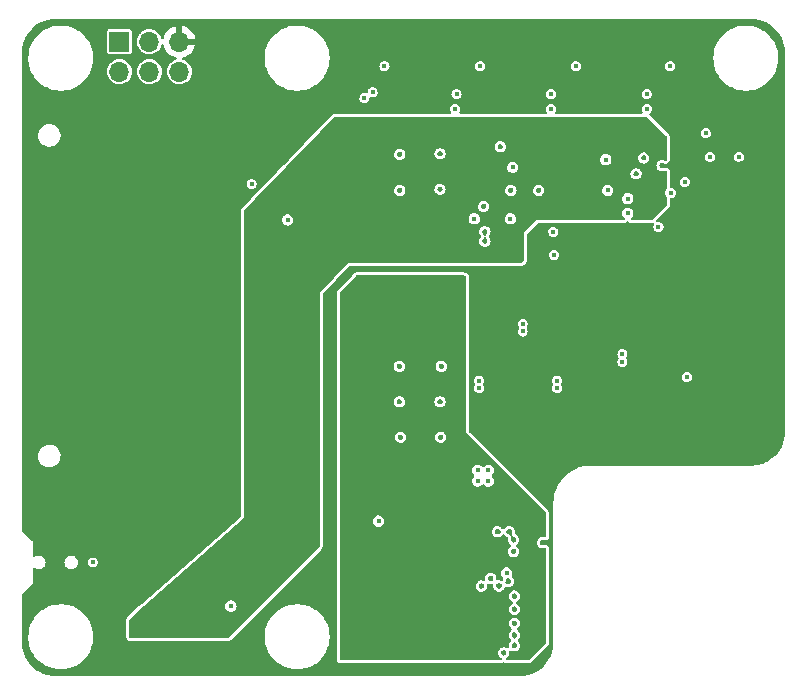
<source format=gbr>
G04 #@! TF.GenerationSoftware,KiCad,Pcbnew,(6.0.9)*
G04 #@! TF.CreationDate,2024-03-03T17:49:26-08:00*
G04 #@! TF.ProjectId,RPI5_CFE,52504935-5f43-4464-952e-6b696361645f,rev?*
G04 #@! TF.SameCoordinates,Original*
G04 #@! TF.FileFunction,Copper,L3,Inr*
G04 #@! TF.FilePolarity,Positive*
%FSLAX46Y46*%
G04 Gerber Fmt 4.6, Leading zero omitted, Abs format (unit mm)*
G04 Created by KiCad (PCBNEW (6.0.9)) date 2024-03-03 17:49:26*
%MOMM*%
%LPD*%
G01*
G04 APERTURE LIST*
G04 #@! TA.AperFunction,ComponentPad*
%ADD10R,1.700000X1.700000*%
G04 #@! TD*
G04 #@! TA.AperFunction,ComponentPad*
%ADD11O,1.700000X1.700000*%
G04 #@! TD*
G04 #@! TA.AperFunction,ViaPad*
%ADD12C,0.450000*%
G04 #@! TD*
G04 APERTURE END LIST*
D10*
G04 #@! TO.N,+5V*
G04 #@! TO.C,J5*
X8460000Y-2100000D03*
D11*
G04 #@! TO.N,+3V3_IN*
X8460000Y-4640000D03*
G04 #@! TO.N,+5V*
X11000000Y-2100000D03*
G04 #@! TO.N,SDA_IN*
X11000000Y-4640000D03*
G04 #@! TO.N,GND*
X13540000Y-2100000D03*
G04 #@! TO.N,SCL_IN*
X13540000Y-4640000D03*
G04 #@! TD*
D12*
G04 #@! TO.N,+5V*
X56500000Y-30500000D03*
X39700000Y-39300000D03*
X38800000Y-38400000D03*
X38800000Y-39300000D03*
X45200000Y-18200000D03*
X45250000Y-20150000D03*
X39700000Y-38400000D03*
G04 #@! TO.N,GND*
X43100000Y-25450000D03*
X39400000Y-18200000D03*
X52850000Y-11950000D03*
X41825000Y-44275000D03*
X32250000Y-35600000D03*
X41900000Y-49050000D03*
X39441686Y-30250000D03*
X35600000Y-32600000D03*
X48100000Y-6500000D03*
X38441686Y-31950000D03*
X43100000Y-27150000D03*
X56100000Y-16300000D03*
X40900000Y-22100000D03*
X35700000Y-29600000D03*
X59350000Y-26660000D03*
X52200000Y-13300000D03*
X56150000Y-6450000D03*
X41825000Y-45275000D03*
X43950000Y-14700000D03*
X35600000Y-11600000D03*
X60900000Y-12900000D03*
X40000000Y-6500000D03*
X39400000Y-19000000D03*
X39300000Y-16050000D03*
X46600000Y-17800000D03*
X43300000Y-19200000D03*
X39900000Y-47550000D03*
X31900000Y-6500000D03*
X59350000Y-28160000D03*
X40600000Y-48200000D03*
X32200000Y-14700000D03*
X54400000Y-12600000D03*
X50500000Y-28150000D03*
X57160000Y-25050000D03*
X41900000Y-50150000D03*
X28300000Y-55051250D03*
X32600000Y-5300000D03*
X45000000Y-31950000D03*
X56300000Y-9650000D03*
X39441686Y-31950000D03*
X35600000Y-14600000D03*
X40475000Y-43600000D03*
X40050000Y-22100000D03*
X56750000Y-15550000D03*
X39100000Y-48200000D03*
X40700000Y-11000000D03*
X50500000Y-29650000D03*
X40050000Y-23000000D03*
X40900000Y-23000000D03*
X41900000Y-52350000D03*
X55300000Y-12575000D03*
X51500000Y-29700000D03*
X42100000Y-27150000D03*
X40700000Y-5300000D03*
X38441686Y-30250000D03*
X58450000Y-15200000D03*
X1200000Y-48800000D03*
X59365000Y-25255000D03*
X59350000Y-29650000D03*
X41000000Y-53850000D03*
X59700000Y-13600000D03*
X1300000Y-43700000D03*
X35650000Y-35600000D03*
X41600000Y-14700000D03*
X41900000Y-51350000D03*
X51550000Y-28150000D03*
X46100000Y-30250000D03*
X46100000Y-31950000D03*
X41900000Y-53250000D03*
X32150000Y-29600000D03*
X45900000Y-17800000D03*
X41475000Y-43600000D03*
X45000000Y-30250000D03*
X48800000Y-5300000D03*
X17400000Y-4100000D03*
X44275000Y-44525000D03*
X17400000Y-6500000D03*
X55600000Y-8800000D03*
X32150000Y-32600000D03*
X16700000Y-5300000D03*
X41400000Y-47800000D03*
X32200000Y-11650000D03*
X42100000Y-25450000D03*
G04 #@! TO.N,+3V3*
X28300000Y-49751250D03*
X38600000Y-50650000D03*
X39800000Y-51450000D03*
X38600000Y-52850000D03*
X44293900Y-46506100D03*
X32200000Y-22950000D03*
X39300000Y-50650000D03*
X36400000Y-22250000D03*
X39800000Y-52150000D03*
X35700000Y-22950000D03*
X32200000Y-22250000D03*
X39059300Y-53850000D03*
X35700000Y-22250000D03*
X39800000Y-49150000D03*
X36400000Y-22950000D03*
X39800000Y-50050000D03*
X39300000Y-52850000D03*
G04 #@! TO.N,PCIe_INS*
X38500000Y-17100000D03*
X41550000Y-17100000D03*
G04 #@! TO.N,NRST*
X41750000Y-12750000D03*
G04 #@! TO.N,NVME_PWR*
X30400000Y-42700000D03*
X41250000Y-47100000D03*
G04 #@! TO.N,SWIO*
X49650000Y-12100000D03*
G04 #@! TO.N,PCIe_CLK_P*
X42600000Y-26000000D03*
X51045000Y-28575000D03*
G04 #@! TO.N,PCIe_CLK_N*
X51045000Y-29225000D03*
X42600000Y-26650000D03*
G04 #@! TO.N,PCIe_RX_P*
X45529128Y-30800000D03*
X38925000Y-30800000D03*
G04 #@! TO.N,PCIe_RX_N*
X45529128Y-31450000D03*
X38925000Y-31450000D03*
G04 #@! TO.N,SDA*
X51500000Y-16650000D03*
X51500000Y-15400000D03*
G04 #@! TO.N,PCIE_PWR_EN*
X54100000Y-17800000D03*
X49800000Y-14700000D03*
G04 #@! TO.N,+3V3_STB*
X41550000Y-16000000D03*
X54300000Y-15100000D03*
X12550000Y-52325000D03*
X9550000Y-52325000D03*
X15550000Y-52325000D03*
X40945000Y-20145000D03*
X54650000Y-10300000D03*
G04 #@! TO.N,+3V3_IN*
X60900000Y-11850000D03*
X55100000Y-4200000D03*
X47100000Y-4200000D03*
X58450000Y-11850000D03*
X55150000Y-14900000D03*
X39000000Y-4200000D03*
X30900000Y-4200000D03*
G04 #@! TO.N,SDA_IN*
X29900000Y-6400000D03*
G04 #@! TO.N,SCL_IN*
X53100000Y-6550000D03*
X53100000Y-7800000D03*
X45000000Y-6550000D03*
X29200000Y-6900000D03*
X37000000Y-6550000D03*
X56325000Y-13975000D03*
X45000000Y-7800000D03*
X58100000Y-9850000D03*
X36900000Y-7800000D03*
G04 #@! TO.N,Net-(J2-Pad1)*
X19650000Y-14150000D03*
X17900000Y-49900000D03*
X22700000Y-17200000D03*
X6200000Y-46200000D03*
G04 #@! TD*
G04 #@! TA.AperFunction,Conductor*
G04 #@! TO.N,GND*
G36*
X61988169Y-203018D02*
G01*
X61999641Y-205656D01*
X62010516Y-203195D01*
X62020727Y-203213D01*
X62031830Y-202288D01*
X62208468Y-212208D01*
X62307899Y-217792D01*
X62318922Y-219034D01*
X62532302Y-255288D01*
X62617461Y-269757D01*
X62628285Y-272227D01*
X62919279Y-356062D01*
X62929751Y-359726D01*
X63209530Y-475614D01*
X63219520Y-480425D01*
X63484563Y-626910D01*
X63493948Y-632806D01*
X63740937Y-808054D01*
X63749605Y-814967D01*
X63975407Y-1016757D01*
X63983243Y-1024593D01*
X64185033Y-1250395D01*
X64191946Y-1259063D01*
X64367194Y-1506052D01*
X64373090Y-1515437D01*
X64519572Y-1780474D01*
X64524386Y-1790470D01*
X64569954Y-1900480D01*
X64640273Y-2070246D01*
X64643938Y-2080721D01*
X64681358Y-2210607D01*
X64727773Y-2371715D01*
X64730243Y-2382539D01*
X64778235Y-2664998D01*
X64780966Y-2681074D01*
X64782208Y-2692102D01*
X64797636Y-2966791D01*
X64797684Y-2967651D01*
X64796834Y-2977626D01*
X64796862Y-2977626D01*
X64796842Y-2988777D01*
X64794344Y-2999641D01*
X64796804Y-3010513D01*
X64797059Y-3011638D01*
X64799500Y-3033488D01*
X64799500Y-35165983D01*
X64796982Y-35188169D01*
X64794344Y-35199641D01*
X64796805Y-35210516D01*
X64796787Y-35220727D01*
X64797712Y-35231830D01*
X64782209Y-35507894D01*
X64780966Y-35518922D01*
X64757035Y-35659776D01*
X64730243Y-35817461D01*
X64727773Y-35828285D01*
X64643940Y-36119275D01*
X64640274Y-36129751D01*
X64527076Y-36403038D01*
X64524389Y-36409524D01*
X64519575Y-36419520D01*
X64373090Y-36684563D01*
X64367194Y-36693948D01*
X64191946Y-36940937D01*
X64185033Y-36949605D01*
X63983243Y-37175407D01*
X63975407Y-37183243D01*
X63749605Y-37385033D01*
X63740937Y-37391946D01*
X63493948Y-37567194D01*
X63484563Y-37573090D01*
X63219520Y-37719575D01*
X63209530Y-37724386D01*
X62929751Y-37840274D01*
X62919279Y-37843938D01*
X62725598Y-37899738D01*
X62628285Y-37927773D01*
X62617461Y-37930243D01*
X62532302Y-37944712D01*
X62318922Y-37980966D01*
X62307898Y-37982208D01*
X62032346Y-37997684D01*
X62022374Y-37996834D01*
X62022374Y-37996862D01*
X62011223Y-37996842D01*
X62000359Y-37994344D01*
X61988359Y-37997059D01*
X61966512Y-37999500D01*
X48434281Y-37999500D01*
X48411926Y-37996943D01*
X48411326Y-37996804D01*
X48400718Y-37994345D01*
X48400000Y-37994344D01*
X48395806Y-37995301D01*
X48394893Y-37995376D01*
X48064998Y-38012665D01*
X48062440Y-38013070D01*
X48062432Y-38013071D01*
X47770134Y-38059367D01*
X47733665Y-38065143D01*
X47731161Y-38065814D01*
X47731156Y-38065815D01*
X47518110Y-38122901D01*
X47409634Y-38151967D01*
X47096453Y-38272185D01*
X46797554Y-38424482D01*
X46795382Y-38425893D01*
X46795376Y-38425896D01*
X46518393Y-38605771D01*
X46518385Y-38605777D01*
X46516212Y-38607188D01*
X46255509Y-38818301D01*
X46018301Y-39055509D01*
X45807188Y-39316212D01*
X45805777Y-39318385D01*
X45805771Y-39318393D01*
X45625896Y-39595376D01*
X45624482Y-39597554D01*
X45472185Y-39896453D01*
X45351967Y-40209634D01*
X45265143Y-40533665D01*
X45212665Y-40864998D01*
X45195358Y-41195232D01*
X45194344Y-41199641D01*
X45196805Y-41210515D01*
X45197059Y-41211638D01*
X45199500Y-41233488D01*
X45199500Y-52965983D01*
X45196982Y-52988169D01*
X45194344Y-52999641D01*
X45196805Y-53010516D01*
X45196787Y-53020727D01*
X45197712Y-53031830D01*
X45187792Y-53208468D01*
X45183939Y-53277094D01*
X45182209Y-53307894D01*
X45180966Y-53318922D01*
X45155199Y-53470578D01*
X45130243Y-53617461D01*
X45127773Y-53628285D01*
X45122031Y-53648217D01*
X45046677Y-53909776D01*
X45043940Y-53919275D01*
X45040274Y-53929751D01*
X44967715Y-54104926D01*
X44924389Y-54209524D01*
X44919575Y-54219520D01*
X44773090Y-54484563D01*
X44767194Y-54493948D01*
X44591946Y-54740937D01*
X44585033Y-54749605D01*
X44383243Y-54975407D01*
X44375407Y-54983243D01*
X44149605Y-55185033D01*
X44140937Y-55191946D01*
X43893948Y-55367194D01*
X43884563Y-55373090D01*
X43619520Y-55519575D01*
X43609530Y-55524386D01*
X43329751Y-55640274D01*
X43319279Y-55643938D01*
X43125598Y-55699738D01*
X43028285Y-55727773D01*
X43017461Y-55730243D01*
X42932302Y-55744712D01*
X42718922Y-55780966D01*
X42707898Y-55782208D01*
X42432346Y-55797684D01*
X42422374Y-55796834D01*
X42422374Y-55796862D01*
X42411223Y-55796842D01*
X42400359Y-55794344D01*
X42388359Y-55797059D01*
X42366512Y-55799500D01*
X3034017Y-55799500D01*
X3011831Y-55796982D01*
X3011813Y-55796978D01*
X3000359Y-55794344D01*
X2989484Y-55796805D01*
X2979273Y-55796787D01*
X2968170Y-55797712D01*
X2791532Y-55787792D01*
X2692101Y-55782208D01*
X2681078Y-55780966D01*
X2467698Y-55744712D01*
X2382539Y-55730243D01*
X2371715Y-55727773D01*
X2274402Y-55699738D01*
X2080721Y-55643938D01*
X2070249Y-55640274D01*
X1790470Y-55524386D01*
X1780480Y-55519575D01*
X1515437Y-55373090D01*
X1506052Y-55367194D01*
X1259063Y-55191946D01*
X1250395Y-55185033D01*
X1024593Y-54983243D01*
X1016757Y-54975407D01*
X814967Y-54749605D01*
X808054Y-54740937D01*
X632806Y-54493948D01*
X626910Y-54484563D01*
X480425Y-54219520D01*
X475611Y-54209524D01*
X432286Y-54104926D01*
X359726Y-53929751D01*
X356060Y-53919275D01*
X353324Y-53909776D01*
X277969Y-53648217D01*
X272227Y-53628285D01*
X269757Y-53617461D01*
X244801Y-53470578D01*
X219034Y-53318922D01*
X217791Y-53307894D01*
X216062Y-53277094D01*
X202331Y-53032603D01*
X204122Y-53011795D01*
X203747Y-53011752D01*
X204388Y-53006184D01*
X205655Y-53000718D01*
X205656Y-53000000D01*
X203096Y-52988776D01*
X202980Y-52988266D01*
X200500Y-52966248D01*
X200500Y-52485572D01*
X744511Y-52485572D01*
X744675Y-52488553D01*
X744675Y-52488560D01*
X761211Y-52789029D01*
X762735Y-52816712D01*
X820608Y-53143265D01*
X821479Y-53146123D01*
X821480Y-53146127D01*
X837055Y-53197230D01*
X917294Y-53460500D01*
X918499Y-53463226D01*
X918501Y-53463231D01*
X1015320Y-53682230D01*
X1051391Y-53763821D01*
X1220957Y-54048836D01*
X1222777Y-54051195D01*
X1222781Y-54051201D01*
X1264230Y-54104926D01*
X1423536Y-54311415D01*
X1656193Y-54547756D01*
X1658521Y-54549611D01*
X1658522Y-54549612D01*
X1708503Y-54589440D01*
X1915558Y-54754434D01*
X1918098Y-54755999D01*
X1918097Y-54755999D01*
X2195336Y-54926891D01*
X2195341Y-54926894D01*
X2197874Y-54928455D01*
X2200582Y-54929704D01*
X2200585Y-54929705D01*
X2299705Y-54975400D01*
X2499051Y-55067300D01*
X2501895Y-55068216D01*
X2501898Y-55068217D01*
X2527371Y-55076420D01*
X2814728Y-55168957D01*
X2817647Y-55169522D01*
X2817648Y-55169522D01*
X3137416Y-55231389D01*
X3137419Y-55231389D01*
X3140332Y-55231953D01*
X3143294Y-55232163D01*
X3143296Y-55232163D01*
X3183860Y-55235035D01*
X3402279Y-55250500D01*
X3583386Y-55250500D01*
X3584840Y-55250412D01*
X3584852Y-55250412D01*
X3828075Y-55235749D01*
X3828079Y-55235748D01*
X3831040Y-55235570D01*
X4157285Y-55175987D01*
X4258718Y-55144491D01*
X4471163Y-55078525D01*
X4471167Y-55078523D01*
X4474009Y-55077641D01*
X4476728Y-55076422D01*
X4476733Y-55076420D01*
X4773905Y-54943178D01*
X4773911Y-54943175D01*
X4776625Y-54941958D01*
X4796978Y-54929705D01*
X5058192Y-54772441D01*
X5058194Y-54772440D01*
X5060748Y-54770902D01*
X5063100Y-54769068D01*
X5063104Y-54769065D01*
X5319903Y-54568792D01*
X5319908Y-54568788D01*
X5322263Y-54566951D01*
X5557382Y-54333060D01*
X5654770Y-54209524D01*
X5760851Y-54074962D01*
X5760856Y-54074955D01*
X5762699Y-54072617D01*
X5776473Y-54050008D01*
X5933690Y-53791937D01*
X5935240Y-53789393D01*
X5984649Y-53680723D01*
X6071270Y-53490212D01*
X6071271Y-53490208D01*
X6072506Y-53487493D01*
X6172509Y-53171288D01*
X6195487Y-53049095D01*
X6233248Y-52848290D01*
X6233248Y-52848287D01*
X6233799Y-52845359D01*
X6255489Y-52514428D01*
X6254066Y-52488560D01*
X6253265Y-52474000D01*
X9044500Y-52474000D01*
X9050339Y-52528309D01*
X9061725Y-52580651D01*
X9062069Y-52581907D01*
X9062072Y-52581917D01*
X9066013Y-52596283D01*
X9068961Y-52607028D01*
X9118292Y-52693659D01*
X9164785Y-52747315D01*
X9197561Y-52778941D01*
X9285897Y-52825149D01*
X9354018Y-52845151D01*
X9426000Y-52855500D01*
X17647810Y-52855500D01*
X17649109Y-52855430D01*
X17649124Y-52855430D01*
X17660686Y-52854810D01*
X17675117Y-52854037D01*
X17676415Y-52853898D01*
X17676421Y-52853897D01*
X17697064Y-52851678D01*
X17697066Y-52851678D01*
X17701900Y-52851158D01*
X17706539Y-52849705D01*
X17706541Y-52849705D01*
X17792410Y-52822817D01*
X17797044Y-52821366D01*
X17859356Y-52787340D01*
X17910772Y-52748851D01*
X17914742Y-52745879D01*
X17914744Y-52745877D01*
X17917571Y-52743761D01*
X18175760Y-52485572D01*
X20744511Y-52485572D01*
X20744675Y-52488553D01*
X20744675Y-52488560D01*
X20761211Y-52789029D01*
X20762735Y-52816712D01*
X20820608Y-53143265D01*
X20821479Y-53146123D01*
X20821480Y-53146127D01*
X20837055Y-53197230D01*
X20917294Y-53460500D01*
X20918499Y-53463226D01*
X20918501Y-53463231D01*
X21015320Y-53682230D01*
X21051391Y-53763821D01*
X21220957Y-54048836D01*
X21222777Y-54051195D01*
X21222781Y-54051201D01*
X21264230Y-54104926D01*
X21423536Y-54311415D01*
X21656193Y-54547756D01*
X21658521Y-54549611D01*
X21658522Y-54549612D01*
X21708503Y-54589440D01*
X21915558Y-54754434D01*
X21918098Y-54755999D01*
X21918097Y-54755999D01*
X22195336Y-54926891D01*
X22195341Y-54926894D01*
X22197874Y-54928455D01*
X22200582Y-54929704D01*
X22200585Y-54929705D01*
X22299705Y-54975400D01*
X22499051Y-55067300D01*
X22501895Y-55068216D01*
X22501898Y-55068217D01*
X22527371Y-55076420D01*
X22814728Y-55168957D01*
X22817647Y-55169522D01*
X22817648Y-55169522D01*
X23137416Y-55231389D01*
X23137419Y-55231389D01*
X23140332Y-55231953D01*
X23143294Y-55232163D01*
X23143296Y-55232163D01*
X23183860Y-55235035D01*
X23402279Y-55250500D01*
X23583386Y-55250500D01*
X23584840Y-55250412D01*
X23584852Y-55250412D01*
X23828075Y-55235749D01*
X23828079Y-55235748D01*
X23831040Y-55235570D01*
X24157285Y-55175987D01*
X24258718Y-55144491D01*
X24471163Y-55078525D01*
X24471167Y-55078523D01*
X24474009Y-55077641D01*
X24476728Y-55076422D01*
X24476733Y-55076420D01*
X24773905Y-54943178D01*
X24773911Y-54943175D01*
X24776625Y-54941958D01*
X24796978Y-54929705D01*
X25058192Y-54772441D01*
X25058194Y-54772440D01*
X25060748Y-54770902D01*
X25063100Y-54769068D01*
X25063104Y-54769065D01*
X25319903Y-54568792D01*
X25319908Y-54568788D01*
X25322263Y-54566951D01*
X25516227Y-54374000D01*
X26844500Y-54374000D01*
X26850339Y-54428309D01*
X26861725Y-54480651D01*
X26862069Y-54481907D01*
X26862072Y-54481917D01*
X26865375Y-54493956D01*
X26868961Y-54507028D01*
X26918292Y-54593659D01*
X26964785Y-54647315D01*
X26997561Y-54678941D01*
X27085897Y-54725149D01*
X27154018Y-54745151D01*
X27226000Y-54755500D01*
X40701615Y-54755500D01*
X40735939Y-54753184D01*
X40769486Y-54748636D01*
X40774386Y-54746875D01*
X40774388Y-54746875D01*
X40864922Y-54714347D01*
X40864921Y-54714347D01*
X40869818Y-54712588D01*
X40930154Y-54675171D01*
X40935186Y-54671391D01*
X40937864Y-54669379D01*
X40995746Y-54649546D01*
X41054231Y-54667522D01*
X41058146Y-54670753D01*
X41062682Y-54674024D01*
X41067778Y-54678941D01*
X41156114Y-54725149D01*
X41224235Y-54745151D01*
X41296217Y-54755500D01*
X43047810Y-54755500D01*
X43049109Y-54755430D01*
X43049124Y-54755430D01*
X43060686Y-54754810D01*
X43075117Y-54754037D01*
X43076415Y-54753898D01*
X43076421Y-54753897D01*
X43097064Y-54751678D01*
X43097066Y-54751678D01*
X43101900Y-54751158D01*
X43106539Y-54749705D01*
X43106541Y-54749705D01*
X43192410Y-54722817D01*
X43197044Y-54721366D01*
X43259356Y-54687340D01*
X43312154Y-54647816D01*
X43314742Y-54645879D01*
X43314744Y-54645877D01*
X43317571Y-54643761D01*
X44743761Y-53217571D01*
X44752685Y-53207637D01*
X44761162Y-53198200D01*
X44761168Y-53198193D01*
X44762033Y-53197230D01*
X44778936Y-53176256D01*
X44825149Y-53087913D01*
X44845151Y-53019792D01*
X44855500Y-52947810D01*
X44855500Y-45094239D01*
X44855014Y-45078482D01*
X44854056Y-45062978D01*
X44833472Y-44977135D01*
X44805240Y-44911993D01*
X44804186Y-44910056D01*
X44804181Y-44910045D01*
X44786860Y-44878204D01*
X44783475Y-44871981D01*
X44713094Y-44801377D01*
X44654125Y-44761840D01*
X44624455Y-44745578D01*
X44620395Y-44743353D01*
X44614186Y-44739950D01*
X44607272Y-44738434D01*
X44607271Y-44738434D01*
X44548859Y-44725630D01*
X44516807Y-44718604D01*
X44511950Y-44718510D01*
X44511945Y-44718509D01*
X44463498Y-44717568D01*
X44445824Y-44717224D01*
X44442317Y-44717659D01*
X44442314Y-44717659D01*
X44399126Y-44723014D01*
X44373654Y-44726173D01*
X44370247Y-44727102D01*
X44370246Y-44727102D01*
X44316152Y-44741849D01*
X44288302Y-44745318D01*
X44267588Y-44744939D01*
X44253639Y-44744684D01*
X44225927Y-44740196D01*
X44192834Y-44729856D01*
X44167502Y-44717773D01*
X44138644Y-44698564D01*
X44117719Y-44679855D01*
X44095411Y-44653317D01*
X44080577Y-44629485D01*
X44066615Y-44597753D01*
X44059067Y-44570719D01*
X44054572Y-44536345D01*
X44054914Y-44508278D01*
X44055474Y-44504682D01*
X44060249Y-44474017D01*
X44068454Y-44447180D01*
X44076588Y-44429856D01*
X44083191Y-44415791D01*
X44098602Y-44392332D01*
X44121549Y-44366350D01*
X44142924Y-44348158D01*
X44172243Y-44329659D01*
X44197865Y-44318197D01*
X44231208Y-44308668D01*
X44259011Y-44304860D01*
X44276757Y-44304969D01*
X44293680Y-44305072D01*
X44321440Y-44309221D01*
X44363780Y-44321883D01*
X44363797Y-44321888D01*
X44364694Y-44322156D01*
X44365587Y-44322388D01*
X44365603Y-44322392D01*
X44370479Y-44323656D01*
X44382952Y-44326890D01*
X44401121Y-44330891D01*
X44405568Y-44331055D01*
X44405572Y-44331056D01*
X44441562Y-44332387D01*
X44492430Y-44334268D01*
X44496831Y-44333635D01*
X44496836Y-44333635D01*
X44543744Y-44326890D01*
X44562704Y-44324164D01*
X44607028Y-44313690D01*
X44615846Y-44308669D01*
X44655049Y-44286345D01*
X44693659Y-44264359D01*
X44747315Y-44217866D01*
X44778941Y-44185090D01*
X44782508Y-44178272D01*
X44822894Y-44101065D01*
X44825149Y-44096754D01*
X44845151Y-44028633D01*
X44855500Y-43956651D01*
X44855500Y-42052190D01*
X44854037Y-42024883D01*
X44851158Y-41998100D01*
X44821366Y-41902956D01*
X44787340Y-41840644D01*
X44743761Y-41782429D01*
X38084496Y-35123164D01*
X38056719Y-35068647D01*
X38055500Y-35053160D01*
X38055500Y-31450000D01*
X38494196Y-31450000D01*
X38515281Y-31583126D01*
X38576472Y-31703220D01*
X38671780Y-31798528D01*
X38678717Y-31802063D01*
X38678719Y-31802064D01*
X38784934Y-31856183D01*
X38791874Y-31859719D01*
X38799568Y-31860938D01*
X38799569Y-31860938D01*
X38917304Y-31879585D01*
X38925000Y-31880804D01*
X38932696Y-31879585D01*
X39050431Y-31860938D01*
X39050432Y-31860938D01*
X39058126Y-31859719D01*
X39065066Y-31856183D01*
X39171281Y-31802064D01*
X39171283Y-31802063D01*
X39178220Y-31798528D01*
X39273528Y-31703220D01*
X39334719Y-31583126D01*
X39355804Y-31450000D01*
X45098324Y-31450000D01*
X45119409Y-31583126D01*
X45180600Y-31703220D01*
X45275908Y-31798528D01*
X45282845Y-31802063D01*
X45282847Y-31802064D01*
X45389062Y-31856183D01*
X45396002Y-31859719D01*
X45403696Y-31860938D01*
X45403697Y-31860938D01*
X45521432Y-31879585D01*
X45529128Y-31880804D01*
X45536824Y-31879585D01*
X45654559Y-31860938D01*
X45654560Y-31860938D01*
X45662254Y-31859719D01*
X45669194Y-31856183D01*
X45775409Y-31802064D01*
X45775411Y-31802063D01*
X45782348Y-31798528D01*
X45877656Y-31703220D01*
X45938847Y-31583126D01*
X45959932Y-31450000D01*
X45938847Y-31316874D01*
X45877656Y-31196780D01*
X45872150Y-31191274D01*
X45867567Y-31184966D01*
X45869901Y-31183270D01*
X45848103Y-31140487D01*
X45857674Y-31080055D01*
X45868235Y-31065519D01*
X45867567Y-31065034D01*
X45872150Y-31058726D01*
X45877656Y-31053220D01*
X45938847Y-30933126D01*
X45943115Y-30906183D01*
X45958713Y-30807696D01*
X45959932Y-30800000D01*
X45938847Y-30666874D01*
X45877656Y-30546780D01*
X45830876Y-30500000D01*
X56069196Y-30500000D01*
X56090281Y-30633126D01*
X56151472Y-30753220D01*
X56246780Y-30848528D01*
X56253717Y-30852063D01*
X56253719Y-30852064D01*
X56359934Y-30906183D01*
X56366874Y-30909719D01*
X56374568Y-30910938D01*
X56374569Y-30910938D01*
X56492304Y-30929585D01*
X56500000Y-30930804D01*
X56507696Y-30929585D01*
X56625431Y-30910938D01*
X56625432Y-30910938D01*
X56633126Y-30909719D01*
X56640066Y-30906183D01*
X56746281Y-30852064D01*
X56746283Y-30852063D01*
X56753220Y-30848528D01*
X56848528Y-30753220D01*
X56909719Y-30633126D01*
X56930804Y-30500000D01*
X56922558Y-30447936D01*
X56910938Y-30374569D01*
X56910938Y-30374568D01*
X56909719Y-30366874D01*
X56848528Y-30246780D01*
X56753220Y-30151472D01*
X56746283Y-30147937D01*
X56746281Y-30147936D01*
X56640066Y-30093817D01*
X56640065Y-30093817D01*
X56633126Y-30090281D01*
X56625432Y-30089062D01*
X56625431Y-30089062D01*
X56507696Y-30070415D01*
X56500000Y-30069196D01*
X56492304Y-30070415D01*
X56374569Y-30089062D01*
X56374568Y-30089062D01*
X56366874Y-30090281D01*
X56359935Y-30093817D01*
X56359934Y-30093817D01*
X56253719Y-30147936D01*
X56253717Y-30147937D01*
X56246780Y-30151472D01*
X56151472Y-30246780D01*
X56090281Y-30366874D01*
X56089062Y-30374568D01*
X56089062Y-30374569D01*
X56077442Y-30447936D01*
X56069196Y-30500000D01*
X45830876Y-30500000D01*
X45782348Y-30451472D01*
X45775411Y-30447937D01*
X45775409Y-30447936D01*
X45669194Y-30393817D01*
X45669193Y-30393817D01*
X45662254Y-30390281D01*
X45654560Y-30389062D01*
X45654559Y-30389062D01*
X45536824Y-30370415D01*
X45529128Y-30369196D01*
X45521432Y-30370415D01*
X45403697Y-30389062D01*
X45403696Y-30389062D01*
X45396002Y-30390281D01*
X45389063Y-30393817D01*
X45389062Y-30393817D01*
X45282847Y-30447936D01*
X45282845Y-30447937D01*
X45275908Y-30451472D01*
X45180600Y-30546780D01*
X45119409Y-30666874D01*
X45098324Y-30800000D01*
X45099543Y-30807696D01*
X45115142Y-30906183D01*
X45119409Y-30933126D01*
X45180600Y-31053220D01*
X45186106Y-31058726D01*
X45190689Y-31065034D01*
X45188355Y-31066730D01*
X45210153Y-31109513D01*
X45200582Y-31169945D01*
X45190021Y-31184481D01*
X45190689Y-31184966D01*
X45186106Y-31191274D01*
X45180600Y-31196780D01*
X45119409Y-31316874D01*
X45098324Y-31450000D01*
X39355804Y-31450000D01*
X39334719Y-31316874D01*
X39273528Y-31196780D01*
X39268022Y-31191274D01*
X39263439Y-31184966D01*
X39265773Y-31183270D01*
X39243975Y-31140487D01*
X39253546Y-31080055D01*
X39264107Y-31065519D01*
X39263439Y-31065034D01*
X39268022Y-31058726D01*
X39273528Y-31053220D01*
X39334719Y-30933126D01*
X39338987Y-30906183D01*
X39354585Y-30807696D01*
X39355804Y-30800000D01*
X39334719Y-30666874D01*
X39273528Y-30546780D01*
X39178220Y-30451472D01*
X39171283Y-30447937D01*
X39171281Y-30447936D01*
X39065066Y-30393817D01*
X39065065Y-30393817D01*
X39058126Y-30390281D01*
X39050432Y-30389062D01*
X39050431Y-30389062D01*
X38932696Y-30370415D01*
X38925000Y-30369196D01*
X38917304Y-30370415D01*
X38799569Y-30389062D01*
X38799568Y-30389062D01*
X38791874Y-30390281D01*
X38784935Y-30393817D01*
X38784934Y-30393817D01*
X38678719Y-30447936D01*
X38678717Y-30447937D01*
X38671780Y-30451472D01*
X38576472Y-30546780D01*
X38515281Y-30666874D01*
X38494196Y-30800000D01*
X38495415Y-30807696D01*
X38511014Y-30906183D01*
X38515281Y-30933126D01*
X38576472Y-31053220D01*
X38581978Y-31058726D01*
X38586561Y-31065034D01*
X38584227Y-31066730D01*
X38606025Y-31109513D01*
X38596454Y-31169945D01*
X38585893Y-31184481D01*
X38586561Y-31184966D01*
X38581978Y-31191274D01*
X38576472Y-31196780D01*
X38515281Y-31316874D01*
X38494196Y-31450000D01*
X38055500Y-31450000D01*
X38055500Y-29225000D01*
X50614196Y-29225000D01*
X50635281Y-29358126D01*
X50638817Y-29365065D01*
X50638817Y-29365066D01*
X50678646Y-29443234D01*
X50696472Y-29478220D01*
X50791780Y-29573528D01*
X50798717Y-29577063D01*
X50798719Y-29577064D01*
X50849076Y-29602722D01*
X50911874Y-29634719D01*
X50919568Y-29635938D01*
X50919569Y-29635938D01*
X51008022Y-29649947D01*
X51031104Y-29653603D01*
X51037304Y-29654585D01*
X51045000Y-29655804D01*
X51052696Y-29654585D01*
X51058897Y-29653603D01*
X51081978Y-29649947D01*
X51170431Y-29635938D01*
X51170432Y-29635938D01*
X51178126Y-29634719D01*
X51240924Y-29602722D01*
X51291281Y-29577064D01*
X51291283Y-29577063D01*
X51298220Y-29573528D01*
X51393528Y-29478220D01*
X51411355Y-29443234D01*
X51451183Y-29365066D01*
X51451183Y-29365065D01*
X51454719Y-29358126D01*
X51475804Y-29225000D01*
X51454719Y-29091874D01*
X51393528Y-28971780D01*
X51388022Y-28966274D01*
X51383439Y-28959966D01*
X51385773Y-28958270D01*
X51363975Y-28915487D01*
X51373546Y-28855055D01*
X51384107Y-28840519D01*
X51383439Y-28840034D01*
X51388022Y-28833726D01*
X51393528Y-28828220D01*
X51454719Y-28708126D01*
X51475804Y-28575000D01*
X51454719Y-28441874D01*
X51393528Y-28321780D01*
X51298220Y-28226472D01*
X51291283Y-28222937D01*
X51291281Y-28222936D01*
X51185066Y-28168817D01*
X51185065Y-28168817D01*
X51178126Y-28165281D01*
X51170432Y-28164062D01*
X51170431Y-28164062D01*
X51052696Y-28145415D01*
X51045000Y-28144196D01*
X51037304Y-28145415D01*
X50919569Y-28164062D01*
X50919568Y-28164062D01*
X50911874Y-28165281D01*
X50904935Y-28168817D01*
X50904934Y-28168817D01*
X50798719Y-28222936D01*
X50798717Y-28222937D01*
X50791780Y-28226472D01*
X50696472Y-28321780D01*
X50635281Y-28441874D01*
X50614196Y-28575000D01*
X50635281Y-28708126D01*
X50696472Y-28828220D01*
X50701978Y-28833726D01*
X50706561Y-28840034D01*
X50704227Y-28841730D01*
X50726025Y-28884513D01*
X50716454Y-28944945D01*
X50705893Y-28959481D01*
X50706561Y-28959966D01*
X50701978Y-28966274D01*
X50696472Y-28971780D01*
X50635281Y-29091874D01*
X50614196Y-29225000D01*
X38055500Y-29225000D01*
X38055500Y-26650000D01*
X42169196Y-26650000D01*
X42190281Y-26783126D01*
X42251472Y-26903220D01*
X42346780Y-26998528D01*
X42353717Y-27002063D01*
X42353719Y-27002064D01*
X42459934Y-27056183D01*
X42466874Y-27059719D01*
X42474568Y-27060938D01*
X42474569Y-27060938D01*
X42592304Y-27079585D01*
X42600000Y-27080804D01*
X42607696Y-27079585D01*
X42725431Y-27060938D01*
X42725432Y-27060938D01*
X42733126Y-27059719D01*
X42740066Y-27056183D01*
X42846281Y-27002064D01*
X42846283Y-27002063D01*
X42853220Y-26998528D01*
X42948528Y-26903220D01*
X43009719Y-26783126D01*
X43030804Y-26650000D01*
X43009719Y-26516874D01*
X42948528Y-26396780D01*
X42943022Y-26391274D01*
X42938439Y-26384966D01*
X42940773Y-26383270D01*
X42918975Y-26340487D01*
X42928546Y-26280055D01*
X42939107Y-26265519D01*
X42938439Y-26265034D01*
X42943022Y-26258726D01*
X42948528Y-26253220D01*
X43009719Y-26133126D01*
X43030804Y-26000000D01*
X43009719Y-25866874D01*
X42948528Y-25746780D01*
X42853220Y-25651472D01*
X42846283Y-25647937D01*
X42846281Y-25647936D01*
X42740066Y-25593817D01*
X42740065Y-25593817D01*
X42733126Y-25590281D01*
X42725432Y-25589062D01*
X42725431Y-25589062D01*
X42607696Y-25570415D01*
X42600000Y-25569196D01*
X42592304Y-25570415D01*
X42474569Y-25589062D01*
X42474568Y-25589062D01*
X42466874Y-25590281D01*
X42459935Y-25593817D01*
X42459934Y-25593817D01*
X42353719Y-25647936D01*
X42353717Y-25647937D01*
X42346780Y-25651472D01*
X42251472Y-25746780D01*
X42190281Y-25866874D01*
X42169196Y-26000000D01*
X42190281Y-26133126D01*
X42251472Y-26253220D01*
X42256978Y-26258726D01*
X42261561Y-26265034D01*
X42259227Y-26266730D01*
X42281025Y-26309513D01*
X42271454Y-26369945D01*
X42260893Y-26384481D01*
X42261561Y-26384966D01*
X42256978Y-26391274D01*
X42251472Y-26396780D01*
X42190281Y-26516874D01*
X42169196Y-26650000D01*
X38055500Y-26650000D01*
X38055500Y-22026000D01*
X38049661Y-21971691D01*
X38038275Y-21919349D01*
X38031039Y-21892972D01*
X37981708Y-21806341D01*
X37935215Y-21752685D01*
X37902439Y-21721059D01*
X37814103Y-21674851D01*
X37745982Y-21654849D01*
X37674000Y-21644500D01*
X28554754Y-21644500D01*
X28553252Y-21644593D01*
X28553236Y-21644594D01*
X28528166Y-21646155D01*
X28523065Y-21646473D01*
X28492055Y-21650349D01*
X28487258Y-21651988D01*
X28487255Y-21651989D01*
X28444319Y-21666662D01*
X28393642Y-21683981D01*
X28360727Y-21703456D01*
X28335584Y-21718331D01*
X28335580Y-21718334D01*
X28332539Y-21720133D01*
X28275856Y-21765696D01*
X28273448Y-21768277D01*
X28273447Y-21768277D01*
X28131247Y-21920634D01*
X26947102Y-23189361D01*
X26932212Y-23206825D01*
X26918327Y-23224676D01*
X26916210Y-23228809D01*
X26916207Y-23228814D01*
X26876971Y-23305422D01*
X26874851Y-23309562D01*
X26854849Y-23377683D01*
X26844500Y-23449665D01*
X26844500Y-54374000D01*
X25516227Y-54374000D01*
X25557382Y-54333060D01*
X25654770Y-54209524D01*
X25760851Y-54074962D01*
X25760856Y-54074955D01*
X25762699Y-54072617D01*
X25776473Y-54050008D01*
X25933690Y-53791937D01*
X25935240Y-53789393D01*
X25984649Y-53680723D01*
X26071270Y-53490212D01*
X26071271Y-53490208D01*
X26072506Y-53487493D01*
X26172509Y-53171288D01*
X26195487Y-53049095D01*
X26233248Y-52848290D01*
X26233248Y-52848287D01*
X26233799Y-52845359D01*
X26255489Y-52514428D01*
X26254066Y-52488560D01*
X26237429Y-52186265D01*
X26237429Y-52186262D01*
X26237265Y-52183288D01*
X26179392Y-51856735D01*
X26082706Y-51539500D01*
X26080563Y-51534651D01*
X25949817Y-51238911D01*
X25949816Y-51238908D01*
X25948609Y-51236179D01*
X25779043Y-50951164D01*
X25777223Y-50948805D01*
X25777219Y-50948799D01*
X25578283Y-50690943D01*
X25576464Y-50688585D01*
X25343807Y-50452244D01*
X25317409Y-50431208D01*
X25086776Y-50247426D01*
X25084442Y-50245566D01*
X25003575Y-50195719D01*
X24804664Y-50073109D01*
X24804659Y-50073106D01*
X24802126Y-50071545D01*
X24776166Y-50059577D01*
X24684529Y-50017332D01*
X24500949Y-49932700D01*
X24498105Y-49931784D01*
X24498102Y-49931783D01*
X24390977Y-49897286D01*
X24185272Y-49831043D01*
X24153506Y-49824897D01*
X23862584Y-49768611D01*
X23862581Y-49768611D01*
X23859668Y-49768047D01*
X23856706Y-49767837D01*
X23856704Y-49767837D01*
X23787208Y-49762917D01*
X23597721Y-49749500D01*
X23416614Y-49749500D01*
X23415160Y-49749588D01*
X23415148Y-49749588D01*
X23171925Y-49764251D01*
X23171921Y-49764252D01*
X23168960Y-49764430D01*
X22842715Y-49824013D01*
X22839868Y-49824897D01*
X22528837Y-49921475D01*
X22528833Y-49921477D01*
X22525991Y-49922359D01*
X22523272Y-49923578D01*
X22523267Y-49923580D01*
X22226095Y-50056822D01*
X22226089Y-50056825D01*
X22223375Y-50058042D01*
X22220828Y-50059576D01*
X22220825Y-50059577D01*
X21958378Y-50217583D01*
X21939252Y-50229098D01*
X21936900Y-50230932D01*
X21936896Y-50230935D01*
X21680097Y-50431208D01*
X21680092Y-50431212D01*
X21677737Y-50433049D01*
X21442618Y-50666940D01*
X21423696Y-50690943D01*
X21239149Y-50925038D01*
X21239144Y-50925045D01*
X21237301Y-50927383D01*
X21235753Y-50929925D01*
X21235751Y-50929927D01*
X21221248Y-50953734D01*
X21064760Y-51210607D01*
X21063526Y-51213321D01*
X20930973Y-51504856D01*
X20927494Y-51512507D01*
X20827491Y-51828712D01*
X20826940Y-51831642D01*
X20771017Y-52129033D01*
X20766201Y-52154641D01*
X20744511Y-52485572D01*
X18175760Y-52485572D01*
X25543761Y-45117571D01*
X25554407Y-45105720D01*
X25561162Y-45098200D01*
X25561168Y-45098193D01*
X25562033Y-45097230D01*
X25578936Y-45076256D01*
X25625149Y-44987913D01*
X25645151Y-44919792D01*
X25655500Y-44847810D01*
X25655500Y-23540587D01*
X25674407Y-23482396D01*
X25682408Y-23472736D01*
X27881079Y-21136649D01*
X27934728Y-21107233D01*
X27953170Y-21105500D01*
X42447810Y-21105500D01*
X42449109Y-21105430D01*
X42449124Y-21105430D01*
X42460686Y-21104810D01*
X42475117Y-21104037D01*
X42476415Y-21103898D01*
X42476421Y-21103897D01*
X42497064Y-21101678D01*
X42497066Y-21101678D01*
X42501900Y-21101158D01*
X42506539Y-21099705D01*
X42506541Y-21099705D01*
X42592410Y-21072817D01*
X42597044Y-21071366D01*
X42659356Y-21037340D01*
X42717571Y-20993761D01*
X42843761Y-20867571D01*
X42862033Y-20847230D01*
X42878936Y-20826256D01*
X42925149Y-20737913D01*
X42945151Y-20669792D01*
X42955500Y-20597810D01*
X42955500Y-20150000D01*
X44819196Y-20150000D01*
X44840281Y-20283126D01*
X44901472Y-20403220D01*
X44996780Y-20498528D01*
X45003717Y-20502063D01*
X45003719Y-20502064D01*
X45109934Y-20556183D01*
X45116874Y-20559719D01*
X45124568Y-20560938D01*
X45124569Y-20560938D01*
X45242304Y-20579585D01*
X45250000Y-20580804D01*
X45257696Y-20579585D01*
X45375431Y-20560938D01*
X45375432Y-20560938D01*
X45383126Y-20559719D01*
X45390066Y-20556183D01*
X45496281Y-20502064D01*
X45496283Y-20502063D01*
X45503220Y-20498528D01*
X45598528Y-20403220D01*
X45659719Y-20283126D01*
X45680804Y-20150000D01*
X45659719Y-20016874D01*
X45598528Y-19896780D01*
X45503220Y-19801472D01*
X45496283Y-19797937D01*
X45496281Y-19797936D01*
X45390066Y-19743817D01*
X45390065Y-19743817D01*
X45383126Y-19740281D01*
X45375432Y-19739062D01*
X45375431Y-19739062D01*
X45257696Y-19720415D01*
X45250000Y-19719196D01*
X45242304Y-19720415D01*
X45124569Y-19739062D01*
X45124568Y-19739062D01*
X45116874Y-19740281D01*
X45109935Y-19743817D01*
X45109934Y-19743817D01*
X45003719Y-19797936D01*
X45003717Y-19797937D01*
X44996780Y-19801472D01*
X44901472Y-19896780D01*
X44840281Y-20016874D01*
X44819196Y-20150000D01*
X42955500Y-20150000D01*
X42955500Y-18446840D01*
X42974407Y-18388649D01*
X42984496Y-18376836D01*
X43161332Y-18200000D01*
X44769196Y-18200000D01*
X44770415Y-18207696D01*
X44787801Y-18317465D01*
X44790281Y-18333126D01*
X44793817Y-18340065D01*
X44793817Y-18340066D01*
X44834395Y-18419704D01*
X44851472Y-18453220D01*
X44946780Y-18548528D01*
X44953717Y-18552063D01*
X44953719Y-18552064D01*
X45009483Y-18580477D01*
X45066874Y-18609719D01*
X45074568Y-18610938D01*
X45074569Y-18610938D01*
X45192304Y-18629585D01*
X45200000Y-18630804D01*
X45207696Y-18629585D01*
X45325431Y-18610938D01*
X45325432Y-18610938D01*
X45333126Y-18609719D01*
X45390517Y-18580477D01*
X45446281Y-18552064D01*
X45446283Y-18552063D01*
X45453220Y-18548528D01*
X45548528Y-18453220D01*
X45565606Y-18419704D01*
X45606183Y-18340066D01*
X45606183Y-18340065D01*
X45609719Y-18333126D01*
X45612200Y-18317465D01*
X45629585Y-18207696D01*
X45630804Y-18200000D01*
X45613880Y-18093146D01*
X45610938Y-18074569D01*
X45610938Y-18074568D01*
X45609719Y-18066874D01*
X45587445Y-18023158D01*
X45552064Y-17953719D01*
X45552063Y-17953717D01*
X45548528Y-17946780D01*
X45453220Y-17851472D01*
X45446283Y-17847937D01*
X45446281Y-17847936D01*
X45340066Y-17793817D01*
X45340065Y-17793817D01*
X45333126Y-17790281D01*
X45325432Y-17789062D01*
X45325431Y-17789062D01*
X45207696Y-17770415D01*
X45200000Y-17769196D01*
X45192304Y-17770415D01*
X45074569Y-17789062D01*
X45074568Y-17789062D01*
X45066874Y-17790281D01*
X45059935Y-17793817D01*
X45059934Y-17793817D01*
X44953719Y-17847936D01*
X44953717Y-17847937D01*
X44946780Y-17851472D01*
X44851472Y-17946780D01*
X44847937Y-17953717D01*
X44847936Y-17953719D01*
X44812555Y-18023158D01*
X44790281Y-18066874D01*
X44789062Y-18074568D01*
X44789062Y-18074569D01*
X44786120Y-18093146D01*
X44769196Y-18200000D01*
X43161332Y-18200000D01*
X43826836Y-17534496D01*
X43881353Y-17506719D01*
X43896840Y-17505500D01*
X51126501Y-17505500D01*
X51160825Y-17503184D01*
X51194372Y-17498636D01*
X51199272Y-17496875D01*
X51199274Y-17496875D01*
X51268383Y-17472045D01*
X51294704Y-17462588D01*
X51355040Y-17425171D01*
X51391450Y-17397816D01*
X51395682Y-17392142D01*
X51395685Y-17392139D01*
X51421560Y-17357448D01*
X51471507Y-17322107D01*
X51532687Y-17322874D01*
X51575737Y-17351807D01*
X51615169Y-17397315D01*
X51647945Y-17428941D01*
X51654221Y-17432224D01*
X51731970Y-17472894D01*
X51736281Y-17475149D01*
X51804402Y-17495151D01*
X51876384Y-17505500D01*
X53449250Y-17505500D01*
X53456372Y-17505153D01*
X53472864Y-17504351D01*
X53472876Y-17504350D01*
X53474070Y-17504292D01*
X53475269Y-17504175D01*
X53493713Y-17502375D01*
X53493715Y-17502375D01*
X53498434Y-17501914D01*
X53502976Y-17500565D01*
X53502980Y-17500564D01*
X53539620Y-17489680D01*
X53591642Y-17474227D01*
X53594638Y-17472667D01*
X53655254Y-17468400D01*
X53707157Y-17500799D01*
X53730104Y-17557518D01*
X53719558Y-17609415D01*
X53690281Y-17666874D01*
X53669196Y-17800000D01*
X53690281Y-17933126D01*
X53693817Y-17940065D01*
X53693817Y-17940066D01*
X53746384Y-18043234D01*
X53751472Y-18053220D01*
X53846780Y-18148528D01*
X53853717Y-18152063D01*
X53853719Y-18152064D01*
X53959934Y-18206183D01*
X53966874Y-18209719D01*
X53974568Y-18210938D01*
X53974569Y-18210938D01*
X54092304Y-18229585D01*
X54100000Y-18230804D01*
X54107696Y-18229585D01*
X54225431Y-18210938D01*
X54225432Y-18210938D01*
X54233126Y-18209719D01*
X54240066Y-18206183D01*
X54346281Y-18152064D01*
X54346283Y-18152063D01*
X54353220Y-18148528D01*
X54448528Y-18053220D01*
X54453617Y-18043234D01*
X54506183Y-17940066D01*
X54506183Y-17940065D01*
X54509719Y-17933126D01*
X54530804Y-17800000D01*
X54509719Y-17666874D01*
X54480442Y-17609415D01*
X54452064Y-17553719D01*
X54452063Y-17553717D01*
X54448528Y-17546780D01*
X54353220Y-17451472D01*
X54346283Y-17447937D01*
X54346281Y-17447936D01*
X54240066Y-17393817D01*
X54240065Y-17393817D01*
X54233126Y-17390281D01*
X54225432Y-17389062D01*
X54225431Y-17389062D01*
X54107696Y-17370415D01*
X54100000Y-17369196D01*
X53985880Y-17387271D01*
X53925449Y-17377700D01*
X53882184Y-17334435D01*
X53872613Y-17274003D01*
X53901776Y-17218128D01*
X54935494Y-16224168D01*
X54938422Y-16221353D01*
X54958696Y-16199440D01*
X54977361Y-16176737D01*
X55025149Y-16086459D01*
X55045151Y-16018338D01*
X55055500Y-15946356D01*
X55055500Y-15428585D01*
X55074407Y-15370394D01*
X55123907Y-15334430D01*
X55148401Y-15330551D01*
X55150000Y-15330804D01*
X55157696Y-15329585D01*
X55275431Y-15310938D01*
X55275432Y-15310938D01*
X55283126Y-15309719D01*
X55290066Y-15306183D01*
X55396281Y-15252064D01*
X55396283Y-15252063D01*
X55403220Y-15248528D01*
X55498528Y-15153220D01*
X55559719Y-15033126D01*
X55580804Y-14900000D01*
X55568042Y-14819424D01*
X55560938Y-14774569D01*
X55560938Y-14774568D01*
X55559719Y-14766874D01*
X55540073Y-14728317D01*
X55502064Y-14653719D01*
X55502063Y-14653717D01*
X55498528Y-14646780D01*
X55403220Y-14551472D01*
X55396283Y-14547937D01*
X55396281Y-14547936D01*
X55290066Y-14493817D01*
X55290065Y-14493817D01*
X55283126Y-14490281D01*
X55275432Y-14489062D01*
X55275431Y-14489062D01*
X55157696Y-14470415D01*
X55151461Y-14469427D01*
X55151460Y-14469427D01*
X55150000Y-14469196D01*
X55150037Y-14468965D01*
X55096309Y-14451508D01*
X55060345Y-14402008D01*
X55055500Y-14371415D01*
X55055500Y-13975000D01*
X55894196Y-13975000D01*
X55915281Y-14108126D01*
X55918817Y-14115065D01*
X55918817Y-14115066D01*
X55932696Y-14142304D01*
X55976472Y-14228220D01*
X56071780Y-14323528D01*
X56078717Y-14327063D01*
X56078719Y-14327064D01*
X56184934Y-14381183D01*
X56191874Y-14384719D01*
X56199568Y-14385938D01*
X56199569Y-14385938D01*
X56277097Y-14398217D01*
X56308686Y-14403220D01*
X56317304Y-14404585D01*
X56325000Y-14405804D01*
X56332696Y-14404585D01*
X56341315Y-14403220D01*
X56372903Y-14398217D01*
X56450431Y-14385938D01*
X56450432Y-14385938D01*
X56458126Y-14384719D01*
X56465066Y-14381183D01*
X56571281Y-14327064D01*
X56571283Y-14327063D01*
X56578220Y-14323528D01*
X56673528Y-14228220D01*
X56717305Y-14142304D01*
X56731183Y-14115066D01*
X56731183Y-14115065D01*
X56734719Y-14108126D01*
X56755804Y-13975000D01*
X56734719Y-13841874D01*
X56714133Y-13801472D01*
X56677064Y-13728719D01*
X56677063Y-13728717D01*
X56673528Y-13721780D01*
X56578220Y-13626472D01*
X56571283Y-13622937D01*
X56571281Y-13622936D01*
X56465066Y-13568817D01*
X56465065Y-13568817D01*
X56458126Y-13565281D01*
X56450432Y-13564062D01*
X56450431Y-13564062D01*
X56332696Y-13545415D01*
X56325000Y-13544196D01*
X56317304Y-13545415D01*
X56199569Y-13564062D01*
X56199568Y-13564062D01*
X56191874Y-13565281D01*
X56184935Y-13568817D01*
X56184934Y-13568817D01*
X56078719Y-13622936D01*
X56078717Y-13622937D01*
X56071780Y-13626472D01*
X55976472Y-13721780D01*
X55972937Y-13728717D01*
X55972936Y-13728719D01*
X55935867Y-13801472D01*
X55915281Y-13841874D01*
X55894196Y-13975000D01*
X55055500Y-13975000D01*
X55055500Y-13137641D01*
X55050205Y-13085896D01*
X55039869Y-13035918D01*
X55033695Y-13011972D01*
X54986154Y-12924347D01*
X54940773Y-12869748D01*
X54939215Y-12868182D01*
X54939209Y-12868175D01*
X54913644Y-12842473D01*
X54908651Y-12837453D01*
X54821282Y-12789443D01*
X54771042Y-12773564D01*
X54755707Y-12768717D01*
X54755700Y-12768715D01*
X54753586Y-12768047D01*
X54728558Y-12762532D01*
X54716028Y-12759771D01*
X54716027Y-12759771D01*
X54709111Y-12758247D01*
X54702045Y-12758733D01*
X54702042Y-12758733D01*
X54614506Y-12764757D01*
X54614504Y-12764757D01*
X54609655Y-12765091D01*
X54541140Y-12783689D01*
X54537891Y-12785093D01*
X54537882Y-12785096D01*
X54510580Y-12796893D01*
X54497352Y-12801528D01*
X54441153Y-12816849D01*
X54413304Y-12820318D01*
X54391789Y-12819924D01*
X54378640Y-12819684D01*
X54350927Y-12815196D01*
X54317834Y-12804856D01*
X54292502Y-12792773D01*
X54263644Y-12773564D01*
X54242719Y-12754855D01*
X54220411Y-12728317D01*
X54205577Y-12704485D01*
X54191615Y-12672753D01*
X54184067Y-12645719D01*
X54179572Y-12611345D01*
X54179914Y-12583278D01*
X54182546Y-12566374D01*
X54185249Y-12549017D01*
X54193454Y-12522180D01*
X54208190Y-12490793D01*
X54223602Y-12467332D01*
X54246549Y-12441350D01*
X54267924Y-12423158D01*
X54297243Y-12404659D01*
X54322865Y-12393197D01*
X54356208Y-12383668D01*
X54384011Y-12379860D01*
X54401479Y-12379967D01*
X54418676Y-12380072D01*
X54446438Y-12384221D01*
X54495509Y-12398897D01*
X54500977Y-12400965D01*
X54501012Y-12400864D01*
X54505606Y-12402461D01*
X54510019Y-12404500D01*
X54514746Y-12405639D01*
X54519339Y-12407236D01*
X54519250Y-12407492D01*
X54527877Y-12410900D01*
X54528086Y-12410342D01*
X54565046Y-12424211D01*
X54565063Y-12424217D01*
X54566308Y-12424684D01*
X54592882Y-12433034D01*
X54599088Y-12433367D01*
X54599090Y-12433367D01*
X54687576Y-12438109D01*
X54687577Y-12438109D01*
X54692430Y-12438369D01*
X54762704Y-12428265D01*
X54807028Y-12417791D01*
X54819130Y-12410900D01*
X54850218Y-12393197D01*
X54893659Y-12368460D01*
X54947315Y-12321967D01*
X54978941Y-12289191D01*
X55025149Y-12200855D01*
X55045151Y-12132734D01*
X55055500Y-12060752D01*
X55055500Y-11850000D01*
X58019196Y-11850000D01*
X58020415Y-11857696D01*
X58034605Y-11947286D01*
X58040281Y-11983126D01*
X58043817Y-11990065D01*
X58043817Y-11990066D01*
X58050715Y-12003603D01*
X58101472Y-12103220D01*
X58196780Y-12198528D01*
X58203717Y-12202063D01*
X58203719Y-12202064D01*
X58309934Y-12256183D01*
X58316874Y-12259719D01*
X58324568Y-12260938D01*
X58324569Y-12260938D01*
X58442304Y-12279585D01*
X58450000Y-12280804D01*
X58457696Y-12279585D01*
X58575431Y-12260938D01*
X58575432Y-12260938D01*
X58583126Y-12259719D01*
X58590066Y-12256183D01*
X58696281Y-12202064D01*
X58696283Y-12202063D01*
X58703220Y-12198528D01*
X58798528Y-12103220D01*
X58849286Y-12003603D01*
X58856183Y-11990066D01*
X58856183Y-11990065D01*
X58859719Y-11983126D01*
X58865396Y-11947286D01*
X58879585Y-11857696D01*
X58880804Y-11850000D01*
X60469196Y-11850000D01*
X60470415Y-11857696D01*
X60484605Y-11947286D01*
X60490281Y-11983126D01*
X60493817Y-11990065D01*
X60493817Y-11990066D01*
X60500715Y-12003603D01*
X60551472Y-12103220D01*
X60646780Y-12198528D01*
X60653717Y-12202063D01*
X60653719Y-12202064D01*
X60759934Y-12256183D01*
X60766874Y-12259719D01*
X60774568Y-12260938D01*
X60774569Y-12260938D01*
X60892304Y-12279585D01*
X60900000Y-12280804D01*
X60907696Y-12279585D01*
X61025431Y-12260938D01*
X61025432Y-12260938D01*
X61033126Y-12259719D01*
X61040066Y-12256183D01*
X61146281Y-12202064D01*
X61146283Y-12202063D01*
X61153220Y-12198528D01*
X61248528Y-12103220D01*
X61299286Y-12003603D01*
X61306183Y-11990066D01*
X61306183Y-11990065D01*
X61309719Y-11983126D01*
X61315396Y-11947286D01*
X61329585Y-11857696D01*
X61330804Y-11850000D01*
X61320479Y-11784809D01*
X61310938Y-11724569D01*
X61310938Y-11724568D01*
X61309719Y-11716874D01*
X61306102Y-11709776D01*
X61252064Y-11603719D01*
X61252063Y-11603717D01*
X61248528Y-11596780D01*
X61153220Y-11501472D01*
X61146283Y-11497937D01*
X61146281Y-11497936D01*
X61040066Y-11443817D01*
X61040065Y-11443817D01*
X61033126Y-11440281D01*
X61025432Y-11439062D01*
X61025431Y-11439062D01*
X60907696Y-11420415D01*
X60900000Y-11419196D01*
X60892304Y-11420415D01*
X60774569Y-11439062D01*
X60774568Y-11439062D01*
X60766874Y-11440281D01*
X60759935Y-11443817D01*
X60759934Y-11443817D01*
X60653719Y-11497936D01*
X60653717Y-11497937D01*
X60646780Y-11501472D01*
X60551472Y-11596780D01*
X60547937Y-11603717D01*
X60547936Y-11603719D01*
X60493898Y-11709776D01*
X60490281Y-11716874D01*
X60489062Y-11724568D01*
X60489062Y-11724569D01*
X60479521Y-11784809D01*
X60469196Y-11850000D01*
X58880804Y-11850000D01*
X58870479Y-11784809D01*
X58860938Y-11724569D01*
X58860938Y-11724568D01*
X58859719Y-11716874D01*
X58856102Y-11709776D01*
X58802064Y-11603719D01*
X58802063Y-11603717D01*
X58798528Y-11596780D01*
X58703220Y-11501472D01*
X58696283Y-11497937D01*
X58696281Y-11497936D01*
X58590066Y-11443817D01*
X58590065Y-11443817D01*
X58583126Y-11440281D01*
X58575432Y-11439062D01*
X58575431Y-11439062D01*
X58457696Y-11420415D01*
X58450000Y-11419196D01*
X58442304Y-11420415D01*
X58324569Y-11439062D01*
X58324568Y-11439062D01*
X58316874Y-11440281D01*
X58309935Y-11443817D01*
X58309934Y-11443817D01*
X58203719Y-11497936D01*
X58203717Y-11497937D01*
X58196780Y-11501472D01*
X58101472Y-11596780D01*
X58097937Y-11603717D01*
X58097936Y-11603719D01*
X58043898Y-11709776D01*
X58040281Y-11716874D01*
X58039062Y-11724568D01*
X58039062Y-11724569D01*
X58029521Y-11784809D01*
X58019196Y-11850000D01*
X55055500Y-11850000D01*
X55055500Y-10457846D01*
X55059278Y-10433992D01*
X55059719Y-10433126D01*
X55080804Y-10300000D01*
X55059719Y-10166874D01*
X55058577Y-10164632D01*
X55055084Y-10146043D01*
X55053905Y-10125489D01*
X55053825Y-10124089D01*
X55050532Y-10095471D01*
X55049002Y-10090771D01*
X55049001Y-10090765D01*
X55020634Y-10003608D01*
X55019101Y-9998897D01*
X54984150Y-9937100D01*
X54939705Y-9879539D01*
X54937171Y-9877080D01*
X54937167Y-9877075D01*
X54909272Y-9850000D01*
X57669196Y-9850000D01*
X57690281Y-9983126D01*
X57693817Y-9990065D01*
X57693817Y-9990066D01*
X57747524Y-10095471D01*
X57751472Y-10103220D01*
X57846780Y-10198528D01*
X57853717Y-10202063D01*
X57853719Y-10202064D01*
X57959934Y-10256183D01*
X57966874Y-10259719D01*
X57974568Y-10260938D01*
X57974569Y-10260938D01*
X58048435Y-10272637D01*
X58079765Y-10277599D01*
X58092304Y-10279585D01*
X58100000Y-10280804D01*
X58107696Y-10279585D01*
X58120236Y-10277599D01*
X58151565Y-10272637D01*
X58225431Y-10260938D01*
X58225432Y-10260938D01*
X58233126Y-10259719D01*
X58240066Y-10256183D01*
X58346281Y-10202064D01*
X58346283Y-10202063D01*
X58353220Y-10198528D01*
X58448528Y-10103220D01*
X58452477Y-10095471D01*
X58506183Y-9990066D01*
X58506183Y-9990065D01*
X58509719Y-9983126D01*
X58530804Y-9850000D01*
X58509719Y-9716874D01*
X58502382Y-9702475D01*
X58452064Y-9603719D01*
X58452063Y-9603717D01*
X58448528Y-9596780D01*
X58353220Y-9501472D01*
X58346283Y-9497937D01*
X58346281Y-9497936D01*
X58240066Y-9443817D01*
X58240065Y-9443817D01*
X58233126Y-9440281D01*
X58225432Y-9439062D01*
X58225431Y-9439062D01*
X58107696Y-9420415D01*
X58100000Y-9419196D01*
X58092304Y-9420415D01*
X57974569Y-9439062D01*
X57974568Y-9439062D01*
X57966874Y-9440281D01*
X57959935Y-9443817D01*
X57959934Y-9443817D01*
X57853719Y-9497936D01*
X57853717Y-9497937D01*
X57846780Y-9501472D01*
X57751472Y-9596780D01*
X57747937Y-9603717D01*
X57747936Y-9603719D01*
X57697618Y-9702475D01*
X57690281Y-9716874D01*
X57669196Y-9850000D01*
X54909272Y-9850000D01*
X53323378Y-8310751D01*
X53294790Y-8256656D01*
X53303458Y-8196087D01*
X53340970Y-8158015D01*
X53339975Y-8156645D01*
X53346281Y-8152064D01*
X53353220Y-8148528D01*
X53448528Y-8053220D01*
X53509719Y-7933126D01*
X53530804Y-7800000D01*
X53509719Y-7666874D01*
X53448528Y-7546780D01*
X53353220Y-7451472D01*
X53346283Y-7447937D01*
X53346281Y-7447936D01*
X53240066Y-7393817D01*
X53240065Y-7393817D01*
X53233126Y-7390281D01*
X53225432Y-7389062D01*
X53225431Y-7389062D01*
X53107696Y-7370415D01*
X53100000Y-7369196D01*
X53092304Y-7370415D01*
X52974569Y-7389062D01*
X52974568Y-7389062D01*
X52966874Y-7390281D01*
X52959935Y-7393817D01*
X52959934Y-7393817D01*
X52853719Y-7447936D01*
X52853717Y-7447937D01*
X52846780Y-7451472D01*
X52751472Y-7546780D01*
X52690281Y-7666874D01*
X52669196Y-7800000D01*
X52690281Y-7933126D01*
X52693817Y-7940065D01*
X52693817Y-7940066D01*
X52750114Y-8050555D01*
X52759685Y-8110987D01*
X52731908Y-8165504D01*
X52677391Y-8193281D01*
X52661904Y-8194500D01*
X45438096Y-8194500D01*
X45379905Y-8175593D01*
X45343941Y-8126093D01*
X45343941Y-8064907D01*
X45349886Y-8050555D01*
X45406183Y-7940066D01*
X45406183Y-7940065D01*
X45409719Y-7933126D01*
X45430804Y-7800000D01*
X45409719Y-7666874D01*
X45348528Y-7546780D01*
X45253220Y-7451472D01*
X45246283Y-7447937D01*
X45246281Y-7447936D01*
X45140066Y-7393817D01*
X45140065Y-7393817D01*
X45133126Y-7390281D01*
X45125432Y-7389062D01*
X45125431Y-7389062D01*
X45007696Y-7370415D01*
X45000000Y-7369196D01*
X44992304Y-7370415D01*
X44874569Y-7389062D01*
X44874568Y-7389062D01*
X44866874Y-7390281D01*
X44859935Y-7393817D01*
X44859934Y-7393817D01*
X44753719Y-7447936D01*
X44753717Y-7447937D01*
X44746780Y-7451472D01*
X44651472Y-7546780D01*
X44590281Y-7666874D01*
X44569196Y-7800000D01*
X44590281Y-7933126D01*
X44593817Y-7940065D01*
X44593817Y-7940066D01*
X44650114Y-8050555D01*
X44659685Y-8110987D01*
X44631908Y-8165504D01*
X44577391Y-8193281D01*
X44561904Y-8194500D01*
X37338096Y-8194500D01*
X37279905Y-8175593D01*
X37243941Y-8126093D01*
X37243941Y-8064907D01*
X37249886Y-8050555D01*
X37306183Y-7940066D01*
X37306183Y-7940065D01*
X37309719Y-7933126D01*
X37330804Y-7800000D01*
X37309719Y-7666874D01*
X37248528Y-7546780D01*
X37153220Y-7451472D01*
X37146283Y-7447937D01*
X37146281Y-7447936D01*
X37040066Y-7393817D01*
X37040065Y-7393817D01*
X37033126Y-7390281D01*
X37025432Y-7389062D01*
X37025431Y-7389062D01*
X36907696Y-7370415D01*
X36900000Y-7369196D01*
X36892304Y-7370415D01*
X36774569Y-7389062D01*
X36774568Y-7389062D01*
X36766874Y-7390281D01*
X36759935Y-7393817D01*
X36759934Y-7393817D01*
X36653719Y-7447936D01*
X36653717Y-7447937D01*
X36646780Y-7451472D01*
X36551472Y-7546780D01*
X36490281Y-7666874D01*
X36469196Y-7800000D01*
X36490281Y-7933126D01*
X36493817Y-7940065D01*
X36493817Y-7940066D01*
X36550114Y-8050555D01*
X36559685Y-8110987D01*
X36531908Y-8165504D01*
X36477391Y-8193281D01*
X36461904Y-8194500D01*
X26753374Y-8194500D01*
X26751955Y-8194582D01*
X26751946Y-8194582D01*
X26725473Y-8196107D01*
X26725469Y-8196107D01*
X26724034Y-8196190D01*
X26722612Y-8196354D01*
X26722605Y-8196355D01*
X26711898Y-8197593D01*
X26695288Y-8199513D01*
X26690580Y-8201049D01*
X26690577Y-8201050D01*
X26603329Y-8229521D01*
X26603326Y-8229522D01*
X26598614Y-8231060D01*
X26568022Y-8248404D01*
X26539930Y-8264331D01*
X26539925Y-8264334D01*
X26536853Y-8266076D01*
X26534057Y-8268240D01*
X26534055Y-8268241D01*
X26482141Y-8308413D01*
X26482135Y-8308418D01*
X26479339Y-8310582D01*
X24052346Y-10816374D01*
X23877123Y-10997286D01*
X23422786Y-11466374D01*
X23247563Y-11647286D01*
X22811714Y-12097286D01*
X22357377Y-12566374D01*
X22182154Y-12747286D01*
X21824673Y-13116374D01*
X21649450Y-13297286D01*
X20468698Y-14516374D01*
X20293475Y-14697286D01*
X19790711Y-15216374D01*
X19615488Y-15397286D01*
X19161151Y-15866374D01*
X18985928Y-16047286D01*
X18851965Y-16185598D01*
X18835278Y-16204628D01*
X18819787Y-16224168D01*
X18774851Y-16310913D01*
X18754849Y-16379034D01*
X18744500Y-16451016D01*
X18744500Y-42240533D01*
X18725593Y-42298724D01*
X18711177Y-42314611D01*
X12379649Y-47928131D01*
X10377817Y-49702951D01*
X10158625Y-49897286D01*
X9172909Y-50771220D01*
X9148367Y-50796183D01*
X9125960Y-50822341D01*
X9074851Y-50916576D01*
X9054849Y-50984697D01*
X9044500Y-51056679D01*
X9044500Y-52474000D01*
X6253265Y-52474000D01*
X6237429Y-52186265D01*
X6237429Y-52186262D01*
X6237265Y-52183288D01*
X6179392Y-51856735D01*
X6082706Y-51539500D01*
X6080563Y-51534651D01*
X5949817Y-51238911D01*
X5949816Y-51238908D01*
X5948609Y-51236179D01*
X5779043Y-50951164D01*
X5777223Y-50948805D01*
X5777219Y-50948799D01*
X5578283Y-50690943D01*
X5576464Y-50688585D01*
X5343807Y-50452244D01*
X5317409Y-50431208D01*
X5086776Y-50247426D01*
X5084442Y-50245566D01*
X5003575Y-50195719D01*
X4804664Y-50073109D01*
X4804659Y-50073106D01*
X4802126Y-50071545D01*
X4776166Y-50059577D01*
X4684529Y-50017332D01*
X4500949Y-49932700D01*
X4498105Y-49931784D01*
X4498102Y-49931783D01*
X4390977Y-49897286D01*
X4185272Y-49831043D01*
X4153506Y-49824897D01*
X3862584Y-49768611D01*
X3862581Y-49768611D01*
X3859668Y-49768047D01*
X3856706Y-49767837D01*
X3856704Y-49767837D01*
X3787208Y-49762917D01*
X3597721Y-49749500D01*
X3416614Y-49749500D01*
X3415160Y-49749588D01*
X3415148Y-49749588D01*
X3171925Y-49764251D01*
X3171921Y-49764252D01*
X3168960Y-49764430D01*
X2842715Y-49824013D01*
X2839868Y-49824897D01*
X2528837Y-49921475D01*
X2528833Y-49921477D01*
X2525991Y-49922359D01*
X2523272Y-49923578D01*
X2523267Y-49923580D01*
X2226095Y-50056822D01*
X2226089Y-50056825D01*
X2223375Y-50058042D01*
X2220828Y-50059576D01*
X2220825Y-50059577D01*
X1958378Y-50217583D01*
X1939252Y-50229098D01*
X1936900Y-50230932D01*
X1936896Y-50230935D01*
X1680097Y-50431208D01*
X1680092Y-50431212D01*
X1677737Y-50433049D01*
X1442618Y-50666940D01*
X1423696Y-50690943D01*
X1239149Y-50925038D01*
X1239144Y-50925045D01*
X1237301Y-50927383D01*
X1235753Y-50929925D01*
X1235751Y-50929927D01*
X1221248Y-50953734D01*
X1064760Y-51210607D01*
X1063526Y-51213321D01*
X930973Y-51504856D01*
X927494Y-51512507D01*
X827491Y-51828712D01*
X826940Y-51831642D01*
X771017Y-52129033D01*
X766201Y-52154641D01*
X744511Y-52485572D01*
X200500Y-52485572D01*
X200500Y-48924058D01*
X219407Y-48865867D01*
X229496Y-48854054D01*
X1063032Y-48020518D01*
X1068782Y-48015386D01*
X1078024Y-48010948D01*
X1096244Y-47988165D01*
X1103557Y-47979993D01*
X1107758Y-47975792D01*
X1110717Y-47971085D01*
X1110722Y-47971078D01*
X1117213Y-47961945D01*
X1128192Y-47948216D01*
X1135156Y-47939508D01*
X1137499Y-47929322D01*
X1138158Y-47928131D01*
X1138536Y-47926823D01*
X1144099Y-47917972D01*
X1147326Y-47889428D01*
X1149216Y-47878367D01*
X1149245Y-47878240D01*
X1149245Y-47878239D01*
X1150500Y-47872781D01*
X1150500Y-47866920D01*
X1151127Y-47855800D01*
X1151220Y-47854982D01*
X1154374Y-47827076D01*
X1150948Y-47817266D01*
X1150500Y-47809247D01*
X1150500Y-46762057D01*
X1169407Y-46703866D01*
X1218907Y-46667902D01*
X1280093Y-46667902D01*
X1309768Y-46683515D01*
X1334767Y-46702698D01*
X1340756Y-46705179D01*
X1340760Y-46705181D01*
X1468767Y-46758203D01*
X1474764Y-46760687D01*
X1587280Y-46775500D01*
X1662720Y-46775500D01*
X1775236Y-46760687D01*
X1781233Y-46758203D01*
X1909240Y-46705181D01*
X1909244Y-46705179D01*
X1915233Y-46702698D01*
X1920375Y-46698752D01*
X1920379Y-46698750D01*
X2030302Y-46614402D01*
X2035451Y-46610451D01*
X2080253Y-46552064D01*
X2123750Y-46495379D01*
X2123752Y-46495375D01*
X2127698Y-46490233D01*
X2130179Y-46484244D01*
X2130181Y-46484240D01*
X2183203Y-46356233D01*
X2185687Y-46350236D01*
X2205466Y-46200000D01*
X3794534Y-46200000D01*
X3814313Y-46350236D01*
X3816797Y-46356233D01*
X3869819Y-46484240D01*
X3869821Y-46484244D01*
X3872302Y-46490233D01*
X3876248Y-46495375D01*
X3876250Y-46495379D01*
X3919747Y-46552064D01*
X3964549Y-46610451D01*
X3969698Y-46614402D01*
X4079621Y-46698750D01*
X4079625Y-46698752D01*
X4084767Y-46702698D01*
X4090756Y-46705179D01*
X4090760Y-46705181D01*
X4218767Y-46758203D01*
X4224764Y-46760687D01*
X4337280Y-46775500D01*
X4412720Y-46775500D01*
X4525236Y-46760687D01*
X4531233Y-46758203D01*
X4659240Y-46705181D01*
X4659244Y-46705179D01*
X4665233Y-46702698D01*
X4670375Y-46698752D01*
X4670379Y-46698750D01*
X4780302Y-46614402D01*
X4785451Y-46610451D01*
X4830253Y-46552064D01*
X4873750Y-46495379D01*
X4873752Y-46495375D01*
X4877698Y-46490233D01*
X4880179Y-46484244D01*
X4880181Y-46484240D01*
X4933203Y-46356233D01*
X4935687Y-46350236D01*
X4955466Y-46200000D01*
X5769196Y-46200000D01*
X5790281Y-46333126D01*
X5793817Y-46340065D01*
X5793817Y-46340066D01*
X5802055Y-46356233D01*
X5851472Y-46453220D01*
X5946780Y-46548528D01*
X5953717Y-46552063D01*
X5953719Y-46552064D01*
X6058205Y-46605302D01*
X6066874Y-46609719D01*
X6074568Y-46610938D01*
X6074569Y-46610938D01*
X6192304Y-46629585D01*
X6200000Y-46630804D01*
X6207696Y-46629585D01*
X6325431Y-46610938D01*
X6325432Y-46610938D01*
X6333126Y-46609719D01*
X6341795Y-46605302D01*
X6446281Y-46552064D01*
X6446283Y-46552063D01*
X6453220Y-46548528D01*
X6548528Y-46453220D01*
X6597946Y-46356233D01*
X6606183Y-46340066D01*
X6606183Y-46340065D01*
X6609719Y-46333126D01*
X6630804Y-46200000D01*
X6609719Y-46066874D01*
X6601001Y-46049764D01*
X6552064Y-45953719D01*
X6552063Y-45953717D01*
X6548528Y-45946780D01*
X6453220Y-45851472D01*
X6446283Y-45847937D01*
X6446281Y-45847936D01*
X6340066Y-45793817D01*
X6340065Y-45793817D01*
X6333126Y-45790281D01*
X6325432Y-45789062D01*
X6325431Y-45789062D01*
X6207696Y-45770415D01*
X6200000Y-45769196D01*
X6192304Y-45770415D01*
X6074569Y-45789062D01*
X6074568Y-45789062D01*
X6066874Y-45790281D01*
X6059935Y-45793817D01*
X6059934Y-45793817D01*
X5953719Y-45847936D01*
X5953717Y-45847937D01*
X5946780Y-45851472D01*
X5851472Y-45946780D01*
X5847937Y-45953717D01*
X5847936Y-45953719D01*
X5798999Y-46049764D01*
X5790281Y-46066874D01*
X5769196Y-46200000D01*
X4955466Y-46200000D01*
X4935687Y-46049764D01*
X4895904Y-45953719D01*
X4880181Y-45915760D01*
X4880179Y-45915756D01*
X4877698Y-45909767D01*
X4873752Y-45904625D01*
X4873750Y-45904621D01*
X4789402Y-45794698D01*
X4785451Y-45789549D01*
X4694204Y-45719532D01*
X4670379Y-45701250D01*
X4670375Y-45701248D01*
X4665233Y-45697302D01*
X4659244Y-45694821D01*
X4659240Y-45694819D01*
X4531233Y-45641797D01*
X4525236Y-45639313D01*
X4412720Y-45624500D01*
X4337280Y-45624500D01*
X4224764Y-45639313D01*
X4218767Y-45641797D01*
X4090760Y-45694819D01*
X4090756Y-45694821D01*
X4084767Y-45697302D01*
X4079625Y-45701248D01*
X4079621Y-45701250D01*
X4055796Y-45719532D01*
X3964549Y-45789549D01*
X3960598Y-45794698D01*
X3876250Y-45904621D01*
X3876248Y-45904625D01*
X3872302Y-45909767D01*
X3869821Y-45915756D01*
X3869819Y-45915760D01*
X3854096Y-45953719D01*
X3814313Y-46049764D01*
X3794534Y-46200000D01*
X2205466Y-46200000D01*
X2185687Y-46049764D01*
X2145904Y-45953719D01*
X2130181Y-45915760D01*
X2130179Y-45915756D01*
X2127698Y-45909767D01*
X2123752Y-45904625D01*
X2123750Y-45904621D01*
X2039402Y-45794698D01*
X2035451Y-45789549D01*
X1944204Y-45719532D01*
X1920379Y-45701250D01*
X1920375Y-45701248D01*
X1915233Y-45697302D01*
X1909244Y-45694821D01*
X1909240Y-45694819D01*
X1781233Y-45641797D01*
X1775236Y-45639313D01*
X1662720Y-45624500D01*
X1587280Y-45624500D01*
X1474764Y-45639313D01*
X1468767Y-45641797D01*
X1340760Y-45694819D01*
X1340756Y-45694821D01*
X1334767Y-45697302D01*
X1329621Y-45701251D01*
X1309769Y-45716484D01*
X1252093Y-45736909D01*
X1193427Y-45719532D01*
X1156179Y-45670991D01*
X1150500Y-45637943D01*
X1150500Y-44590653D01*
X1150937Y-44582955D01*
X1154334Y-44573281D01*
X1151107Y-44544282D01*
X1150500Y-44533334D01*
X1150500Y-44527397D01*
X1149264Y-44521980D01*
X1149263Y-44521970D01*
X1147394Y-44510921D01*
X1145450Y-44493444D01*
X1145449Y-44493442D01*
X1144217Y-44482367D01*
X1138672Y-44473509D01*
X1138295Y-44472199D01*
X1137637Y-44471005D01*
X1135312Y-44460815D01*
X1117404Y-44438342D01*
X1110925Y-44429190D01*
X1107884Y-44424334D01*
X1103738Y-44420188D01*
X1096318Y-44411880D01*
X1085255Y-44397997D01*
X1085253Y-44397996D01*
X1078305Y-44389276D01*
X1068946Y-44384762D01*
X1062960Y-44379410D01*
X229496Y-43545946D01*
X201719Y-43491429D01*
X200500Y-43475942D01*
X200500Y-37236671D01*
X1570739Y-37236671D01*
X1599614Y-37427599D01*
X1666290Y-37608821D01*
X1668930Y-37613079D01*
X1668931Y-37613081D01*
X1765401Y-37768670D01*
X1768045Y-37772934D01*
X1900721Y-37913235D01*
X1904826Y-37916109D01*
X1904829Y-37916112D01*
X2054792Y-38021116D01*
X2058898Y-38023991D01*
X2063494Y-38025980D01*
X2063496Y-38025981D01*
X2153054Y-38064736D01*
X2236115Y-38100680D01*
X2356779Y-38125888D01*
X2421408Y-38139390D01*
X2421410Y-38139390D01*
X2425133Y-38140168D01*
X2431468Y-38140500D01*
X2573259Y-38140500D01*
X2575747Y-38140247D01*
X2575752Y-38140247D01*
X2712123Y-38126395D01*
X2712127Y-38126394D01*
X2717110Y-38125888D01*
X2901373Y-38068144D01*
X3070261Y-37974528D01*
X3216875Y-37848864D01*
X3279080Y-37768670D01*
X3332156Y-37700246D01*
X3332159Y-37700241D01*
X3335227Y-37696286D01*
X3420481Y-37523026D01*
X3446630Y-37422637D01*
X3467890Y-37341021D01*
X3467891Y-37341017D01*
X3469155Y-37336163D01*
X3479261Y-37143329D01*
X3450386Y-36952401D01*
X3383710Y-36771179D01*
X3335830Y-36693956D01*
X3284599Y-36611330D01*
X3284598Y-36611329D01*
X3281955Y-36607066D01*
X3149279Y-36466765D01*
X3145174Y-36463891D01*
X3145171Y-36463888D01*
X2995208Y-36358884D01*
X2991102Y-36356009D01*
X2986506Y-36354020D01*
X2986504Y-36354019D01*
X2818481Y-36281309D01*
X2818482Y-36281309D01*
X2813885Y-36279320D01*
X2679062Y-36251154D01*
X2628592Y-36240610D01*
X2628590Y-36240610D01*
X2624867Y-36239832D01*
X2618532Y-36239500D01*
X2476741Y-36239500D01*
X2474253Y-36239753D01*
X2474248Y-36239753D01*
X2337877Y-36253605D01*
X2337873Y-36253606D01*
X2332890Y-36254112D01*
X2148627Y-36311856D01*
X1979739Y-36405472D01*
X1833125Y-36531136D01*
X1830048Y-36535103D01*
X1717844Y-36679754D01*
X1717841Y-36679759D01*
X1714773Y-36683714D01*
X1629519Y-36856974D01*
X1580845Y-37043837D01*
X1570739Y-37236671D01*
X200500Y-37236671D01*
X200500Y-14150000D01*
X19219196Y-14150000D01*
X19240281Y-14283126D01*
X19243817Y-14290065D01*
X19243817Y-14290066D01*
X19291792Y-14384221D01*
X19301472Y-14403220D01*
X19396780Y-14498528D01*
X19403717Y-14502063D01*
X19403719Y-14502064D01*
X19509934Y-14556183D01*
X19516874Y-14559719D01*
X19524568Y-14560938D01*
X19524569Y-14560938D01*
X19642304Y-14579585D01*
X19650000Y-14580804D01*
X19657696Y-14579585D01*
X19775431Y-14560938D01*
X19775432Y-14560938D01*
X19783126Y-14559719D01*
X19790066Y-14556183D01*
X19896281Y-14502064D01*
X19896283Y-14502063D01*
X19903220Y-14498528D01*
X19998528Y-14403220D01*
X20008209Y-14384221D01*
X20056183Y-14290066D01*
X20056183Y-14290065D01*
X20059719Y-14283126D01*
X20080804Y-14150000D01*
X20059719Y-14016874D01*
X20056183Y-14009934D01*
X20002064Y-13903719D01*
X20002063Y-13903717D01*
X19998528Y-13896780D01*
X19903220Y-13801472D01*
X19896283Y-13797937D01*
X19896281Y-13797936D01*
X19790066Y-13743817D01*
X19790065Y-13743817D01*
X19783126Y-13740281D01*
X19775432Y-13739062D01*
X19775431Y-13739062D01*
X19686978Y-13725053D01*
X19650000Y-13719196D01*
X19613022Y-13725053D01*
X19524569Y-13739062D01*
X19524568Y-13739062D01*
X19516874Y-13740281D01*
X19509935Y-13743817D01*
X19509934Y-13743817D01*
X19403719Y-13797936D01*
X19403717Y-13797937D01*
X19396780Y-13801472D01*
X19301472Y-13896780D01*
X19297937Y-13903717D01*
X19297936Y-13903719D01*
X19243817Y-14009934D01*
X19240281Y-14016874D01*
X19219196Y-14150000D01*
X200500Y-14150000D01*
X200500Y-10086671D01*
X1570739Y-10086671D01*
X1599614Y-10277599D01*
X1666290Y-10458821D01*
X1668930Y-10463079D01*
X1668931Y-10463081D01*
X1720521Y-10546286D01*
X1768045Y-10622934D01*
X1900721Y-10763235D01*
X1904826Y-10766109D01*
X1904829Y-10766112D01*
X2014972Y-10843234D01*
X2058898Y-10873991D01*
X2063494Y-10875980D01*
X2063496Y-10875981D01*
X2097725Y-10890793D01*
X2236115Y-10950680D01*
X2356779Y-10975888D01*
X2421408Y-10989390D01*
X2421410Y-10989390D01*
X2425133Y-10990168D01*
X2431468Y-10990500D01*
X2573259Y-10990500D01*
X2575747Y-10990247D01*
X2575752Y-10990247D01*
X2712123Y-10976395D01*
X2712127Y-10976394D01*
X2717110Y-10975888D01*
X2901373Y-10918144D01*
X3070261Y-10824528D01*
X3216875Y-10698864D01*
X3279080Y-10618670D01*
X3332156Y-10550246D01*
X3332159Y-10550241D01*
X3335227Y-10546286D01*
X3420481Y-10373026D01*
X3465013Y-10202064D01*
X3467890Y-10191021D01*
X3467891Y-10191017D01*
X3469155Y-10186163D01*
X3469763Y-10174573D01*
X3473650Y-10100389D01*
X3479261Y-9993329D01*
X3450386Y-9802401D01*
X3383710Y-9621179D01*
X3372885Y-9603719D01*
X3284599Y-9461330D01*
X3284598Y-9461329D01*
X3281955Y-9457066D01*
X3149279Y-9316765D01*
X3145174Y-9313891D01*
X3145171Y-9313888D01*
X2995208Y-9208884D01*
X2991102Y-9206009D01*
X2986506Y-9204020D01*
X2986504Y-9204019D01*
X2818481Y-9131309D01*
X2818482Y-9131309D01*
X2813885Y-9129320D01*
X2679062Y-9101154D01*
X2628592Y-9090610D01*
X2628590Y-9090610D01*
X2624867Y-9089832D01*
X2618532Y-9089500D01*
X2476741Y-9089500D01*
X2474253Y-9089753D01*
X2474248Y-9089753D01*
X2337877Y-9103605D01*
X2337873Y-9103606D01*
X2332890Y-9104112D01*
X2148627Y-9161856D01*
X1979739Y-9255472D01*
X1833125Y-9381136D01*
X1830048Y-9385103D01*
X1717844Y-9529754D01*
X1717841Y-9529759D01*
X1714773Y-9533714D01*
X1629519Y-9706974D01*
X1624936Y-9724569D01*
X1583841Y-9882337D01*
X1580845Y-9893837D01*
X1570739Y-10086671D01*
X200500Y-10086671D01*
X200500Y-6900000D01*
X28769196Y-6900000D01*
X28770415Y-6907696D01*
X28778655Y-6959719D01*
X28790281Y-7033126D01*
X28851472Y-7153220D01*
X28946780Y-7248528D01*
X28953717Y-7252063D01*
X28953719Y-7252064D01*
X29059934Y-7306183D01*
X29066874Y-7309719D01*
X29074568Y-7310938D01*
X29074569Y-7310938D01*
X29192304Y-7329585D01*
X29200000Y-7330804D01*
X29207696Y-7329585D01*
X29325431Y-7310938D01*
X29325432Y-7310938D01*
X29333126Y-7309719D01*
X29340066Y-7306183D01*
X29446281Y-7252064D01*
X29446283Y-7252063D01*
X29453220Y-7248528D01*
X29548528Y-7153220D01*
X29609719Y-7033126D01*
X29621346Y-6959719D01*
X29629585Y-6907696D01*
X29630804Y-6900000D01*
X29630414Y-6897540D01*
X29648492Y-6841901D01*
X29697992Y-6805937D01*
X29759175Y-6805936D01*
X29759932Y-6806182D01*
X29766874Y-6809719D01*
X29900000Y-6830804D01*
X29907696Y-6829585D01*
X30025431Y-6810938D01*
X30025432Y-6810938D01*
X30033126Y-6809719D01*
X30102112Y-6774569D01*
X30146281Y-6752064D01*
X30146283Y-6752063D01*
X30153220Y-6748528D01*
X30248528Y-6653220D01*
X30301121Y-6550000D01*
X36569196Y-6550000D01*
X36590281Y-6683126D01*
X36593817Y-6690065D01*
X36593817Y-6690066D01*
X36636874Y-6774569D01*
X36651472Y-6803220D01*
X36746780Y-6898528D01*
X36753717Y-6902063D01*
X36753719Y-6902064D01*
X36859934Y-6956183D01*
X36866874Y-6959719D01*
X36874568Y-6960938D01*
X36874569Y-6960938D01*
X36992304Y-6979585D01*
X37000000Y-6980804D01*
X37007696Y-6979585D01*
X37125431Y-6960938D01*
X37125432Y-6960938D01*
X37133126Y-6959719D01*
X37140066Y-6956183D01*
X37246281Y-6902064D01*
X37246283Y-6902063D01*
X37253220Y-6898528D01*
X37348528Y-6803220D01*
X37363127Y-6774569D01*
X37406183Y-6690066D01*
X37406183Y-6690065D01*
X37409719Y-6683126D01*
X37430804Y-6550000D01*
X44569196Y-6550000D01*
X44590281Y-6683126D01*
X44593817Y-6690065D01*
X44593817Y-6690066D01*
X44636874Y-6774569D01*
X44651472Y-6803220D01*
X44746780Y-6898528D01*
X44753717Y-6902063D01*
X44753719Y-6902064D01*
X44859934Y-6956183D01*
X44866874Y-6959719D01*
X44874568Y-6960938D01*
X44874569Y-6960938D01*
X44992304Y-6979585D01*
X45000000Y-6980804D01*
X45007696Y-6979585D01*
X45125431Y-6960938D01*
X45125432Y-6960938D01*
X45133126Y-6959719D01*
X45140066Y-6956183D01*
X45246281Y-6902064D01*
X45246283Y-6902063D01*
X45253220Y-6898528D01*
X45348528Y-6803220D01*
X45363127Y-6774569D01*
X45406183Y-6690066D01*
X45406183Y-6690065D01*
X45409719Y-6683126D01*
X45430804Y-6550000D01*
X52669196Y-6550000D01*
X52690281Y-6683126D01*
X52693817Y-6690065D01*
X52693817Y-6690066D01*
X52736874Y-6774569D01*
X52751472Y-6803220D01*
X52846780Y-6898528D01*
X52853717Y-6902063D01*
X52853719Y-6902064D01*
X52959934Y-6956183D01*
X52966874Y-6959719D01*
X52974568Y-6960938D01*
X52974569Y-6960938D01*
X53092304Y-6979585D01*
X53100000Y-6980804D01*
X53107696Y-6979585D01*
X53225431Y-6960938D01*
X53225432Y-6960938D01*
X53233126Y-6959719D01*
X53240066Y-6956183D01*
X53346281Y-6902064D01*
X53346283Y-6902063D01*
X53353220Y-6898528D01*
X53448528Y-6803220D01*
X53463127Y-6774569D01*
X53506183Y-6690066D01*
X53506183Y-6690065D01*
X53509719Y-6683126D01*
X53530804Y-6550000D01*
X53521945Y-6494064D01*
X53510938Y-6424569D01*
X53510938Y-6424568D01*
X53509719Y-6416874D01*
X53501121Y-6400000D01*
X53452064Y-6303719D01*
X53452063Y-6303717D01*
X53448528Y-6296780D01*
X53353220Y-6201472D01*
X53346283Y-6197937D01*
X53346281Y-6197936D01*
X53240066Y-6143817D01*
X53240065Y-6143817D01*
X53233126Y-6140281D01*
X53225432Y-6139062D01*
X53225431Y-6139062D01*
X53107696Y-6120415D01*
X53100000Y-6119196D01*
X53092304Y-6120415D01*
X52974569Y-6139062D01*
X52974568Y-6139062D01*
X52966874Y-6140281D01*
X52959935Y-6143817D01*
X52959934Y-6143817D01*
X52853719Y-6197936D01*
X52853717Y-6197937D01*
X52846780Y-6201472D01*
X52751472Y-6296780D01*
X52747937Y-6303717D01*
X52747936Y-6303719D01*
X52698879Y-6400000D01*
X52690281Y-6416874D01*
X52689062Y-6424568D01*
X52689062Y-6424569D01*
X52678055Y-6494064D01*
X52669196Y-6550000D01*
X45430804Y-6550000D01*
X45421945Y-6494064D01*
X45410938Y-6424569D01*
X45410938Y-6424568D01*
X45409719Y-6416874D01*
X45401121Y-6400000D01*
X45352064Y-6303719D01*
X45352063Y-6303717D01*
X45348528Y-6296780D01*
X45253220Y-6201472D01*
X45246283Y-6197937D01*
X45246281Y-6197936D01*
X45140066Y-6143817D01*
X45140065Y-6143817D01*
X45133126Y-6140281D01*
X45125432Y-6139062D01*
X45125431Y-6139062D01*
X45007696Y-6120415D01*
X45000000Y-6119196D01*
X44992304Y-6120415D01*
X44874569Y-6139062D01*
X44874568Y-6139062D01*
X44866874Y-6140281D01*
X44859935Y-6143817D01*
X44859934Y-6143817D01*
X44753719Y-6197936D01*
X44753717Y-6197937D01*
X44746780Y-6201472D01*
X44651472Y-6296780D01*
X44647937Y-6303717D01*
X44647936Y-6303719D01*
X44598879Y-6400000D01*
X44590281Y-6416874D01*
X44589062Y-6424568D01*
X44589062Y-6424569D01*
X44578055Y-6494064D01*
X44569196Y-6550000D01*
X37430804Y-6550000D01*
X37421945Y-6494064D01*
X37410938Y-6424569D01*
X37410938Y-6424568D01*
X37409719Y-6416874D01*
X37401121Y-6400000D01*
X37352064Y-6303719D01*
X37352063Y-6303717D01*
X37348528Y-6296780D01*
X37253220Y-6201472D01*
X37246283Y-6197937D01*
X37246281Y-6197936D01*
X37140066Y-6143817D01*
X37140065Y-6143817D01*
X37133126Y-6140281D01*
X37125432Y-6139062D01*
X37125431Y-6139062D01*
X37007696Y-6120415D01*
X37000000Y-6119196D01*
X36992304Y-6120415D01*
X36874569Y-6139062D01*
X36874568Y-6139062D01*
X36866874Y-6140281D01*
X36859935Y-6143817D01*
X36859934Y-6143817D01*
X36753719Y-6197936D01*
X36753717Y-6197937D01*
X36746780Y-6201472D01*
X36651472Y-6296780D01*
X36647937Y-6303717D01*
X36647936Y-6303719D01*
X36598879Y-6400000D01*
X36590281Y-6416874D01*
X36589062Y-6424568D01*
X36589062Y-6424569D01*
X36578055Y-6494064D01*
X36569196Y-6550000D01*
X30301121Y-6550000D01*
X30309719Y-6533126D01*
X30319845Y-6469196D01*
X30329585Y-6407696D01*
X30330804Y-6400000D01*
X30309719Y-6266874D01*
X30291926Y-6231953D01*
X30252064Y-6153719D01*
X30252063Y-6153717D01*
X30248528Y-6146780D01*
X30153220Y-6051472D01*
X30146283Y-6047937D01*
X30146281Y-6047936D01*
X30040066Y-5993817D01*
X30040065Y-5993817D01*
X30033126Y-5990281D01*
X30025432Y-5989062D01*
X30025431Y-5989062D01*
X29907696Y-5970415D01*
X29900000Y-5969196D01*
X29892304Y-5970415D01*
X29774569Y-5989062D01*
X29774568Y-5989062D01*
X29766874Y-5990281D01*
X29759935Y-5993817D01*
X29759934Y-5993817D01*
X29653719Y-6047936D01*
X29653717Y-6047937D01*
X29646780Y-6051472D01*
X29551472Y-6146780D01*
X29547937Y-6153717D01*
X29547936Y-6153719D01*
X29508074Y-6231953D01*
X29490281Y-6266874D01*
X29469196Y-6400000D01*
X29469586Y-6402460D01*
X29451508Y-6458099D01*
X29402008Y-6494063D01*
X29340825Y-6494064D01*
X29340068Y-6493818D01*
X29333126Y-6490281D01*
X29200000Y-6469196D01*
X29192304Y-6470415D01*
X29074569Y-6489062D01*
X29074568Y-6489062D01*
X29066874Y-6490281D01*
X29059935Y-6493817D01*
X29059934Y-6493817D01*
X28953719Y-6547936D01*
X28953717Y-6547937D01*
X28946780Y-6551472D01*
X28851472Y-6646780D01*
X28847937Y-6653717D01*
X28847936Y-6653719D01*
X28802434Y-6743022D01*
X28790281Y-6766874D01*
X28789062Y-6774568D01*
X28789062Y-6774569D01*
X28778398Y-6841901D01*
X28769196Y-6900000D01*
X200500Y-6900000D01*
X200500Y-3485572D01*
X744511Y-3485572D01*
X744675Y-3488553D01*
X744675Y-3488560D01*
X760052Y-3767965D01*
X762735Y-3816712D01*
X820608Y-4143265D01*
X821479Y-4146123D01*
X821480Y-4146127D01*
X850816Y-4242380D01*
X917294Y-4460500D01*
X918499Y-4463226D01*
X918501Y-4463231D01*
X1010898Y-4672228D01*
X1051391Y-4763821D01*
X1220957Y-5048836D01*
X1222777Y-5051195D01*
X1222781Y-5051201D01*
X1241113Y-5074962D01*
X1423536Y-5311415D01*
X1425626Y-5313538D01*
X1615867Y-5506791D01*
X1656193Y-5547756D01*
X1658521Y-5549611D01*
X1658522Y-5549612D01*
X1730912Y-5607297D01*
X1915558Y-5754434D01*
X1918098Y-5755999D01*
X1918097Y-5755999D01*
X2195336Y-5926891D01*
X2195341Y-5926894D01*
X2197874Y-5928455D01*
X2200582Y-5929704D01*
X2200585Y-5929705D01*
X2286248Y-5969196D01*
X2499051Y-6067300D01*
X2501895Y-6068216D01*
X2501898Y-6068217D01*
X2527371Y-6076420D01*
X2814728Y-6168957D01*
X2817647Y-6169522D01*
X2817648Y-6169522D01*
X3137416Y-6231389D01*
X3137419Y-6231389D01*
X3140332Y-6231953D01*
X3143294Y-6232163D01*
X3143296Y-6232163D01*
X3183860Y-6235035D01*
X3402279Y-6250500D01*
X3583386Y-6250500D01*
X3584840Y-6250412D01*
X3584852Y-6250412D01*
X3828075Y-6235749D01*
X3828079Y-6235748D01*
X3831040Y-6235570D01*
X4157285Y-6175987D01*
X4182869Y-6168043D01*
X4471163Y-6078525D01*
X4471167Y-6078523D01*
X4474009Y-6077641D01*
X4476728Y-6076422D01*
X4476733Y-6076420D01*
X4773905Y-5943178D01*
X4773911Y-5943175D01*
X4776625Y-5941958D01*
X4796978Y-5929705D01*
X5058192Y-5772441D01*
X5058194Y-5772440D01*
X5060748Y-5770902D01*
X5063100Y-5769068D01*
X5063104Y-5769065D01*
X5319903Y-5568792D01*
X5319908Y-5568788D01*
X5322263Y-5566951D01*
X5557382Y-5333060D01*
X5656359Y-5207508D01*
X5760851Y-5074962D01*
X5760856Y-5074955D01*
X5762699Y-5072617D01*
X5777187Y-5048836D01*
X5933690Y-4791937D01*
X5935240Y-4789393D01*
X6007675Y-4630082D01*
X6009867Y-4625262D01*
X7404520Y-4625262D01*
X7405526Y-4637244D01*
X7418303Y-4789393D01*
X7421759Y-4830553D01*
X7478544Y-5028586D01*
X7572712Y-5211818D01*
X7700677Y-5373270D01*
X7704357Y-5376402D01*
X7704359Y-5376404D01*
X7817017Y-5472283D01*
X7857564Y-5506791D01*
X7861787Y-5509151D01*
X7861791Y-5509154D01*
X7978702Y-5574493D01*
X8037398Y-5607297D01*
X8041996Y-5608791D01*
X8228724Y-5669463D01*
X8228726Y-5669464D01*
X8233329Y-5670959D01*
X8437894Y-5695351D01*
X8442716Y-5694980D01*
X8442719Y-5694980D01*
X8510541Y-5689761D01*
X8643300Y-5679546D01*
X8841725Y-5624145D01*
X8846038Y-5621966D01*
X8846044Y-5621964D01*
X9021289Y-5533441D01*
X9021291Y-5533440D01*
X9025610Y-5531258D01*
X9060943Y-5503653D01*
X9184135Y-5407406D01*
X9184139Y-5407402D01*
X9187951Y-5404424D01*
X9322564Y-5248472D01*
X9341231Y-5215613D01*
X9421934Y-5073550D01*
X9421935Y-5073547D01*
X9424323Y-5069344D01*
X9430359Y-5051201D01*
X9487824Y-4878454D01*
X9487824Y-4878452D01*
X9489351Y-4873863D01*
X9503598Y-4761089D01*
X9514823Y-4672228D01*
X9515171Y-4669474D01*
X9515583Y-4640000D01*
X9515313Y-4637244D01*
X9514138Y-4625262D01*
X9944520Y-4625262D01*
X9945526Y-4637244D01*
X9958303Y-4789393D01*
X9961759Y-4830553D01*
X10018544Y-5028586D01*
X10112712Y-5211818D01*
X10240677Y-5373270D01*
X10244357Y-5376402D01*
X10244359Y-5376404D01*
X10357017Y-5472283D01*
X10397564Y-5506791D01*
X10401787Y-5509151D01*
X10401791Y-5509154D01*
X10518702Y-5574493D01*
X10577398Y-5607297D01*
X10581996Y-5608791D01*
X10768724Y-5669463D01*
X10768726Y-5669464D01*
X10773329Y-5670959D01*
X10977894Y-5695351D01*
X10982716Y-5694980D01*
X10982719Y-5694980D01*
X11050541Y-5689761D01*
X11183300Y-5679546D01*
X11381725Y-5624145D01*
X11386038Y-5621966D01*
X11386044Y-5621964D01*
X11561289Y-5533441D01*
X11561291Y-5533440D01*
X11565610Y-5531258D01*
X11600943Y-5503653D01*
X11724135Y-5407406D01*
X11724139Y-5407402D01*
X11727951Y-5404424D01*
X11862564Y-5248472D01*
X11881231Y-5215613D01*
X11961934Y-5073550D01*
X11961935Y-5073547D01*
X11964323Y-5069344D01*
X11970359Y-5051201D01*
X12027824Y-4878454D01*
X12027824Y-4878452D01*
X12029351Y-4873863D01*
X12043598Y-4761089D01*
X12054823Y-4672228D01*
X12055171Y-4669474D01*
X12055583Y-4640000D01*
X12055313Y-4637244D01*
X12035952Y-4439780D01*
X12035951Y-4439776D01*
X12035480Y-4434970D01*
X11975935Y-4237749D01*
X11879218Y-4055849D01*
X11749011Y-3896200D01*
X11649328Y-3813735D01*
X11594002Y-3767965D01*
X11594000Y-3767964D01*
X11590275Y-3764882D01*
X11409055Y-3666897D01*
X11345855Y-3647333D01*
X11216875Y-3607407D01*
X11216871Y-3607406D01*
X11212254Y-3605977D01*
X11207446Y-3605472D01*
X11207443Y-3605471D01*
X11012185Y-3584949D01*
X11012183Y-3584949D01*
X11007369Y-3584443D01*
X10954877Y-3589220D01*
X10807022Y-3602675D01*
X10807017Y-3602676D01*
X10802203Y-3603114D01*
X10604572Y-3661280D01*
X10600288Y-3663519D01*
X10600287Y-3663520D01*
X10589428Y-3669197D01*
X10422002Y-3756726D01*
X10418231Y-3759758D01*
X10265220Y-3882781D01*
X10265217Y-3882783D01*
X10261447Y-3885815D01*
X10258333Y-3889526D01*
X10258332Y-3889527D01*
X10204469Y-3953719D01*
X10129024Y-4043630D01*
X10126689Y-4047878D01*
X10126688Y-4047879D01*
X10112015Y-4074569D01*
X10029776Y-4224162D01*
X9967484Y-4420532D01*
X9966944Y-4425344D01*
X9966944Y-4425345D01*
X9946127Y-4610938D01*
X9944520Y-4625262D01*
X9514138Y-4625262D01*
X9495952Y-4439780D01*
X9495951Y-4439776D01*
X9495480Y-4434970D01*
X9435935Y-4237749D01*
X9339218Y-4055849D01*
X9209011Y-3896200D01*
X9109328Y-3813735D01*
X9054002Y-3767965D01*
X9054000Y-3767964D01*
X9050275Y-3764882D01*
X8869055Y-3666897D01*
X8805855Y-3647333D01*
X8676875Y-3607407D01*
X8676871Y-3607406D01*
X8672254Y-3605977D01*
X8667446Y-3605472D01*
X8667443Y-3605471D01*
X8472185Y-3584949D01*
X8472183Y-3584949D01*
X8467369Y-3584443D01*
X8414877Y-3589220D01*
X8267022Y-3602675D01*
X8267017Y-3602676D01*
X8262203Y-3603114D01*
X8064572Y-3661280D01*
X8060288Y-3663519D01*
X8060287Y-3663520D01*
X8049428Y-3669197D01*
X7882002Y-3756726D01*
X7878231Y-3759758D01*
X7725220Y-3882781D01*
X7725217Y-3882783D01*
X7721447Y-3885815D01*
X7718333Y-3889526D01*
X7718332Y-3889527D01*
X7664469Y-3953719D01*
X7589024Y-4043630D01*
X7586689Y-4047878D01*
X7586688Y-4047879D01*
X7572015Y-4074569D01*
X7489776Y-4224162D01*
X7427484Y-4420532D01*
X7426944Y-4425344D01*
X7426944Y-4425345D01*
X7406127Y-4610938D01*
X7404520Y-4625262D01*
X6009867Y-4625262D01*
X6071270Y-4490212D01*
X6071271Y-4490208D01*
X6072506Y-4487493D01*
X6172509Y-4171288D01*
X6214727Y-3946780D01*
X6233248Y-3848290D01*
X6233248Y-3848287D01*
X6233799Y-3845359D01*
X6255489Y-3514428D01*
X6254066Y-3488560D01*
X6237429Y-3186265D01*
X6237429Y-3186262D01*
X6237265Y-3183288D01*
X6199421Y-2969748D01*
X7409500Y-2969748D01*
X7413779Y-2991258D01*
X7417890Y-3011926D01*
X7421133Y-3028231D01*
X7465448Y-3094552D01*
X7531769Y-3138867D01*
X7541332Y-3140769D01*
X7541334Y-3140770D01*
X7564005Y-3145279D01*
X7590252Y-3150500D01*
X9329748Y-3150500D01*
X9355995Y-3145279D01*
X9378666Y-3140770D01*
X9378668Y-3140769D01*
X9388231Y-3138867D01*
X9454552Y-3094552D01*
X9498867Y-3028231D01*
X9502111Y-3011926D01*
X9506221Y-2991258D01*
X9510500Y-2969748D01*
X9510500Y-2085262D01*
X9944520Y-2085262D01*
X9944925Y-2090082D01*
X9955274Y-2213321D01*
X9961759Y-2290553D01*
X9963092Y-2295201D01*
X9963092Y-2295202D01*
X9988537Y-2383938D01*
X10018544Y-2488586D01*
X10112712Y-2671818D01*
X10240677Y-2833270D01*
X10244357Y-2836402D01*
X10244359Y-2836404D01*
X10320638Y-2901322D01*
X10397564Y-2966791D01*
X10401787Y-2969151D01*
X10401791Y-2969154D01*
X10475795Y-3010513D01*
X10577398Y-3067297D01*
X10581996Y-3068791D01*
X10768724Y-3129463D01*
X10768726Y-3129464D01*
X10773329Y-3130959D01*
X10977894Y-3155351D01*
X10982716Y-3154980D01*
X10982719Y-3154980D01*
X11053259Y-3149552D01*
X11183300Y-3139546D01*
X11381725Y-3084145D01*
X11386038Y-3081966D01*
X11386044Y-3081964D01*
X11561289Y-2993441D01*
X11561291Y-2993440D01*
X11565610Y-2991258D01*
X11572295Y-2986035D01*
X11724135Y-2867406D01*
X11724139Y-2867402D01*
X11727951Y-2864424D01*
X11732049Y-2859677D01*
X11787313Y-2795651D01*
X11862564Y-2708472D01*
X11875015Y-2686555D01*
X11961934Y-2533550D01*
X11961935Y-2533547D01*
X11964323Y-2529344D01*
X11968977Y-2515356D01*
X12013159Y-2382539D01*
X12019122Y-2364612D01*
X12055431Y-2315364D01*
X12113752Y-2296863D01*
X12171809Y-2316177D01*
X12207427Y-2365926D01*
X12209639Y-2374096D01*
X12238807Y-2503524D01*
X12241231Y-2511258D01*
X12322183Y-2710620D01*
X12325840Y-2717860D01*
X12438266Y-2901322D01*
X12443056Y-2907867D01*
X12583935Y-3070502D01*
X12589729Y-3076176D01*
X12755292Y-3213629D01*
X12761921Y-3218270D01*
X12947713Y-3326838D01*
X12955008Y-3330334D01*
X13156038Y-3407099D01*
X13163808Y-3409357D01*
X13267991Y-3430553D01*
X13321244Y-3460682D01*
X13346618Y-3516359D01*
X13334419Y-3576316D01*
X13289309Y-3617652D01*
X13276206Y-3622538D01*
X13144572Y-3661280D01*
X13140288Y-3663519D01*
X13140287Y-3663520D01*
X13129428Y-3669197D01*
X12962002Y-3756726D01*
X12958231Y-3759758D01*
X12805220Y-3882781D01*
X12805217Y-3882783D01*
X12801447Y-3885815D01*
X12798333Y-3889526D01*
X12798332Y-3889527D01*
X12744469Y-3953719D01*
X12669024Y-4043630D01*
X12666689Y-4047878D01*
X12666688Y-4047879D01*
X12652015Y-4074569D01*
X12569776Y-4224162D01*
X12507484Y-4420532D01*
X12506944Y-4425344D01*
X12506944Y-4425345D01*
X12486127Y-4610938D01*
X12484520Y-4625262D01*
X12485526Y-4637244D01*
X12498303Y-4789393D01*
X12501759Y-4830553D01*
X12558544Y-5028586D01*
X12652712Y-5211818D01*
X12780677Y-5373270D01*
X12784357Y-5376402D01*
X12784359Y-5376404D01*
X12897017Y-5472283D01*
X12937564Y-5506791D01*
X12941787Y-5509151D01*
X12941791Y-5509154D01*
X13058702Y-5574493D01*
X13117398Y-5607297D01*
X13121996Y-5608791D01*
X13308724Y-5669463D01*
X13308726Y-5669464D01*
X13313329Y-5670959D01*
X13517894Y-5695351D01*
X13522716Y-5694980D01*
X13522719Y-5694980D01*
X13590541Y-5689761D01*
X13723300Y-5679546D01*
X13921725Y-5624145D01*
X13926038Y-5621966D01*
X13926044Y-5621964D01*
X14101289Y-5533441D01*
X14101291Y-5533440D01*
X14105610Y-5531258D01*
X14140943Y-5503653D01*
X14264135Y-5407406D01*
X14264139Y-5407402D01*
X14267951Y-5404424D01*
X14402564Y-5248472D01*
X14421231Y-5215613D01*
X14501934Y-5073550D01*
X14501935Y-5073547D01*
X14504323Y-5069344D01*
X14510359Y-5051201D01*
X14567824Y-4878454D01*
X14567824Y-4878452D01*
X14569351Y-4873863D01*
X14583598Y-4761089D01*
X14594823Y-4672228D01*
X14595171Y-4669474D01*
X14595583Y-4640000D01*
X14595313Y-4637244D01*
X14575952Y-4439780D01*
X14575951Y-4439776D01*
X14575480Y-4434970D01*
X14515935Y-4237749D01*
X14419218Y-4055849D01*
X14289011Y-3896200D01*
X14189328Y-3813735D01*
X14134002Y-3767965D01*
X14134000Y-3767964D01*
X14130275Y-3764882D01*
X13949055Y-3666897D01*
X13895038Y-3650176D01*
X13812061Y-3624490D01*
X13762063Y-3589220D01*
X13742346Y-3531299D01*
X13756501Y-3485572D01*
X20744511Y-3485572D01*
X20744675Y-3488553D01*
X20744675Y-3488560D01*
X20760052Y-3767965D01*
X20762735Y-3816712D01*
X20820608Y-4143265D01*
X20821479Y-4146123D01*
X20821480Y-4146127D01*
X20850816Y-4242380D01*
X20917294Y-4460500D01*
X20918499Y-4463226D01*
X20918501Y-4463231D01*
X21010898Y-4672228D01*
X21051391Y-4763821D01*
X21220957Y-5048836D01*
X21222777Y-5051195D01*
X21222781Y-5051201D01*
X21241113Y-5074962D01*
X21423536Y-5311415D01*
X21425626Y-5313538D01*
X21615867Y-5506791D01*
X21656193Y-5547756D01*
X21658521Y-5549611D01*
X21658522Y-5549612D01*
X21730912Y-5607297D01*
X21915558Y-5754434D01*
X21918098Y-5755999D01*
X21918097Y-5755999D01*
X22195336Y-5926891D01*
X22195341Y-5926894D01*
X22197874Y-5928455D01*
X22200582Y-5929704D01*
X22200585Y-5929705D01*
X22286248Y-5969196D01*
X22499051Y-6067300D01*
X22501895Y-6068216D01*
X22501898Y-6068217D01*
X22527371Y-6076420D01*
X22814728Y-6168957D01*
X22817647Y-6169522D01*
X22817648Y-6169522D01*
X23137416Y-6231389D01*
X23137419Y-6231389D01*
X23140332Y-6231953D01*
X23143294Y-6232163D01*
X23143296Y-6232163D01*
X23183860Y-6235035D01*
X23402279Y-6250500D01*
X23583386Y-6250500D01*
X23584840Y-6250412D01*
X23584852Y-6250412D01*
X23828075Y-6235749D01*
X23828079Y-6235748D01*
X23831040Y-6235570D01*
X24157285Y-6175987D01*
X24182869Y-6168043D01*
X24471163Y-6078525D01*
X24471167Y-6078523D01*
X24474009Y-6077641D01*
X24476728Y-6076422D01*
X24476733Y-6076420D01*
X24773905Y-5943178D01*
X24773911Y-5943175D01*
X24776625Y-5941958D01*
X24796978Y-5929705D01*
X25058192Y-5772441D01*
X25058194Y-5772440D01*
X25060748Y-5770902D01*
X25063100Y-5769068D01*
X25063104Y-5769065D01*
X25319903Y-5568792D01*
X25319908Y-5568788D01*
X25322263Y-5566951D01*
X25557382Y-5333060D01*
X25656359Y-5207508D01*
X25760851Y-5074962D01*
X25760856Y-5074955D01*
X25762699Y-5072617D01*
X25777187Y-5048836D01*
X25933690Y-4791937D01*
X25935240Y-4789393D01*
X26007675Y-4630082D01*
X26071270Y-4490212D01*
X26071271Y-4490208D01*
X26072506Y-4487493D01*
X26163429Y-4200000D01*
X30469196Y-4200000D01*
X30490281Y-4333126D01*
X30493817Y-4340065D01*
X30493817Y-4340066D01*
X30534817Y-4420532D01*
X30551472Y-4453220D01*
X30646780Y-4548528D01*
X30653717Y-4552063D01*
X30653719Y-4552064D01*
X30759934Y-4606183D01*
X30766874Y-4609719D01*
X30774568Y-4610938D01*
X30774569Y-4610938D01*
X30892304Y-4629585D01*
X30900000Y-4630804D01*
X30907696Y-4629585D01*
X31025431Y-4610938D01*
X31025432Y-4610938D01*
X31033126Y-4609719D01*
X31040066Y-4606183D01*
X31146281Y-4552064D01*
X31146283Y-4552063D01*
X31153220Y-4548528D01*
X31248528Y-4453220D01*
X31265184Y-4420532D01*
X31306183Y-4340066D01*
X31306183Y-4340065D01*
X31309719Y-4333126D01*
X31330804Y-4200000D01*
X38569196Y-4200000D01*
X38590281Y-4333126D01*
X38593817Y-4340065D01*
X38593817Y-4340066D01*
X38634817Y-4420532D01*
X38651472Y-4453220D01*
X38746780Y-4548528D01*
X38753717Y-4552063D01*
X38753719Y-4552064D01*
X38859934Y-4606183D01*
X38866874Y-4609719D01*
X38874568Y-4610938D01*
X38874569Y-4610938D01*
X38992304Y-4629585D01*
X39000000Y-4630804D01*
X39007696Y-4629585D01*
X39125431Y-4610938D01*
X39125432Y-4610938D01*
X39133126Y-4609719D01*
X39140066Y-4606183D01*
X39246281Y-4552064D01*
X39246283Y-4552063D01*
X39253220Y-4548528D01*
X39348528Y-4453220D01*
X39365184Y-4420532D01*
X39406183Y-4340066D01*
X39406183Y-4340065D01*
X39409719Y-4333126D01*
X39430804Y-4200000D01*
X46669196Y-4200000D01*
X46690281Y-4333126D01*
X46693817Y-4340065D01*
X46693817Y-4340066D01*
X46734817Y-4420532D01*
X46751472Y-4453220D01*
X46846780Y-4548528D01*
X46853717Y-4552063D01*
X46853719Y-4552064D01*
X46959934Y-4606183D01*
X46966874Y-4609719D01*
X46974568Y-4610938D01*
X46974569Y-4610938D01*
X47092304Y-4629585D01*
X47100000Y-4630804D01*
X47107696Y-4629585D01*
X47225431Y-4610938D01*
X47225432Y-4610938D01*
X47233126Y-4609719D01*
X47240066Y-4606183D01*
X47346281Y-4552064D01*
X47346283Y-4552063D01*
X47353220Y-4548528D01*
X47448528Y-4453220D01*
X47465184Y-4420532D01*
X47506183Y-4340066D01*
X47506183Y-4340065D01*
X47509719Y-4333126D01*
X47530804Y-4200000D01*
X54669196Y-4200000D01*
X54690281Y-4333126D01*
X54693817Y-4340065D01*
X54693817Y-4340066D01*
X54734817Y-4420532D01*
X54751472Y-4453220D01*
X54846780Y-4548528D01*
X54853717Y-4552063D01*
X54853719Y-4552064D01*
X54959934Y-4606183D01*
X54966874Y-4609719D01*
X54974568Y-4610938D01*
X54974569Y-4610938D01*
X55092304Y-4629585D01*
X55100000Y-4630804D01*
X55107696Y-4629585D01*
X55225431Y-4610938D01*
X55225432Y-4610938D01*
X55233126Y-4609719D01*
X55240066Y-4606183D01*
X55346281Y-4552064D01*
X55346283Y-4552063D01*
X55353220Y-4548528D01*
X55448528Y-4453220D01*
X55465184Y-4420532D01*
X55506183Y-4340066D01*
X55506183Y-4340065D01*
X55509719Y-4333126D01*
X55530804Y-4200000D01*
X55509719Y-4066874D01*
X55506183Y-4059934D01*
X55452064Y-3953719D01*
X55452063Y-3953717D01*
X55448528Y-3946780D01*
X55353220Y-3851472D01*
X55346283Y-3847937D01*
X55346281Y-3847936D01*
X55240066Y-3793817D01*
X55240065Y-3793817D01*
X55233126Y-3790281D01*
X55225432Y-3789062D01*
X55225431Y-3789062D01*
X55107696Y-3770415D01*
X55100000Y-3769196D01*
X55092304Y-3770415D01*
X54974569Y-3789062D01*
X54974568Y-3789062D01*
X54966874Y-3790281D01*
X54959935Y-3793817D01*
X54959934Y-3793817D01*
X54853719Y-3847936D01*
X54853717Y-3847937D01*
X54846780Y-3851472D01*
X54751472Y-3946780D01*
X54747937Y-3953717D01*
X54747936Y-3953719D01*
X54693817Y-4059934D01*
X54690281Y-4066874D01*
X54669196Y-4200000D01*
X47530804Y-4200000D01*
X47509719Y-4066874D01*
X47506183Y-4059934D01*
X47452064Y-3953719D01*
X47452063Y-3953717D01*
X47448528Y-3946780D01*
X47353220Y-3851472D01*
X47346283Y-3847937D01*
X47346281Y-3847936D01*
X47240066Y-3793817D01*
X47240065Y-3793817D01*
X47233126Y-3790281D01*
X47225432Y-3789062D01*
X47225431Y-3789062D01*
X47107696Y-3770415D01*
X47100000Y-3769196D01*
X47092304Y-3770415D01*
X46974569Y-3789062D01*
X46974568Y-3789062D01*
X46966874Y-3790281D01*
X46959935Y-3793817D01*
X46959934Y-3793817D01*
X46853719Y-3847936D01*
X46853717Y-3847937D01*
X46846780Y-3851472D01*
X46751472Y-3946780D01*
X46747937Y-3953717D01*
X46747936Y-3953719D01*
X46693817Y-4059934D01*
X46690281Y-4066874D01*
X46669196Y-4200000D01*
X39430804Y-4200000D01*
X39409719Y-4066874D01*
X39406183Y-4059934D01*
X39352064Y-3953719D01*
X39352063Y-3953717D01*
X39348528Y-3946780D01*
X39253220Y-3851472D01*
X39246283Y-3847937D01*
X39246281Y-3847936D01*
X39140066Y-3793817D01*
X39140065Y-3793817D01*
X39133126Y-3790281D01*
X39125432Y-3789062D01*
X39125431Y-3789062D01*
X39007696Y-3770415D01*
X39000000Y-3769196D01*
X38992304Y-3770415D01*
X38874569Y-3789062D01*
X38874568Y-3789062D01*
X38866874Y-3790281D01*
X38859935Y-3793817D01*
X38859934Y-3793817D01*
X38753719Y-3847936D01*
X38753717Y-3847937D01*
X38746780Y-3851472D01*
X38651472Y-3946780D01*
X38647937Y-3953717D01*
X38647936Y-3953719D01*
X38593817Y-4059934D01*
X38590281Y-4066874D01*
X38569196Y-4200000D01*
X31330804Y-4200000D01*
X31309719Y-4066874D01*
X31306183Y-4059934D01*
X31252064Y-3953719D01*
X31252063Y-3953717D01*
X31248528Y-3946780D01*
X31153220Y-3851472D01*
X31146283Y-3847937D01*
X31146281Y-3847936D01*
X31040066Y-3793817D01*
X31040065Y-3793817D01*
X31033126Y-3790281D01*
X31025432Y-3789062D01*
X31025431Y-3789062D01*
X30907696Y-3770415D01*
X30900000Y-3769196D01*
X30892304Y-3770415D01*
X30774569Y-3789062D01*
X30774568Y-3789062D01*
X30766874Y-3790281D01*
X30759935Y-3793817D01*
X30759934Y-3793817D01*
X30653719Y-3847936D01*
X30653717Y-3847937D01*
X30646780Y-3851472D01*
X30551472Y-3946780D01*
X30547937Y-3953717D01*
X30547936Y-3953719D01*
X30493817Y-4059934D01*
X30490281Y-4066874D01*
X30469196Y-4200000D01*
X26163429Y-4200000D01*
X26172509Y-4171288D01*
X26214727Y-3946780D01*
X26233248Y-3848290D01*
X26233248Y-3848287D01*
X26233799Y-3845359D01*
X26255489Y-3514428D01*
X26254066Y-3488560D01*
X26253902Y-3485572D01*
X58744511Y-3485572D01*
X58744675Y-3488553D01*
X58744675Y-3488560D01*
X58760052Y-3767965D01*
X58762735Y-3816712D01*
X58820608Y-4143265D01*
X58821479Y-4146123D01*
X58821480Y-4146127D01*
X58850816Y-4242380D01*
X58917294Y-4460500D01*
X58918499Y-4463226D01*
X58918501Y-4463231D01*
X59010898Y-4672228D01*
X59051391Y-4763821D01*
X59220957Y-5048836D01*
X59222777Y-5051195D01*
X59222781Y-5051201D01*
X59241113Y-5074962D01*
X59423536Y-5311415D01*
X59425626Y-5313538D01*
X59615867Y-5506791D01*
X59656193Y-5547756D01*
X59658521Y-5549611D01*
X59658522Y-5549612D01*
X59730912Y-5607297D01*
X59915558Y-5754434D01*
X59918098Y-5755999D01*
X59918097Y-5755999D01*
X60195336Y-5926891D01*
X60195341Y-5926894D01*
X60197874Y-5928455D01*
X60200582Y-5929704D01*
X60200585Y-5929705D01*
X60286248Y-5969196D01*
X60499051Y-6067300D01*
X60501895Y-6068216D01*
X60501898Y-6068217D01*
X60527371Y-6076420D01*
X60814728Y-6168957D01*
X60817647Y-6169522D01*
X60817648Y-6169522D01*
X61137416Y-6231389D01*
X61137419Y-6231389D01*
X61140332Y-6231953D01*
X61143294Y-6232163D01*
X61143296Y-6232163D01*
X61183860Y-6235035D01*
X61402279Y-6250500D01*
X61583386Y-6250500D01*
X61584840Y-6250412D01*
X61584852Y-6250412D01*
X61828075Y-6235749D01*
X61828079Y-6235748D01*
X61831040Y-6235570D01*
X62157285Y-6175987D01*
X62182869Y-6168043D01*
X62471163Y-6078525D01*
X62471167Y-6078523D01*
X62474009Y-6077641D01*
X62476728Y-6076422D01*
X62476733Y-6076420D01*
X62773905Y-5943178D01*
X62773911Y-5943175D01*
X62776625Y-5941958D01*
X62796978Y-5929705D01*
X63058192Y-5772441D01*
X63058194Y-5772440D01*
X63060748Y-5770902D01*
X63063100Y-5769068D01*
X63063104Y-5769065D01*
X63319903Y-5568792D01*
X63319908Y-5568788D01*
X63322263Y-5566951D01*
X63557382Y-5333060D01*
X63656359Y-5207508D01*
X63760851Y-5074962D01*
X63760856Y-5074955D01*
X63762699Y-5072617D01*
X63777187Y-5048836D01*
X63933690Y-4791937D01*
X63935240Y-4789393D01*
X64007675Y-4630082D01*
X64071270Y-4490212D01*
X64071271Y-4490208D01*
X64072506Y-4487493D01*
X64172509Y-4171288D01*
X64214727Y-3946780D01*
X64233248Y-3848290D01*
X64233248Y-3848287D01*
X64233799Y-3845359D01*
X64255489Y-3514428D01*
X64254066Y-3488560D01*
X64237429Y-3186265D01*
X64237429Y-3186262D01*
X64237265Y-3183288D01*
X64179392Y-2856735D01*
X64172241Y-2833270D01*
X64127525Y-2686555D01*
X64082706Y-2539500D01*
X64076188Y-2524755D01*
X63949817Y-2238911D01*
X63949816Y-2238908D01*
X63948609Y-2236179D01*
X63779043Y-1951164D01*
X63777223Y-1948805D01*
X63777219Y-1948799D01*
X63578283Y-1690943D01*
X63576464Y-1688585D01*
X63343807Y-1452244D01*
X63317409Y-1431208D01*
X63086776Y-1247426D01*
X63084442Y-1245566D01*
X62980238Y-1181334D01*
X62804664Y-1073109D01*
X62804659Y-1073106D01*
X62802126Y-1071545D01*
X62791296Y-1066552D01*
X62683267Y-1016750D01*
X62500949Y-932700D01*
X62498105Y-931784D01*
X62498102Y-931783D01*
X62400991Y-900511D01*
X62185272Y-831043D01*
X62153506Y-824897D01*
X61862584Y-768611D01*
X61862581Y-768611D01*
X61859668Y-768047D01*
X61856706Y-767837D01*
X61856704Y-767837D01*
X61787208Y-762917D01*
X61597721Y-749500D01*
X61416614Y-749500D01*
X61415160Y-749588D01*
X61415148Y-749588D01*
X61171925Y-764251D01*
X61171921Y-764252D01*
X61168960Y-764430D01*
X60842715Y-824013D01*
X60839868Y-824897D01*
X60528837Y-921475D01*
X60528833Y-921477D01*
X60525991Y-922359D01*
X60523272Y-923578D01*
X60523267Y-923580D01*
X60226095Y-1056822D01*
X60226089Y-1056825D01*
X60223375Y-1058042D01*
X60220828Y-1059576D01*
X60220825Y-1059577D01*
X59945248Y-1225488D01*
X59939252Y-1229098D01*
X59936900Y-1230932D01*
X59936896Y-1230935D01*
X59680097Y-1431208D01*
X59680092Y-1431212D01*
X59677737Y-1433049D01*
X59442618Y-1666940D01*
X59353406Y-1780105D01*
X59239149Y-1925038D01*
X59239144Y-1925045D01*
X59237301Y-1927383D01*
X59235753Y-1929925D01*
X59235751Y-1929927D01*
X59221248Y-1953734D01*
X59064760Y-2210607D01*
X59063526Y-2213321D01*
X58936411Y-2492896D01*
X58927494Y-2512507D01*
X58827491Y-2828712D01*
X58826940Y-2831642D01*
X58769040Y-3139546D01*
X58766201Y-3154641D01*
X58744511Y-3485572D01*
X26253902Y-3485572D01*
X26237429Y-3186265D01*
X26237429Y-3186262D01*
X26237265Y-3183288D01*
X26179392Y-2856735D01*
X26172241Y-2833270D01*
X26127525Y-2686555D01*
X26082706Y-2539500D01*
X26076188Y-2524755D01*
X25949817Y-2238911D01*
X25949816Y-2238908D01*
X25948609Y-2236179D01*
X25779043Y-1951164D01*
X25777223Y-1948805D01*
X25777219Y-1948799D01*
X25578283Y-1690943D01*
X25576464Y-1688585D01*
X25343807Y-1452244D01*
X25317409Y-1431208D01*
X25086776Y-1247426D01*
X25084442Y-1245566D01*
X24980238Y-1181334D01*
X24804664Y-1073109D01*
X24804659Y-1073106D01*
X24802126Y-1071545D01*
X24791296Y-1066552D01*
X24683267Y-1016750D01*
X24500949Y-932700D01*
X24498105Y-931784D01*
X24498102Y-931783D01*
X24400991Y-900511D01*
X24185272Y-831043D01*
X24153506Y-824897D01*
X23862584Y-768611D01*
X23862581Y-768611D01*
X23859668Y-768047D01*
X23856706Y-767837D01*
X23856704Y-767837D01*
X23787208Y-762917D01*
X23597721Y-749500D01*
X23416614Y-749500D01*
X23415160Y-749588D01*
X23415148Y-749588D01*
X23171925Y-764251D01*
X23171921Y-764252D01*
X23168960Y-764430D01*
X22842715Y-824013D01*
X22839868Y-824897D01*
X22528837Y-921475D01*
X22528833Y-921477D01*
X22525991Y-922359D01*
X22523272Y-923578D01*
X22523267Y-923580D01*
X22226095Y-1056822D01*
X22226089Y-1056825D01*
X22223375Y-1058042D01*
X22220828Y-1059576D01*
X22220825Y-1059577D01*
X21945248Y-1225488D01*
X21939252Y-1229098D01*
X21936900Y-1230932D01*
X21936896Y-1230935D01*
X21680097Y-1431208D01*
X21680092Y-1431212D01*
X21677737Y-1433049D01*
X21442618Y-1666940D01*
X21353406Y-1780105D01*
X21239149Y-1925038D01*
X21239144Y-1925045D01*
X21237301Y-1927383D01*
X21235753Y-1929925D01*
X21235751Y-1929927D01*
X21221248Y-1953734D01*
X21064760Y-2210607D01*
X21063526Y-2213321D01*
X20936411Y-2492896D01*
X20927494Y-2512507D01*
X20827491Y-2828712D01*
X20826940Y-2831642D01*
X20769040Y-3139546D01*
X20766201Y-3154641D01*
X20744511Y-3485572D01*
X13756501Y-3485572D01*
X13760439Y-3472850D01*
X13809432Y-3436199D01*
X13820752Y-3433081D01*
X13827202Y-3431710D01*
X14033304Y-3369876D01*
X14040852Y-3366918D01*
X14234087Y-3272253D01*
X14241046Y-3268104D01*
X14416231Y-3143148D01*
X14422412Y-3137924D01*
X14574831Y-2986035D01*
X14580088Y-2979858D01*
X14705651Y-2805119D01*
X14709823Y-2798176D01*
X14805164Y-2605268D01*
X14808144Y-2597744D01*
X14870701Y-2391843D01*
X14872410Y-2383938D01*
X14874304Y-2369547D01*
X14871873Y-2356431D01*
X14870571Y-2355195D01*
X14865290Y-2354000D01*
X13385000Y-2354000D01*
X13326809Y-2335093D01*
X13290845Y-2285593D01*
X13286000Y-2255000D01*
X13286000Y-1830320D01*
X13794000Y-1830320D01*
X13798122Y-1843005D01*
X13802243Y-1846000D01*
X14860779Y-1846000D01*
X14872730Y-1842117D01*
X14873058Y-1832462D01*
X14830946Y-1664809D01*
X14828333Y-1657133D01*
X14742534Y-1459807D01*
X14738701Y-1452660D01*
X14621826Y-1271997D01*
X14616880Y-1265575D01*
X14472065Y-1106426D01*
X14466139Y-1100899D01*
X14297269Y-967534D01*
X14290525Y-963054D01*
X14102141Y-859060D01*
X14094749Y-855738D01*
X13891920Y-783912D01*
X13884081Y-781841D01*
X13809436Y-768545D01*
X13796226Y-770378D01*
X13795805Y-770782D01*
X13794000Y-777996D01*
X13794000Y-1830320D01*
X13286000Y-1830320D01*
X13286000Y-780667D01*
X13281878Y-767982D01*
X13280877Y-767254D01*
X13274549Y-766739D01*
X13228220Y-773829D01*
X13220348Y-775705D01*
X13015807Y-842558D01*
X13008350Y-845693D01*
X12817479Y-945054D01*
X12810627Y-949369D01*
X12638544Y-1078573D01*
X12632491Y-1083947D01*
X12483830Y-1239513D01*
X12478727Y-1245814D01*
X12357466Y-1423575D01*
X12353468Y-1430613D01*
X12262871Y-1625790D01*
X12260073Y-1633394D01*
X12206095Y-1828031D01*
X12172325Y-1879052D01*
X12115014Y-1900480D01*
X12056054Y-1884129D01*
X12017965Y-1836244D01*
X12015921Y-1830188D01*
X11977333Y-1702380D01*
X11975935Y-1697749D01*
X11879218Y-1515849D01*
X11749011Y-1356200D01*
X11647227Y-1271997D01*
X11594002Y-1227965D01*
X11594000Y-1227964D01*
X11590275Y-1224882D01*
X11409055Y-1126897D01*
X11325069Y-1100899D01*
X11216875Y-1067407D01*
X11216871Y-1067406D01*
X11212254Y-1065977D01*
X11207446Y-1065472D01*
X11207443Y-1065471D01*
X11012185Y-1044949D01*
X11012183Y-1044949D01*
X11007369Y-1044443D01*
X10951800Y-1049500D01*
X10807022Y-1062675D01*
X10807017Y-1062676D01*
X10802203Y-1063114D01*
X10604572Y-1121280D01*
X10600288Y-1123519D01*
X10600287Y-1123520D01*
X10589428Y-1129197D01*
X10422002Y-1216726D01*
X10402506Y-1232401D01*
X10265220Y-1342781D01*
X10265217Y-1342783D01*
X10261447Y-1345815D01*
X10258333Y-1349526D01*
X10258332Y-1349527D01*
X10170362Y-1454366D01*
X10129024Y-1503630D01*
X10126689Y-1507878D01*
X10126688Y-1507879D01*
X10119955Y-1520126D01*
X10029776Y-1684162D01*
X9967484Y-1880532D01*
X9966944Y-1885344D01*
X9966944Y-1885345D01*
X9959827Y-1948799D01*
X9944520Y-2085262D01*
X9510500Y-2085262D01*
X9510500Y-1230252D01*
X9498867Y-1171769D01*
X9454552Y-1105448D01*
X9388231Y-1061133D01*
X9378668Y-1059231D01*
X9378666Y-1059230D01*
X9355995Y-1054721D01*
X9329748Y-1049500D01*
X7590252Y-1049500D01*
X7564005Y-1054721D01*
X7541334Y-1059230D01*
X7541332Y-1059231D01*
X7531769Y-1061133D01*
X7465448Y-1105448D01*
X7421133Y-1171769D01*
X7409500Y-1230252D01*
X7409500Y-2969748D01*
X6199421Y-2969748D01*
X6179392Y-2856735D01*
X6172241Y-2833270D01*
X6127525Y-2686555D01*
X6082706Y-2539500D01*
X6076188Y-2524755D01*
X5949817Y-2238911D01*
X5949816Y-2238908D01*
X5948609Y-2236179D01*
X5779043Y-1951164D01*
X5777223Y-1948805D01*
X5777219Y-1948799D01*
X5578283Y-1690943D01*
X5576464Y-1688585D01*
X5343807Y-1452244D01*
X5317409Y-1431208D01*
X5086776Y-1247426D01*
X5084442Y-1245566D01*
X4980238Y-1181334D01*
X4804664Y-1073109D01*
X4804659Y-1073106D01*
X4802126Y-1071545D01*
X4791296Y-1066552D01*
X4683267Y-1016750D01*
X4500949Y-932700D01*
X4498105Y-931784D01*
X4498102Y-931783D01*
X4400991Y-900511D01*
X4185272Y-831043D01*
X4153506Y-824897D01*
X3862584Y-768611D01*
X3862581Y-768611D01*
X3859668Y-768047D01*
X3856706Y-767837D01*
X3856704Y-767837D01*
X3787208Y-762917D01*
X3597721Y-749500D01*
X3416614Y-749500D01*
X3415160Y-749588D01*
X3415148Y-749588D01*
X3171925Y-764251D01*
X3171921Y-764252D01*
X3168960Y-764430D01*
X2842715Y-824013D01*
X2839868Y-824897D01*
X2528837Y-921475D01*
X2528833Y-921477D01*
X2525991Y-922359D01*
X2523272Y-923578D01*
X2523267Y-923580D01*
X2226095Y-1056822D01*
X2226089Y-1056825D01*
X2223375Y-1058042D01*
X2220828Y-1059576D01*
X2220825Y-1059577D01*
X1945248Y-1225488D01*
X1939252Y-1229098D01*
X1936900Y-1230932D01*
X1936896Y-1230935D01*
X1680097Y-1431208D01*
X1680092Y-1431212D01*
X1677737Y-1433049D01*
X1442618Y-1666940D01*
X1353406Y-1780105D01*
X1239149Y-1925038D01*
X1239144Y-1925045D01*
X1237301Y-1927383D01*
X1235753Y-1929925D01*
X1235751Y-1929927D01*
X1221248Y-1953734D01*
X1064760Y-2210607D01*
X1063526Y-2213321D01*
X936411Y-2492896D01*
X927494Y-2512507D01*
X827491Y-2828712D01*
X826940Y-2831642D01*
X769040Y-3139546D01*
X766201Y-3154641D01*
X744511Y-3485572D01*
X200500Y-3485572D01*
X200500Y-3034281D01*
X203057Y-3011926D01*
X203141Y-3011565D01*
X205655Y-3000718D01*
X205656Y-3000000D01*
X204413Y-2994549D01*
X203791Y-2988995D01*
X204076Y-2988963D01*
X202302Y-2967915D01*
X202472Y-2964890D01*
X217792Y-2692101D01*
X219034Y-2681074D01*
X221766Y-2664998D01*
X269757Y-2382539D01*
X272227Y-2371715D01*
X318642Y-2210607D01*
X356062Y-2080721D01*
X359727Y-2070246D01*
X430046Y-1900480D01*
X475614Y-1790470D01*
X480428Y-1780474D01*
X626910Y-1515437D01*
X632806Y-1506052D01*
X808054Y-1259063D01*
X814967Y-1250395D01*
X1016757Y-1024593D01*
X1024593Y-1016757D01*
X1250395Y-814967D01*
X1259063Y-808054D01*
X1506052Y-632806D01*
X1515437Y-626910D01*
X1780480Y-480425D01*
X1790470Y-475614D01*
X2070249Y-359726D01*
X2080721Y-356062D01*
X2371715Y-272227D01*
X2382539Y-269757D01*
X2467698Y-255288D01*
X2681078Y-219034D01*
X2692102Y-217792D01*
X2967654Y-202316D01*
X2977626Y-203166D01*
X2977626Y-203138D01*
X2988777Y-203158D01*
X2999641Y-205656D01*
X3011641Y-202941D01*
X3033488Y-200500D01*
X61965983Y-200500D01*
X61988169Y-203018D01*
G37*
G04 #@! TD.AperFunction*
G04 #@! TA.AperFunction,Conductor*
G36*
X41001615Y-53629968D02*
G01*
X41018677Y-53630072D01*
X41046436Y-53634220D01*
X41082989Y-53645152D01*
X41096078Y-53650709D01*
X41096310Y-53650208D01*
X41161255Y-53680349D01*
X41160382Y-53682230D01*
X41202275Y-53715621D01*
X41218667Y-53770238D01*
X41218636Y-53824532D01*
X41219138Y-53828034D01*
X41220488Y-53837464D01*
X41220115Y-53867919D01*
X41214112Y-53903602D01*
X41205579Y-53930340D01*
X41190464Y-53961539D01*
X41174768Y-53984809D01*
X41151502Y-54010513D01*
X41129905Y-54028443D01*
X41096602Y-54048891D01*
X41064964Y-54071823D01*
X41063508Y-54073059D01*
X41061587Y-54074689D01*
X41004987Y-54097927D01*
X40945537Y-54083457D01*
X40931502Y-54072975D01*
X40915645Y-54058782D01*
X40915639Y-54058778D01*
X40913011Y-54056425D01*
X40910070Y-54054467D01*
X40863642Y-54023562D01*
X40842718Y-54004854D01*
X40820411Y-53978317D01*
X40805577Y-53954485D01*
X40791615Y-53922753D01*
X40784067Y-53895719D01*
X40779572Y-53861345D01*
X40779914Y-53833278D01*
X40785249Y-53799017D01*
X40793454Y-53772180D01*
X40796173Y-53766389D01*
X40808191Y-53740791D01*
X40823602Y-53717332D01*
X40846549Y-53691350D01*
X40867924Y-53673158D01*
X40897243Y-53654659D01*
X40922865Y-53643197D01*
X40956208Y-53633668D01*
X40984011Y-53629860D01*
X41001615Y-53629968D01*
G37*
G04 #@! TD.AperFunction*
G04 #@! TA.AperFunction,Conductor*
G36*
X41977417Y-52988146D02*
G01*
X41983469Y-52996615D01*
X41993154Y-53011795D01*
X42001330Y-53024610D01*
X42002018Y-53024171D01*
X42010923Y-53034777D01*
X42022239Y-53054777D01*
X42078007Y-53119499D01*
X42093130Y-53143146D01*
X42107480Y-53174707D01*
X42115358Y-53201648D01*
X42120487Y-53237462D01*
X42120115Y-53267922D01*
X42114112Y-53303603D01*
X42105579Y-53330340D01*
X42090464Y-53361539D01*
X42074768Y-53384809D01*
X42051501Y-53410514D01*
X42029902Y-53428445D01*
X42000360Y-53446583D01*
X41974600Y-53457730D01*
X41941151Y-53466849D01*
X41913301Y-53470318D01*
X41893827Y-53469962D01*
X41878638Y-53469684D01*
X41850927Y-53465196D01*
X41806710Y-53451381D01*
X41794010Y-53446430D01*
X41740123Y-53421020D01*
X41740724Y-53419746D01*
X41697399Y-53384621D01*
X41681467Y-53329486D01*
X41682046Y-53284149D01*
X41682046Y-53284147D01*
X41682091Y-53280610D01*
X41681633Y-53277105D01*
X41681632Y-53277094D01*
X41679572Y-53261342D01*
X41679915Y-53233277D01*
X41685248Y-53199024D01*
X41693454Y-53172181D01*
X41708189Y-53140796D01*
X41723600Y-53117334D01*
X41745779Y-53092222D01*
X41780156Y-53053297D01*
X41782602Y-53049095D01*
X41793168Y-53030942D01*
X41799258Y-53022657D01*
X41799313Y-53022693D01*
X41800033Y-53021603D01*
X41800043Y-53021589D01*
X41817392Y-52995313D01*
X41865234Y-52957170D01*
X41926358Y-52954433D01*
X41977417Y-52988146D01*
G37*
G04 #@! TD.AperFunction*
G04 #@! TA.AperFunction,Conductor*
G36*
X41944246Y-52101632D02*
G01*
X41971149Y-52120796D01*
X41972644Y-52122535D01*
X42027417Y-52170370D01*
X42034225Y-52174783D01*
X42055376Y-52193234D01*
X42078007Y-52219499D01*
X42093130Y-52243146D01*
X42107480Y-52274707D01*
X42115358Y-52301648D01*
X42120487Y-52337462D01*
X42120115Y-52367922D01*
X42114112Y-52403603D01*
X42105579Y-52430340D01*
X42090463Y-52461541D01*
X42074767Y-52484811D01*
X42021476Y-52543686D01*
X41988202Y-52589904D01*
X41986851Y-52592307D01*
X41984615Y-52596283D01*
X41939610Y-52637735D01*
X41878836Y-52644817D01*
X41825506Y-52614824D01*
X41814218Y-52599975D01*
X41801057Y-52578777D01*
X41801054Y-52578774D01*
X41798260Y-52574273D01*
X41794571Y-52570466D01*
X41794566Y-52570460D01*
X41790559Y-52566325D01*
X41776838Y-52548492D01*
X41774441Y-52544510D01*
X41775385Y-52543716D01*
X41770375Y-52537756D01*
X41770372Y-52537751D01*
X41720409Y-52478313D01*
X41705576Y-52454483D01*
X41691615Y-52422754D01*
X41684067Y-52395719D01*
X41679572Y-52361345D01*
X41679914Y-52333278D01*
X41685249Y-52299017D01*
X41693454Y-52272181D01*
X41708189Y-52240796D01*
X41723601Y-52217334D01*
X41746556Y-52191343D01*
X41766223Y-52174605D01*
X41766078Y-52174391D01*
X41767489Y-52173431D01*
X41768945Y-52172512D01*
X41797544Y-52151558D01*
X41824191Y-52129033D01*
X41827408Y-52124860D01*
X41829737Y-52122424D01*
X41883614Y-52093425D01*
X41944246Y-52101632D01*
G37*
G04 #@! TD.AperFunction*
G04 #@! TA.AperFunction,Conductor*
G36*
X41929138Y-51129047D02*
G01*
X41979656Y-51144155D01*
X42005138Y-51155930D01*
X42034225Y-51174784D01*
X42055375Y-51193234D01*
X42078006Y-51219498D01*
X42093130Y-51243146D01*
X42107480Y-51274707D01*
X42115358Y-51301648D01*
X42120487Y-51337462D01*
X42120115Y-51367922D01*
X42114112Y-51403603D01*
X42105579Y-51430340D01*
X42090464Y-51461539D01*
X42074768Y-51484809D01*
X42050844Y-51511240D01*
X42035081Y-51524831D01*
X42035299Y-51525132D01*
X42004043Y-51547740D01*
X42002621Y-51548942D01*
X42002616Y-51548946D01*
X41975500Y-51571868D01*
X41975474Y-51571890D01*
X41975070Y-51572232D01*
X41966642Y-51579682D01*
X41965607Y-51578511D01*
X41918495Y-51605411D01*
X41857677Y-51598725D01*
X41831421Y-51580271D01*
X41830949Y-51580799D01*
X41779393Y-51534651D01*
X41779392Y-51534650D01*
X41776763Y-51532297D01*
X41763641Y-51523562D01*
X41742720Y-51504856D01*
X41720411Y-51478317D01*
X41705577Y-51454485D01*
X41691615Y-51422753D01*
X41684067Y-51395719D01*
X41679572Y-51361345D01*
X41679914Y-51333278D01*
X41685249Y-51299017D01*
X41693454Y-51272180D01*
X41708191Y-51240791D01*
X41723602Y-51217332D01*
X41727145Y-51213321D01*
X41746549Y-51191350D01*
X41767923Y-51173159D01*
X41797241Y-51154660D01*
X41822866Y-51143197D01*
X41873568Y-51128707D01*
X41929138Y-51129047D01*
G37*
G04 #@! TD.AperFunction*
G04 #@! TA.AperFunction,Conductor*
G36*
X41956908Y-49922857D02*
G01*
X41962986Y-49927613D01*
X41962532Y-49928314D01*
X41969069Y-49932551D01*
X42034228Y-49974786D01*
X42055379Y-49993238D01*
X42078007Y-50019499D01*
X42093130Y-50043146D01*
X42107480Y-50074707D01*
X42115358Y-50101648D01*
X42120487Y-50137462D01*
X42120115Y-50167922D01*
X42114112Y-50203603D01*
X42105579Y-50230340D01*
X42090464Y-50261539D01*
X42074768Y-50284809D01*
X42051501Y-50310514D01*
X42029902Y-50328445D01*
X42000360Y-50346583D01*
X41974601Y-50357730D01*
X41924106Y-50371497D01*
X41881703Y-50372218D01*
X41881490Y-50373533D01*
X41880390Y-50373355D01*
X41875984Y-50372315D01*
X41875289Y-50372327D01*
X41874553Y-50372153D01*
X41874592Y-50371987D01*
X41866717Y-50370128D01*
X41817838Y-50354858D01*
X41792506Y-50342776D01*
X41763639Y-50323561D01*
X41742719Y-50304855D01*
X41720411Y-50278317D01*
X41705577Y-50254485D01*
X41691615Y-50222753D01*
X41684067Y-50195719D01*
X41679572Y-50161345D01*
X41679914Y-50133278D01*
X41685249Y-50099017D01*
X41693454Y-50072180D01*
X41700092Y-50058042D01*
X41708191Y-50040791D01*
X41723602Y-50017332D01*
X41746549Y-49991350D01*
X41767924Y-49973158D01*
X41836078Y-49930156D01*
X41836079Y-49930155D01*
X41840181Y-49927567D01*
X41841494Y-49926322D01*
X41898132Y-49905856D01*
X41956908Y-49922857D01*
G37*
G04 #@! TD.AperFunction*
G04 #@! TA.AperFunction,Conductor*
G36*
X41901615Y-48829968D02*
G01*
X41918677Y-48830072D01*
X41946437Y-48834221D01*
X41979655Y-48844155D01*
X42005138Y-48855930D01*
X42034225Y-48874784D01*
X42055375Y-48893234D01*
X42078006Y-48919498D01*
X42093130Y-48943146D01*
X42107480Y-48974707D01*
X42115358Y-49001648D01*
X42120487Y-49037462D01*
X42120115Y-49067922D01*
X42114112Y-49103603D01*
X42105579Y-49130340D01*
X42090464Y-49161539D01*
X42074768Y-49184809D01*
X42051500Y-49210515D01*
X42029903Y-49228445D01*
X41957098Y-49273147D01*
X41956601Y-49273608D01*
X41900066Y-49293269D01*
X41843339Y-49276810D01*
X41835777Y-49271798D01*
X41834721Y-49270969D01*
X41834764Y-49270905D01*
X41763643Y-49223563D01*
X41742719Y-49204855D01*
X41720411Y-49178317D01*
X41705577Y-49154485D01*
X41691615Y-49122753D01*
X41684067Y-49095719D01*
X41679572Y-49061345D01*
X41679914Y-49033278D01*
X41685249Y-48999017D01*
X41693454Y-48972180D01*
X41708191Y-48940791D01*
X41723602Y-48917332D01*
X41746549Y-48891350D01*
X41767924Y-48873158D01*
X41797243Y-48854659D01*
X41822865Y-48843197D01*
X41856208Y-48833668D01*
X41884011Y-48829860D01*
X41901615Y-48829968D01*
G37*
G04 #@! TD.AperFunction*
G04 #@! TA.AperFunction,Conductor*
G36*
X39101480Y-47979967D02*
G01*
X39118677Y-47980072D01*
X39146438Y-47984221D01*
X39176453Y-47993197D01*
X39194914Y-47998718D01*
X39208649Y-48001806D01*
X39227831Y-48006119D01*
X39227838Y-48006120D01*
X39229509Y-48006496D01*
X39231199Y-48006754D01*
X39231213Y-48006757D01*
X39233423Y-48007094D01*
X39234043Y-48007189D01*
X39288711Y-48034669D01*
X39316785Y-48089033D01*
X39318090Y-48105107D01*
X39318054Y-48170466D01*
X39320488Y-48187461D01*
X39320116Y-48217917D01*
X39315272Y-48246707D01*
X39314112Y-48253604D01*
X39305578Y-48280342D01*
X39290464Y-48311538D01*
X39274768Y-48334809D01*
X39251501Y-48360514D01*
X39229902Y-48378445D01*
X39200360Y-48396583D01*
X39174600Y-48407730D01*
X39141151Y-48416849D01*
X39113301Y-48420318D01*
X39093334Y-48419953D01*
X39078639Y-48419684D01*
X39050927Y-48415196D01*
X39017834Y-48404856D01*
X38992502Y-48392773D01*
X38963644Y-48373564D01*
X38942719Y-48354855D01*
X38920411Y-48328317D01*
X38905577Y-48304485D01*
X38891615Y-48272753D01*
X38884067Y-48245719D01*
X38879572Y-48211345D01*
X38879914Y-48183278D01*
X38885249Y-48149017D01*
X38893454Y-48122180D01*
X38908190Y-48090793D01*
X38923602Y-48067332D01*
X38946549Y-48041350D01*
X38967924Y-48023158D01*
X38997243Y-48004659D01*
X39022865Y-47993197D01*
X39056208Y-47983668D01*
X39084011Y-47979860D01*
X39101480Y-47979967D01*
G37*
G04 #@! TD.AperFunction*
G04 #@! TA.AperFunction,Conductor*
G36*
X40618679Y-47980071D02*
G01*
X40646435Y-47984219D01*
X40707745Y-48002555D01*
X40710315Y-48003036D01*
X40710319Y-48003037D01*
X40758099Y-48011980D01*
X40758106Y-48011981D01*
X40760671Y-48012461D01*
X40784347Y-48014346D01*
X40840854Y-48037812D01*
X40872776Y-48090010D01*
X40867920Y-48151002D01*
X40861699Y-48163188D01*
X40859647Y-48165895D01*
X40834450Y-48217754D01*
X40834604Y-48217829D01*
X40831286Y-48227785D01*
X40818466Y-48250958D01*
X40816988Y-48255589D01*
X40815060Y-48260060D01*
X40814963Y-48260018D01*
X40812787Y-48265462D01*
X40790463Y-48311539D01*
X40774767Y-48334810D01*
X40751501Y-48360514D01*
X40729902Y-48378445D01*
X40700360Y-48396583D01*
X40674600Y-48407730D01*
X40641151Y-48416849D01*
X40613301Y-48420318D01*
X40593334Y-48419953D01*
X40578639Y-48419684D01*
X40550927Y-48415196D01*
X40517834Y-48404856D01*
X40492502Y-48392773D01*
X40463644Y-48373564D01*
X40442719Y-48354855D01*
X40420411Y-48328317D01*
X40405577Y-48304485D01*
X40391615Y-48272753D01*
X40384067Y-48245720D01*
X40380529Y-48218667D01*
X40378788Y-48205352D01*
X40378309Y-48184110D01*
X40379393Y-48171393D01*
X40379394Y-48171383D01*
X40379537Y-48169699D01*
X40379581Y-48166925D01*
X40379997Y-48140067D01*
X40380079Y-48134807D01*
X40372713Y-48097850D01*
X40379882Y-48037088D01*
X40421398Y-47992143D01*
X40477362Y-47979841D01*
X40480173Y-47980264D01*
X40483700Y-47980287D01*
X40483707Y-47980288D01*
X40517959Y-47980515D01*
X40552891Y-47980748D01*
X40556401Y-47980267D01*
X40559922Y-47980039D01*
X40559936Y-47980251D01*
X40567477Y-47979759D01*
X40618679Y-47980071D01*
G37*
G04 #@! TD.AperFunction*
G04 #@! TA.AperFunction,Conductor*
G36*
X41383524Y-47512235D02*
G01*
X41432622Y-47512234D01*
X41485494Y-47553144D01*
X41499211Y-47574645D01*
X41506668Y-47582155D01*
X41520602Y-47599814D01*
X41523174Y-47603971D01*
X41522239Y-47604777D01*
X41527327Y-47610682D01*
X41578007Y-47669499D01*
X41593130Y-47693146D01*
X41607480Y-47724707D01*
X41615358Y-47751648D01*
X41620487Y-47787462D01*
X41620115Y-47817922D01*
X41614112Y-47853603D01*
X41605579Y-47880340D01*
X41592716Y-47906891D01*
X41590464Y-47911539D01*
X41574768Y-47934809D01*
X41551501Y-47960514D01*
X41529902Y-47978445D01*
X41500360Y-47996583D01*
X41474600Y-48007730D01*
X41441151Y-48016849D01*
X41413301Y-48020318D01*
X41393334Y-48019953D01*
X41378639Y-48019684D01*
X41350929Y-48015196D01*
X41299782Y-47999216D01*
X41299770Y-47999213D01*
X41296447Y-47998175D01*
X41293016Y-47997615D01*
X41293010Y-47997614D01*
X41228959Y-47987167D01*
X41228954Y-47987167D01*
X41225505Y-47986604D01*
X41222006Y-47986532D01*
X41222005Y-47986532D01*
X41221251Y-47986517D01*
X41219314Y-47986477D01*
X41218572Y-47986219D01*
X41218533Y-47986215D01*
X41218534Y-47986205D01*
X41161524Y-47966381D01*
X41126582Y-47916154D01*
X41127836Y-47854982D01*
X41138659Y-47833054D01*
X41148992Y-47817361D01*
X41148994Y-47817357D01*
X41150940Y-47814402D01*
X41170706Y-47772358D01*
X41180385Y-47751771D01*
X41180387Y-47751766D01*
X41181889Y-47748571D01*
X41182918Y-47745205D01*
X41185661Y-47738780D01*
X41195598Y-47717615D01*
X41195618Y-47717571D01*
X41195983Y-47716793D01*
X41202910Y-47700613D01*
X41209185Y-47684437D01*
X41225561Y-47600551D01*
X41255268Y-47547061D01*
X41307240Y-47521738D01*
X41383126Y-47509719D01*
X41383524Y-47512235D01*
G37*
G04 #@! TD.AperFunction*
G04 #@! TA.AperFunction,Conductor*
G36*
X39901615Y-47329968D02*
G01*
X39918677Y-47330072D01*
X39946437Y-47334221D01*
X39979655Y-47344155D01*
X40005138Y-47355930D01*
X40034225Y-47374784D01*
X40055375Y-47393234D01*
X40078006Y-47419498D01*
X40093130Y-47443146D01*
X40107480Y-47474707D01*
X40115358Y-47501649D01*
X40121219Y-47542576D01*
X40121847Y-47565181D01*
X40121025Y-47574645D01*
X40120575Y-47579819D01*
X40122503Y-47599814D01*
X40128495Y-47661949D01*
X40115260Y-47721686D01*
X40069441Y-47762235D01*
X40028031Y-47770433D01*
X40005730Y-47769999D01*
X39986264Y-47769621D01*
X39986261Y-47769621D01*
X39982124Y-47769541D01*
X39982113Y-47770084D01*
X39969754Y-47771464D01*
X39950216Y-47770047D01*
X39950212Y-47770047D01*
X39945358Y-47769695D01*
X39940527Y-47770297D01*
X39935675Y-47770422D01*
X39935672Y-47770313D01*
X39929833Y-47770622D01*
X39878633Y-47769684D01*
X39850930Y-47765197D01*
X39809465Y-47752242D01*
X39792248Y-47748261D01*
X39773708Y-47743973D01*
X39773696Y-47743971D01*
X39771881Y-47743551D01*
X39770028Y-47743268D01*
X39770024Y-47743267D01*
X39767780Y-47742924D01*
X39765770Y-47742617D01*
X39711105Y-47715134D01*
X39683034Y-47660768D01*
X39681738Y-47643490D01*
X39682456Y-47587290D01*
X39682456Y-47587287D01*
X39682501Y-47583751D01*
X39679571Y-47561344D01*
X39679914Y-47533279D01*
X39685249Y-47499020D01*
X39693455Y-47472178D01*
X39708191Y-47440792D01*
X39723602Y-47417332D01*
X39746549Y-47391350D01*
X39767924Y-47373158D01*
X39797243Y-47354659D01*
X39822865Y-47343197D01*
X39856208Y-47333668D01*
X39884011Y-47329860D01*
X39901615Y-47329968D01*
G37*
G04 #@! TD.AperFunction*
G04 #@! TA.AperFunction,Conductor*
G36*
X41869246Y-45026632D02*
G01*
X41896149Y-45045796D01*
X41897644Y-45047535D01*
X41900305Y-45049859D01*
X41900306Y-45049860D01*
X41915327Y-45062978D01*
X41952417Y-45095370D01*
X41959225Y-45099783D01*
X41980376Y-45118234D01*
X42003007Y-45144499D01*
X42018130Y-45168146D01*
X42032480Y-45199707D01*
X42040358Y-45226648D01*
X42045487Y-45262462D01*
X42045115Y-45292922D01*
X42039112Y-45328603D01*
X42030579Y-45355340D01*
X42015464Y-45386539D01*
X41999768Y-45409809D01*
X41976501Y-45435514D01*
X41954902Y-45453445D01*
X41925360Y-45471583D01*
X41899600Y-45482730D01*
X41866151Y-45491849D01*
X41838301Y-45495318D01*
X41818334Y-45494953D01*
X41803639Y-45494684D01*
X41775927Y-45490196D01*
X41742834Y-45479856D01*
X41717502Y-45467773D01*
X41688644Y-45448564D01*
X41667719Y-45429855D01*
X41645411Y-45403317D01*
X41630577Y-45379485D01*
X41616615Y-45347753D01*
X41609067Y-45320719D01*
X41604572Y-45286345D01*
X41604914Y-45258278D01*
X41610249Y-45224017D01*
X41618454Y-45197181D01*
X41633189Y-45165796D01*
X41648601Y-45142334D01*
X41671556Y-45116343D01*
X41691223Y-45099605D01*
X41691078Y-45099391D01*
X41692489Y-45098431D01*
X41693945Y-45097512D01*
X41722544Y-45076558D01*
X41749191Y-45054033D01*
X41752408Y-45049860D01*
X41754737Y-45047424D01*
X41808614Y-45018425D01*
X41869246Y-45026632D01*
G37*
G04 #@! TD.AperFunction*
G04 #@! TA.AperFunction,Conductor*
G36*
X41476615Y-43379968D02*
G01*
X41493677Y-43380072D01*
X41521437Y-43384221D01*
X41554655Y-43394155D01*
X41580138Y-43405930D01*
X41609225Y-43424784D01*
X41630375Y-43443234D01*
X41653006Y-43469498D01*
X41668130Y-43493146D01*
X41682480Y-43524707D01*
X41690358Y-43551648D01*
X41695074Y-43584575D01*
X41695487Y-43587461D01*
X41695115Y-43617920D01*
X41688713Y-43655973D01*
X41686106Y-43676534D01*
X41684361Y-43696882D01*
X41693461Y-43789612D01*
X41694719Y-43793967D01*
X41694720Y-43793973D01*
X41705509Y-43831326D01*
X41703492Y-43892478D01*
X41689779Y-43910100D01*
X41747308Y-43929400D01*
X41766802Y-43948541D01*
X41790461Y-43979276D01*
X41843911Y-44026005D01*
X41904930Y-44065598D01*
X41908146Y-44067083D01*
X41909296Y-44067718D01*
X41915323Y-44071328D01*
X41959228Y-44099787D01*
X41980379Y-44118238D01*
X42003007Y-44144499D01*
X42018130Y-44168146D01*
X42032480Y-44199707D01*
X42040358Y-44226648D01*
X42045487Y-44262462D01*
X42045115Y-44292922D01*
X42039112Y-44328603D01*
X42030579Y-44355340D01*
X42016611Y-44384171D01*
X42015464Y-44386539D01*
X41999768Y-44409809D01*
X41990201Y-44420379D01*
X41975844Y-44436240D01*
X41960081Y-44449831D01*
X41960299Y-44450132D01*
X41929043Y-44472740D01*
X41927621Y-44473942D01*
X41927616Y-44473946D01*
X41900500Y-44496868D01*
X41900474Y-44496890D01*
X41900070Y-44497232D01*
X41891642Y-44504682D01*
X41890607Y-44503511D01*
X41843495Y-44530411D01*
X41782677Y-44523725D01*
X41756421Y-44505271D01*
X41755949Y-44505799D01*
X41704393Y-44459651D01*
X41704392Y-44459650D01*
X41701763Y-44457297D01*
X41688641Y-44448562D01*
X41667720Y-44429856D01*
X41645411Y-44403317D01*
X41630577Y-44379485D01*
X41616615Y-44347753D01*
X41609067Y-44320719D01*
X41604572Y-44286345D01*
X41604915Y-44258278D01*
X41611559Y-44215605D01*
X41611560Y-44215597D01*
X41611827Y-44213882D01*
X41614842Y-44178272D01*
X41614990Y-44168038D01*
X41615275Y-44148389D01*
X41615275Y-44148386D01*
X41615351Y-44143116D01*
X41594088Y-44037310D01*
X41593933Y-44036954D01*
X41594499Y-43977448D01*
X41609641Y-43957019D01*
X41607133Y-43957743D01*
X41549597Y-43936927D01*
X41540432Y-43928839D01*
X41521672Y-43910100D01*
X41473335Y-43861816D01*
X41425576Y-43829943D01*
X41425498Y-43830059D01*
X41416247Y-43825500D01*
X41398746Y-43812431D01*
X41398745Y-43812431D01*
X41394853Y-43809524D01*
X41390467Y-43807432D01*
X41386298Y-43804915D01*
X41386354Y-43804822D01*
X41381269Y-43801937D01*
X41345977Y-43778445D01*
X41338642Y-43773562D01*
X41317720Y-43754855D01*
X41272010Y-43700478D01*
X41267336Y-43694917D01*
X41255757Y-43682054D01*
X41243915Y-43669762D01*
X41243807Y-43669684D01*
X41212927Y-43618273D01*
X41218269Y-43557321D01*
X41249401Y-43517265D01*
X41264993Y-43505387D01*
X41321549Y-43441350D01*
X41321550Y-43441349D01*
X41342925Y-43423157D01*
X41370231Y-43405928D01*
X41372244Y-43404658D01*
X41397865Y-43393197D01*
X41431208Y-43383668D01*
X41459011Y-43379860D01*
X41476615Y-43379968D01*
G37*
G04 #@! TD.AperFunction*
G04 #@! TA.AperFunction,Conductor*
G36*
X40476615Y-43379968D02*
G01*
X40493677Y-43380072D01*
X40521437Y-43384221D01*
X40554655Y-43394155D01*
X40580134Y-43405927D01*
X40609230Y-43424786D01*
X40630375Y-43443232D01*
X40660299Y-43477961D01*
X40680793Y-43501745D01*
X40686086Y-43507888D01*
X40697813Y-43520601D01*
X40698416Y-43521212D01*
X40698419Y-43521215D01*
X40709796Y-43532740D01*
X40708216Y-43534300D01*
X40735932Y-43579224D01*
X40731316Y-43640235D01*
X40711884Y-43669839D01*
X40710840Y-43670704D01*
X40707572Y-43674871D01*
X40707566Y-43674877D01*
X40704446Y-43678855D01*
X40688653Y-43694855D01*
X40684749Y-43697999D01*
X40683835Y-43697172D01*
X40678610Y-43702944D01*
X40678608Y-43702946D01*
X40626501Y-43760514D01*
X40604902Y-43778445D01*
X40575360Y-43796583D01*
X40549600Y-43807730D01*
X40516151Y-43816849D01*
X40488301Y-43820318D01*
X40468334Y-43819953D01*
X40453639Y-43819684D01*
X40425927Y-43815196D01*
X40392834Y-43804856D01*
X40367502Y-43792773D01*
X40338644Y-43773564D01*
X40317719Y-43754855D01*
X40295411Y-43728317D01*
X40280577Y-43704485D01*
X40266615Y-43672753D01*
X40259067Y-43645719D01*
X40254572Y-43611345D01*
X40254914Y-43583278D01*
X40255545Y-43579224D01*
X40260249Y-43549017D01*
X40268454Y-43522180D01*
X40268907Y-43521215D01*
X40283191Y-43490791D01*
X40298602Y-43467332D01*
X40321549Y-43441350D01*
X40342924Y-43423158D01*
X40372243Y-43404659D01*
X40397865Y-43393197D01*
X40431208Y-43383668D01*
X40459011Y-43379860D01*
X40476615Y-43379968D01*
G37*
G04 #@! TD.AperFunction*
G04 #@! TA.AperFunction,Conductor*
G36*
X32251615Y-35379968D02*
G01*
X32268677Y-35380072D01*
X32296437Y-35384221D01*
X32329655Y-35394155D01*
X32355138Y-35405930D01*
X32384225Y-35424784D01*
X32405375Y-35443234D01*
X32428006Y-35469498D01*
X32443130Y-35493146D01*
X32457480Y-35524707D01*
X32465358Y-35551648D01*
X32470487Y-35587462D01*
X32470487Y-35587464D01*
X32470115Y-35617923D01*
X32464112Y-35653603D01*
X32455579Y-35680340D01*
X32440464Y-35711539D01*
X32424768Y-35734809D01*
X32401501Y-35760514D01*
X32379902Y-35778445D01*
X32350360Y-35796583D01*
X32324600Y-35807730D01*
X32291151Y-35816849D01*
X32263301Y-35820318D01*
X32243334Y-35819953D01*
X32228639Y-35819684D01*
X32200927Y-35815196D01*
X32167834Y-35804856D01*
X32142502Y-35792773D01*
X32113644Y-35773564D01*
X32092719Y-35754855D01*
X32070411Y-35728317D01*
X32055577Y-35704485D01*
X32041615Y-35672753D01*
X32034067Y-35645719D01*
X32029572Y-35611345D01*
X32029914Y-35583278D01*
X32035249Y-35549017D01*
X32043454Y-35522180D01*
X32050161Y-35507894D01*
X32058191Y-35490791D01*
X32073602Y-35467332D01*
X32096549Y-35441350D01*
X32117924Y-35423158D01*
X32147243Y-35404659D01*
X32172865Y-35393197D01*
X32206208Y-35383668D01*
X32234011Y-35379860D01*
X32251615Y-35379968D01*
G37*
G04 #@! TD.AperFunction*
G04 #@! TA.AperFunction,Conductor*
G36*
X35651615Y-35379968D02*
G01*
X35668677Y-35380072D01*
X35696437Y-35384221D01*
X35729655Y-35394155D01*
X35755138Y-35405930D01*
X35784225Y-35424784D01*
X35805375Y-35443234D01*
X35828006Y-35469498D01*
X35843130Y-35493146D01*
X35857480Y-35524707D01*
X35865358Y-35551648D01*
X35870487Y-35587462D01*
X35870115Y-35617922D01*
X35864112Y-35653603D01*
X35855579Y-35680340D01*
X35840464Y-35711539D01*
X35824768Y-35734809D01*
X35801501Y-35760514D01*
X35779902Y-35778445D01*
X35750360Y-35796583D01*
X35724600Y-35807730D01*
X35691151Y-35816849D01*
X35663301Y-35820318D01*
X35643334Y-35819953D01*
X35628639Y-35819684D01*
X35600927Y-35815196D01*
X35567834Y-35804856D01*
X35542502Y-35792773D01*
X35513644Y-35773564D01*
X35492719Y-35754855D01*
X35470411Y-35728317D01*
X35455577Y-35704485D01*
X35441615Y-35672753D01*
X35434067Y-35645719D01*
X35429572Y-35611345D01*
X35429914Y-35583278D01*
X35435249Y-35549017D01*
X35443454Y-35522180D01*
X35450161Y-35507894D01*
X35458191Y-35490791D01*
X35473602Y-35467332D01*
X35496549Y-35441350D01*
X35517924Y-35423158D01*
X35547243Y-35404659D01*
X35572865Y-35393197D01*
X35606208Y-35383668D01*
X35634011Y-35379860D01*
X35651615Y-35379968D01*
G37*
G04 #@! TD.AperFunction*
G04 #@! TA.AperFunction,Conductor*
G36*
X35601615Y-32379968D02*
G01*
X35618677Y-32380072D01*
X35646437Y-32384221D01*
X35679655Y-32394155D01*
X35705138Y-32405930D01*
X35734225Y-32424784D01*
X35755375Y-32443234D01*
X35778006Y-32469498D01*
X35793130Y-32493146D01*
X35807480Y-32524707D01*
X35815358Y-32551648D01*
X35820487Y-32587462D01*
X35820115Y-32617922D01*
X35814112Y-32653603D01*
X35805579Y-32680340D01*
X35790464Y-32711539D01*
X35774768Y-32734809D01*
X35751501Y-32760514D01*
X35729902Y-32778445D01*
X35700360Y-32796583D01*
X35674600Y-32807730D01*
X35641151Y-32816849D01*
X35613301Y-32820318D01*
X35593334Y-32819953D01*
X35578639Y-32819684D01*
X35550927Y-32815196D01*
X35517834Y-32804856D01*
X35492502Y-32792773D01*
X35463644Y-32773564D01*
X35442719Y-32754855D01*
X35420411Y-32728317D01*
X35405577Y-32704485D01*
X35391615Y-32672753D01*
X35384067Y-32645719D01*
X35379572Y-32611345D01*
X35379914Y-32583278D01*
X35385249Y-32549017D01*
X35393454Y-32522180D01*
X35408191Y-32490791D01*
X35423602Y-32467332D01*
X35446549Y-32441350D01*
X35467924Y-32423158D01*
X35497243Y-32404659D01*
X35522865Y-32393197D01*
X35556208Y-32383668D01*
X35584011Y-32379860D01*
X35601615Y-32379968D01*
G37*
G04 #@! TD.AperFunction*
G04 #@! TA.AperFunction,Conductor*
G36*
X32151615Y-32379968D02*
G01*
X32168677Y-32380072D01*
X32196437Y-32384221D01*
X32229655Y-32394155D01*
X32255138Y-32405930D01*
X32284225Y-32424784D01*
X32305375Y-32443234D01*
X32328006Y-32469498D01*
X32343130Y-32493146D01*
X32357480Y-32524707D01*
X32365358Y-32551648D01*
X32370487Y-32587462D01*
X32370487Y-32587464D01*
X32370115Y-32617923D01*
X32364112Y-32653603D01*
X32355579Y-32680340D01*
X32340464Y-32711539D01*
X32324768Y-32734809D01*
X32301501Y-32760514D01*
X32279902Y-32778445D01*
X32250360Y-32796583D01*
X32224600Y-32807730D01*
X32191151Y-32816849D01*
X32163301Y-32820318D01*
X32143334Y-32819953D01*
X32128639Y-32819684D01*
X32100927Y-32815196D01*
X32067834Y-32804856D01*
X32042502Y-32792773D01*
X32013644Y-32773564D01*
X31992719Y-32754855D01*
X31970411Y-32728317D01*
X31955577Y-32704485D01*
X31941615Y-32672753D01*
X31934067Y-32645719D01*
X31929572Y-32611345D01*
X31929914Y-32583278D01*
X31935249Y-32549017D01*
X31943454Y-32522180D01*
X31958191Y-32490791D01*
X31973602Y-32467332D01*
X31996549Y-32441350D01*
X32017924Y-32423158D01*
X32047243Y-32404659D01*
X32072865Y-32393197D01*
X32106208Y-32383668D01*
X32134011Y-32379860D01*
X32151615Y-32379968D01*
G37*
G04 #@! TD.AperFunction*
G04 #@! TA.AperFunction,Conductor*
G36*
X35701615Y-29379968D02*
G01*
X35718677Y-29380072D01*
X35746437Y-29384221D01*
X35779655Y-29394155D01*
X35805138Y-29405930D01*
X35834225Y-29424784D01*
X35855375Y-29443234D01*
X35878006Y-29469498D01*
X35893130Y-29493146D01*
X35907480Y-29524707D01*
X35915358Y-29551648D01*
X35920487Y-29587462D01*
X35920115Y-29617922D01*
X35914112Y-29653603D01*
X35905579Y-29680340D01*
X35890464Y-29711539D01*
X35874768Y-29734809D01*
X35851501Y-29760514D01*
X35829902Y-29778445D01*
X35800360Y-29796583D01*
X35774600Y-29807730D01*
X35741151Y-29816849D01*
X35713301Y-29820318D01*
X35693334Y-29819953D01*
X35678639Y-29819684D01*
X35650927Y-29815196D01*
X35617834Y-29804856D01*
X35592502Y-29792773D01*
X35563644Y-29773564D01*
X35542719Y-29754855D01*
X35520411Y-29728317D01*
X35505577Y-29704485D01*
X35491615Y-29672753D01*
X35484067Y-29645719D01*
X35479572Y-29611345D01*
X35479914Y-29583278D01*
X35485249Y-29549017D01*
X35493454Y-29522180D01*
X35508191Y-29490791D01*
X35523602Y-29467332D01*
X35546549Y-29441350D01*
X35567924Y-29423158D01*
X35597243Y-29404659D01*
X35622865Y-29393197D01*
X35656208Y-29383668D01*
X35684011Y-29379860D01*
X35701615Y-29379968D01*
G37*
G04 #@! TD.AperFunction*
G04 #@! TA.AperFunction,Conductor*
G36*
X32151615Y-29379968D02*
G01*
X32168677Y-29380072D01*
X32196437Y-29384221D01*
X32229655Y-29394155D01*
X32255138Y-29405930D01*
X32284225Y-29424784D01*
X32305375Y-29443234D01*
X32328006Y-29469498D01*
X32343130Y-29493146D01*
X32357480Y-29524707D01*
X32365358Y-29551648D01*
X32370487Y-29587462D01*
X32370487Y-29587464D01*
X32370115Y-29617923D01*
X32364112Y-29653603D01*
X32355579Y-29680340D01*
X32340464Y-29711539D01*
X32324768Y-29734809D01*
X32301501Y-29760514D01*
X32279902Y-29778445D01*
X32250360Y-29796583D01*
X32224600Y-29807730D01*
X32191151Y-29816849D01*
X32163301Y-29820318D01*
X32143334Y-29819953D01*
X32128639Y-29819684D01*
X32100927Y-29815196D01*
X32067834Y-29804856D01*
X32042502Y-29792773D01*
X32013644Y-29773564D01*
X31992719Y-29754855D01*
X31970411Y-29728317D01*
X31955577Y-29704485D01*
X31941615Y-29672753D01*
X31934067Y-29645719D01*
X31929572Y-29611345D01*
X31929914Y-29583278D01*
X31935249Y-29549017D01*
X31943454Y-29522180D01*
X31958191Y-29490791D01*
X31973602Y-29467332D01*
X31996549Y-29441350D01*
X32017924Y-29423158D01*
X32047243Y-29404659D01*
X32072865Y-29393197D01*
X32106208Y-29383668D01*
X32134011Y-29379860D01*
X32151615Y-29379968D01*
G37*
G04 #@! TD.AperFunction*
G04 #@! TA.AperFunction,Conductor*
G36*
X39461612Y-18679256D02*
G01*
X39491806Y-18722759D01*
X39491870Y-18723034D01*
X39521184Y-18787697D01*
X39560331Y-18848984D01*
X39578011Y-18869503D01*
X39593129Y-18893143D01*
X39607481Y-18924710D01*
X39615358Y-18951647D01*
X39620487Y-18987463D01*
X39620115Y-19017922D01*
X39614112Y-19053603D01*
X39605579Y-19080340D01*
X39590464Y-19111539D01*
X39574768Y-19134809D01*
X39551501Y-19160514D01*
X39529902Y-19178445D01*
X39500360Y-19196583D01*
X39474600Y-19207730D01*
X39441151Y-19216849D01*
X39413301Y-19220318D01*
X39393334Y-19219953D01*
X39378639Y-19219684D01*
X39350927Y-19215196D01*
X39317834Y-19204856D01*
X39292502Y-19192773D01*
X39263644Y-19173564D01*
X39242719Y-19154855D01*
X39220411Y-19128317D01*
X39205577Y-19104485D01*
X39191615Y-19072753D01*
X39184067Y-19045719D01*
X39179572Y-19011345D01*
X39179914Y-18983278D01*
X39185249Y-18949017D01*
X39193455Y-18922178D01*
X39208192Y-18890791D01*
X39223600Y-18867335D01*
X39235365Y-18854013D01*
X39235366Y-18854012D01*
X39236506Y-18852721D01*
X39258236Y-18824339D01*
X39277611Y-18794986D01*
X39280444Y-18787697D01*
X39306716Y-18720082D01*
X39345416Y-18672690D01*
X39404581Y-18657096D01*
X39461612Y-18679256D01*
G37*
G04 #@! TD.AperFunction*
G04 #@! TA.AperFunction,Conductor*
G36*
X39401615Y-17979968D02*
G01*
X39418677Y-17980072D01*
X39446437Y-17984221D01*
X39479655Y-17994155D01*
X39505138Y-18005930D01*
X39534225Y-18024784D01*
X39555375Y-18043234D01*
X39578006Y-18069498D01*
X39593130Y-18093146D01*
X39607480Y-18124707D01*
X39615358Y-18151648D01*
X39620487Y-18187462D01*
X39620115Y-18217922D01*
X39614112Y-18253603D01*
X39605579Y-18280340D01*
X39590464Y-18311539D01*
X39574767Y-18334810D01*
X39566501Y-18343942D01*
X39542691Y-18374650D01*
X39541663Y-18376208D01*
X39541659Y-18376213D01*
X39522109Y-18405832D01*
X39521638Y-18406545D01*
X39515503Y-18416312D01*
X39513685Y-18421419D01*
X39513685Y-18421420D01*
X39494017Y-18476683D01*
X39456693Y-18525166D01*
X39398000Y-18542451D01*
X39340356Y-18521936D01*
X39311242Y-18480721D01*
X39309508Y-18481482D01*
X39282408Y-18419704D01*
X39282405Y-18419698D01*
X39280987Y-18416466D01*
X39242591Y-18354704D01*
X39233545Y-18343942D01*
X39220411Y-18328318D01*
X39205578Y-18304487D01*
X39191615Y-18272753D01*
X39184067Y-18245719D01*
X39179572Y-18211345D01*
X39179914Y-18183278D01*
X39185249Y-18149017D01*
X39193454Y-18122180D01*
X39208191Y-18090791D01*
X39223602Y-18067332D01*
X39246549Y-18041350D01*
X39267924Y-18023158D01*
X39297243Y-18004659D01*
X39322865Y-17993197D01*
X39356208Y-17983668D01*
X39384011Y-17979860D01*
X39401615Y-17979968D01*
G37*
G04 #@! TD.AperFunction*
G04 #@! TA.AperFunction,Conductor*
G36*
X39301615Y-15829968D02*
G01*
X39318677Y-15830072D01*
X39346437Y-15834221D01*
X39379655Y-15844155D01*
X39405138Y-15855930D01*
X39434225Y-15874784D01*
X39455375Y-15893234D01*
X39478006Y-15919498D01*
X39493130Y-15943146D01*
X39507480Y-15974707D01*
X39515358Y-16001648D01*
X39520487Y-16037462D01*
X39520115Y-16067922D01*
X39514112Y-16103603D01*
X39505579Y-16130340D01*
X39490464Y-16161539D01*
X39474768Y-16184809D01*
X39451501Y-16210514D01*
X39429902Y-16228445D01*
X39400360Y-16246583D01*
X39374600Y-16257730D01*
X39341151Y-16266849D01*
X39313301Y-16270318D01*
X39293334Y-16269953D01*
X39278639Y-16269684D01*
X39250927Y-16265196D01*
X39217834Y-16254856D01*
X39192502Y-16242773D01*
X39170912Y-16228402D01*
X39163643Y-16223563D01*
X39142719Y-16204855D01*
X39120411Y-16178317D01*
X39105577Y-16154485D01*
X39091615Y-16122753D01*
X39084067Y-16095719D01*
X39079572Y-16061345D01*
X39079914Y-16033278D01*
X39085249Y-15999017D01*
X39093454Y-15972180D01*
X39103931Y-15949865D01*
X39108191Y-15940791D01*
X39123602Y-15917332D01*
X39146549Y-15891350D01*
X39167924Y-15873158D01*
X39197243Y-15854659D01*
X39222865Y-15843197D01*
X39256208Y-15833668D01*
X39284011Y-15829860D01*
X39301615Y-15829968D01*
G37*
G04 #@! TD.AperFunction*
G04 #@! TA.AperFunction,Conductor*
G36*
X41601615Y-14479968D02*
G01*
X41618677Y-14480072D01*
X41646437Y-14484221D01*
X41679655Y-14494155D01*
X41705138Y-14505930D01*
X41734225Y-14524784D01*
X41755375Y-14543234D01*
X41778006Y-14569498D01*
X41793130Y-14593146D01*
X41807480Y-14624707D01*
X41815358Y-14651648D01*
X41819888Y-14683278D01*
X41820487Y-14687464D01*
X41820115Y-14717923D01*
X41814112Y-14753603D01*
X41805579Y-14780340D01*
X41793702Y-14804856D01*
X41790464Y-14811539D01*
X41774768Y-14834809D01*
X41751501Y-14860514D01*
X41729902Y-14878445D01*
X41700360Y-14896583D01*
X41674600Y-14907730D01*
X41641151Y-14916849D01*
X41613301Y-14920318D01*
X41593334Y-14919953D01*
X41578639Y-14919684D01*
X41550927Y-14915196D01*
X41517834Y-14904856D01*
X41492502Y-14892773D01*
X41463644Y-14873564D01*
X41442719Y-14854855D01*
X41420411Y-14828317D01*
X41405577Y-14804485D01*
X41391615Y-14772753D01*
X41384067Y-14745719D01*
X41379572Y-14711345D01*
X41379914Y-14683278D01*
X41385249Y-14649017D01*
X41393454Y-14622180D01*
X41405142Y-14597286D01*
X41408191Y-14590791D01*
X41423602Y-14567332D01*
X41446549Y-14541350D01*
X41467924Y-14523158D01*
X41497243Y-14504659D01*
X41522865Y-14493197D01*
X41556208Y-14483668D01*
X41584011Y-14479860D01*
X41601615Y-14479968D01*
G37*
G04 #@! TD.AperFunction*
G04 #@! TA.AperFunction,Conductor*
G36*
X32201615Y-14479968D02*
G01*
X32218677Y-14480072D01*
X32246437Y-14484221D01*
X32279655Y-14494155D01*
X32305138Y-14505930D01*
X32334225Y-14524784D01*
X32355375Y-14543234D01*
X32378005Y-14569497D01*
X32393128Y-14593143D01*
X32395010Y-14597282D01*
X32395012Y-14597287D01*
X32407481Y-14624711D01*
X32415359Y-14651649D01*
X32420488Y-14687464D01*
X32420116Y-14717918D01*
X32415439Y-14745719D01*
X32414112Y-14753605D01*
X32405579Y-14780340D01*
X32393702Y-14804856D01*
X32390464Y-14811539D01*
X32374768Y-14834809D01*
X32351501Y-14860514D01*
X32329902Y-14878445D01*
X32300360Y-14896583D01*
X32274600Y-14907730D01*
X32241151Y-14916849D01*
X32213301Y-14920318D01*
X32193334Y-14919953D01*
X32178639Y-14919684D01*
X32150927Y-14915196D01*
X32117834Y-14904856D01*
X32092502Y-14892773D01*
X32063644Y-14873564D01*
X32042719Y-14854855D01*
X32020411Y-14828317D01*
X32005577Y-14804485D01*
X31991615Y-14772753D01*
X31984067Y-14745719D01*
X31979572Y-14711345D01*
X31979914Y-14683278D01*
X31985249Y-14649017D01*
X31993454Y-14622180D01*
X32005142Y-14597286D01*
X32008191Y-14590791D01*
X32023602Y-14567332D01*
X32046549Y-14541350D01*
X32067924Y-14523158D01*
X32097243Y-14504659D01*
X32122865Y-14493197D01*
X32156208Y-14483668D01*
X32184011Y-14479860D01*
X32201615Y-14479968D01*
G37*
G04 #@! TD.AperFunction*
G04 #@! TA.AperFunction,Conductor*
G36*
X43951615Y-14479968D02*
G01*
X43968677Y-14480072D01*
X43996437Y-14484221D01*
X44029655Y-14494155D01*
X44055138Y-14505930D01*
X44084225Y-14524784D01*
X44105375Y-14543234D01*
X44128006Y-14569498D01*
X44143130Y-14593146D01*
X44157480Y-14624707D01*
X44165358Y-14651648D01*
X44169888Y-14683278D01*
X44170487Y-14687464D01*
X44170115Y-14717923D01*
X44164112Y-14753603D01*
X44155579Y-14780340D01*
X44143702Y-14804856D01*
X44140464Y-14811539D01*
X44124768Y-14834809D01*
X44101501Y-14860514D01*
X44079902Y-14878445D01*
X44050360Y-14896583D01*
X44024600Y-14907730D01*
X43991151Y-14916849D01*
X43963301Y-14920318D01*
X43943334Y-14919953D01*
X43928639Y-14919684D01*
X43900927Y-14915196D01*
X43867834Y-14904856D01*
X43842502Y-14892773D01*
X43813644Y-14873564D01*
X43792719Y-14854855D01*
X43770411Y-14828317D01*
X43755577Y-14804485D01*
X43741615Y-14772753D01*
X43734067Y-14745719D01*
X43729572Y-14711345D01*
X43729914Y-14683278D01*
X43735249Y-14649017D01*
X43743454Y-14622180D01*
X43755142Y-14597286D01*
X43758191Y-14590791D01*
X43773602Y-14567332D01*
X43796549Y-14541350D01*
X43817924Y-14523158D01*
X43847243Y-14504659D01*
X43872865Y-14493197D01*
X43906208Y-14483668D01*
X43934011Y-14479860D01*
X43951615Y-14479968D01*
G37*
G04 #@! TD.AperFunction*
G04 #@! TA.AperFunction,Conductor*
G36*
X35601615Y-14379968D02*
G01*
X35618677Y-14380072D01*
X35646437Y-14384221D01*
X35679655Y-14394155D01*
X35705138Y-14405930D01*
X35734225Y-14424784D01*
X35755375Y-14443234D01*
X35778006Y-14469498D01*
X35793130Y-14493146D01*
X35807480Y-14524707D01*
X35815358Y-14551649D01*
X35820487Y-14587464D01*
X35820115Y-14617923D01*
X35816803Y-14637613D01*
X35814426Y-14651739D01*
X35814113Y-14653602D01*
X35805579Y-14680341D01*
X35797368Y-14697288D01*
X35790464Y-14711538D01*
X35774768Y-14734809D01*
X35757755Y-14753605D01*
X35751501Y-14760514D01*
X35729902Y-14778445D01*
X35700360Y-14796583D01*
X35674600Y-14807730D01*
X35641151Y-14816849D01*
X35613301Y-14820318D01*
X35593334Y-14819953D01*
X35578639Y-14819684D01*
X35550927Y-14815196D01*
X35517834Y-14804856D01*
X35492502Y-14792773D01*
X35463644Y-14773564D01*
X35442719Y-14754855D01*
X35420411Y-14728317D01*
X35405577Y-14704485D01*
X35391615Y-14672753D01*
X35384067Y-14645719D01*
X35379572Y-14611345D01*
X35379914Y-14583278D01*
X35380742Y-14577961D01*
X35385249Y-14549017D01*
X35393454Y-14522180D01*
X35396180Y-14516374D01*
X35408191Y-14490791D01*
X35423602Y-14467332D01*
X35446549Y-14441350D01*
X35467924Y-14423158D01*
X35497243Y-14404659D01*
X35522865Y-14393197D01*
X35556208Y-14383668D01*
X35584011Y-14379860D01*
X35601615Y-14379968D01*
G37*
G04 #@! TD.AperFunction*
G04 #@! TA.AperFunction,Conductor*
G36*
X52201615Y-13079968D02*
G01*
X52218677Y-13080072D01*
X52246437Y-13084221D01*
X52279655Y-13094155D01*
X52305138Y-13105930D01*
X52334225Y-13124784D01*
X52355375Y-13143234D01*
X52378006Y-13169498D01*
X52393130Y-13193146D01*
X52407480Y-13224707D01*
X52415358Y-13251648D01*
X52420487Y-13287462D01*
X52420115Y-13317922D01*
X52414112Y-13353603D01*
X52405579Y-13380340D01*
X52390464Y-13411539D01*
X52374768Y-13434809D01*
X52351501Y-13460514D01*
X52329902Y-13478445D01*
X52300360Y-13496583D01*
X52274600Y-13507730D01*
X52241151Y-13516849D01*
X52213301Y-13520318D01*
X52193334Y-13519953D01*
X52178639Y-13519684D01*
X52150927Y-13515196D01*
X52117834Y-13504856D01*
X52092502Y-13492773D01*
X52063644Y-13473564D01*
X52042719Y-13454855D01*
X52020411Y-13428317D01*
X52005577Y-13404485D01*
X51991615Y-13372753D01*
X51984067Y-13345719D01*
X51979572Y-13311345D01*
X51979914Y-13283278D01*
X51985249Y-13249017D01*
X51993454Y-13222180D01*
X52008191Y-13190791D01*
X52023602Y-13167332D01*
X52046549Y-13141350D01*
X52067924Y-13123158D01*
X52097243Y-13104659D01*
X52122865Y-13093197D01*
X52156208Y-13083668D01*
X52184011Y-13079860D01*
X52201615Y-13079968D01*
G37*
G04 #@! TD.AperFunction*
G04 #@! TA.AperFunction,Conductor*
G36*
X52851615Y-11729968D02*
G01*
X52868677Y-11730072D01*
X52896437Y-11734221D01*
X52929655Y-11744155D01*
X52955138Y-11755930D01*
X52984225Y-11774784D01*
X53005375Y-11793234D01*
X53028006Y-11819498D01*
X53043130Y-11843146D01*
X53057480Y-11874707D01*
X53065358Y-11901648D01*
X53070487Y-11937462D01*
X53070115Y-11967922D01*
X53064112Y-12003603D01*
X53055579Y-12030340D01*
X53040845Y-12060752D01*
X53040464Y-12061539D01*
X53024768Y-12084809D01*
X53001501Y-12110514D01*
X52979902Y-12128445D01*
X52950360Y-12146583D01*
X52924600Y-12157730D01*
X52891151Y-12166849D01*
X52863301Y-12170318D01*
X52843334Y-12169953D01*
X52828639Y-12169684D01*
X52800927Y-12165196D01*
X52767834Y-12154856D01*
X52742502Y-12142773D01*
X52713644Y-12123564D01*
X52692719Y-12104855D01*
X52670411Y-12078317D01*
X52655577Y-12054485D01*
X52641615Y-12022753D01*
X52634067Y-11995719D01*
X52629572Y-11961345D01*
X52629914Y-11933278D01*
X52635249Y-11899017D01*
X52643454Y-11872180D01*
X52644748Y-11869424D01*
X52658191Y-11840791D01*
X52673602Y-11817332D01*
X52675489Y-11815196D01*
X52684621Y-11804856D01*
X52696549Y-11791350D01*
X52717924Y-11773158D01*
X52747243Y-11754659D01*
X52772865Y-11743197D01*
X52806208Y-11733668D01*
X52834011Y-11729860D01*
X52851615Y-11729968D01*
G37*
G04 #@! TD.AperFunction*
G04 #@! TA.AperFunction,Conductor*
G36*
X32201615Y-11429968D02*
G01*
X32218677Y-11430072D01*
X32246437Y-11434221D01*
X32279655Y-11444155D01*
X32305138Y-11455930D01*
X32334225Y-11474784D01*
X32355375Y-11493234D01*
X32378006Y-11519498D01*
X32393130Y-11543147D01*
X32407479Y-11574707D01*
X32415357Y-11601644D01*
X32419469Y-11630350D01*
X32419470Y-11630356D01*
X32420488Y-11637466D01*
X32420115Y-11667923D01*
X32414112Y-11703603D01*
X32405579Y-11730340D01*
X32390464Y-11761539D01*
X32374768Y-11784809D01*
X32351500Y-11810515D01*
X32329903Y-11828445D01*
X32300361Y-11846584D01*
X32274599Y-11857732D01*
X32241153Y-11866850D01*
X32213301Y-11870319D01*
X32191437Y-11869918D01*
X32178639Y-11869684D01*
X32150929Y-11865196D01*
X32117835Y-11854856D01*
X32092502Y-11842773D01*
X32078073Y-11833169D01*
X32063643Y-11823563D01*
X32042719Y-11804855D01*
X32020411Y-11778317D01*
X32005577Y-11754485D01*
X31991615Y-11722753D01*
X31984067Y-11695719D01*
X31979572Y-11661345D01*
X31979914Y-11633278D01*
X31983329Y-11611345D01*
X31985249Y-11599017D01*
X31993454Y-11572180D01*
X32008190Y-11540793D01*
X32023602Y-11517332D01*
X32046549Y-11491350D01*
X32067924Y-11473158D01*
X32097243Y-11454659D01*
X32122865Y-11443197D01*
X32156208Y-11433668D01*
X32184011Y-11429860D01*
X32201615Y-11429968D01*
G37*
G04 #@! TD.AperFunction*
G04 #@! TA.AperFunction,Conductor*
G36*
X35601615Y-11379968D02*
G01*
X35618677Y-11380072D01*
X35646437Y-11384221D01*
X35679655Y-11394155D01*
X35705138Y-11405930D01*
X35734225Y-11424784D01*
X35755375Y-11443234D01*
X35778006Y-11469498D01*
X35793130Y-11493146D01*
X35807480Y-11524707D01*
X35815358Y-11551648D01*
X35820487Y-11587462D01*
X35820115Y-11617922D01*
X35814112Y-11653603D01*
X35805579Y-11680340D01*
X35790464Y-11711539D01*
X35774768Y-11734809D01*
X35751501Y-11760514D01*
X35729902Y-11778445D01*
X35700360Y-11796583D01*
X35674600Y-11807730D01*
X35641151Y-11816849D01*
X35613301Y-11820318D01*
X35593334Y-11819953D01*
X35578639Y-11819684D01*
X35550927Y-11815196D01*
X35517834Y-11804856D01*
X35492502Y-11792773D01*
X35463644Y-11773564D01*
X35442719Y-11754855D01*
X35420411Y-11728317D01*
X35405577Y-11704485D01*
X35391615Y-11672753D01*
X35384067Y-11645719D01*
X35379572Y-11611345D01*
X35379914Y-11583278D01*
X35385249Y-11549017D01*
X35393454Y-11522180D01*
X35395730Y-11517332D01*
X35408191Y-11490791D01*
X35423602Y-11467332D01*
X35446549Y-11441350D01*
X35467924Y-11423158D01*
X35497243Y-11404659D01*
X35522865Y-11393197D01*
X35556208Y-11383668D01*
X35584011Y-11379860D01*
X35601615Y-11379968D01*
G37*
G04 #@! TD.AperFunction*
G04 #@! TA.AperFunction,Conductor*
G36*
X40701615Y-10779968D02*
G01*
X40718677Y-10780072D01*
X40746437Y-10784221D01*
X40779655Y-10794155D01*
X40805138Y-10805930D01*
X40834225Y-10824784D01*
X40855375Y-10843234D01*
X40878006Y-10869498D01*
X40893130Y-10893146D01*
X40907480Y-10924707D01*
X40915358Y-10951648D01*
X40920487Y-10987462D01*
X40920115Y-11017922D01*
X40914112Y-11053603D01*
X40905579Y-11080340D01*
X40890464Y-11111539D01*
X40874768Y-11134809D01*
X40851501Y-11160514D01*
X40829902Y-11178445D01*
X40800360Y-11196583D01*
X40774600Y-11207730D01*
X40741151Y-11216849D01*
X40713301Y-11220318D01*
X40693334Y-11219953D01*
X40678639Y-11219684D01*
X40650927Y-11215196D01*
X40617834Y-11204856D01*
X40592502Y-11192773D01*
X40563644Y-11173564D01*
X40542719Y-11154855D01*
X40520411Y-11128317D01*
X40505577Y-11104485D01*
X40491615Y-11072753D01*
X40484067Y-11045719D01*
X40479572Y-11011345D01*
X40479914Y-10983278D01*
X40481298Y-10974389D01*
X40485249Y-10949017D01*
X40493454Y-10922180D01*
X40496491Y-10915712D01*
X40508191Y-10890791D01*
X40523602Y-10867332D01*
X40546549Y-10841350D01*
X40567924Y-10823158D01*
X40597243Y-10804659D01*
X40622865Y-10793197D01*
X40656208Y-10783668D01*
X40684011Y-10779860D01*
X40701615Y-10779968D01*
G37*
G04 #@! TD.AperFunction*
G04 #@! TD*
G04 #@! TA.AperFunction,Conductor*
G04 #@! TO.N,+3V3_STB*
G36*
X53117028Y-8470002D02*
G01*
X53136663Y-8485585D01*
X54761756Y-10062881D01*
X54796707Y-10124678D01*
X54800000Y-10153296D01*
X54800000Y-12060752D01*
X54779998Y-12128873D01*
X54726342Y-12175366D01*
X54656068Y-12185470D01*
X54617846Y-12171128D01*
X54617184Y-12172561D01*
X54609031Y-12168794D01*
X54601501Y-12163913D01*
X54592904Y-12161342D01*
X54592902Y-12161341D01*
X54484334Y-12128873D01*
X54471006Y-12124887D01*
X54462030Y-12124832D01*
X54462029Y-12124832D01*
X54405036Y-12124484D01*
X54334804Y-12124055D01*
X54326172Y-12126522D01*
X54212473Y-12159017D01*
X54212471Y-12159018D01*
X54203842Y-12161484D01*
X54196252Y-12166273D01*
X54149715Y-12195636D01*
X54088650Y-12234165D01*
X53998487Y-12336255D01*
X53994673Y-12344378D01*
X53994672Y-12344380D01*
X53971732Y-12393242D01*
X53940601Y-12459548D01*
X53939221Y-12468412D01*
X53939220Y-12468415D01*
X53922385Y-12576541D01*
X53919646Y-12594131D01*
X53937306Y-12729186D01*
X53946464Y-12750000D01*
X53980548Y-12827460D01*
X53992162Y-12853856D01*
X53997939Y-12860729D01*
X53997940Y-12860730D01*
X54074024Y-12951243D01*
X54079804Y-12958119D01*
X54087281Y-12963096D01*
X54160250Y-13011668D01*
X54193187Y-13033593D01*
X54323195Y-13074210D01*
X54459377Y-13076706D01*
X54502542Y-13064938D01*
X54582124Y-13043242D01*
X54582127Y-13043241D01*
X54590786Y-13040880D01*
X54608072Y-13030266D01*
X54676587Y-13011668D01*
X54744283Y-13033064D01*
X54789664Y-13087663D01*
X54800000Y-13137641D01*
X54800000Y-14530254D01*
X54779998Y-14598375D01*
X54768442Y-14613660D01*
X54748487Y-14636255D01*
X54690601Y-14759548D01*
X54689221Y-14768412D01*
X54689220Y-14768415D01*
X54674847Y-14860730D01*
X54669646Y-14894131D01*
X54670810Y-14903033D01*
X54670810Y-14903036D01*
X54673881Y-14926522D01*
X54687306Y-15029186D01*
X54742162Y-15153856D01*
X54747939Y-15160729D01*
X54747940Y-15160730D01*
X54770451Y-15187510D01*
X54798972Y-15252526D01*
X54800000Y-15268585D01*
X54800000Y-15946356D01*
X54779998Y-16014477D01*
X54761333Y-16037180D01*
X53706518Y-17051425D01*
X53536582Y-17214825D01*
X53473614Y-17247622D01*
X53449250Y-17250000D01*
X51876384Y-17250000D01*
X51808263Y-17229998D01*
X51761770Y-17176342D01*
X51751666Y-17106068D01*
X51781160Y-17041488D01*
X51795899Y-17027056D01*
X51799207Y-17024310D01*
X51806858Y-17019612D01*
X51856136Y-16965171D01*
X51892233Y-16925291D01*
X51892234Y-16925290D01*
X51898261Y-16918631D01*
X51905420Y-16903856D01*
X51953734Y-16804135D01*
X51953734Y-16804134D01*
X51957649Y-16796054D01*
X51980247Y-16661737D01*
X51980390Y-16650000D01*
X51962733Y-16526706D01*
X51962354Y-16524057D01*
X51962353Y-16524054D01*
X51961081Y-16515171D01*
X51904706Y-16391180D01*
X51815796Y-16287996D01*
X51802494Y-16279374D01*
X51709032Y-16218794D01*
X51709030Y-16218793D01*
X51701501Y-16213913D01*
X51692904Y-16211342D01*
X51692902Y-16211341D01*
X51612867Y-16187406D01*
X51571006Y-16174887D01*
X51562030Y-16174832D01*
X51562029Y-16174832D01*
X51505036Y-16174484D01*
X51434804Y-16174055D01*
X51426172Y-16176522D01*
X51312473Y-16209017D01*
X51312471Y-16209018D01*
X51303842Y-16211484D01*
X51188650Y-16284165D01*
X51182707Y-16290894D01*
X51182706Y-16290895D01*
X51152329Y-16325291D01*
X51098487Y-16386255D01*
X51040601Y-16509548D01*
X51039221Y-16518412D01*
X51039220Y-16518415D01*
X51022242Y-16627460D01*
X51019646Y-16644131D01*
X51020810Y-16653033D01*
X51020810Y-16653036D01*
X51022541Y-16666273D01*
X51037306Y-16779186D01*
X51092162Y-16903856D01*
X51097939Y-16910729D01*
X51097940Y-16910730D01*
X51146429Y-16968415D01*
X51179804Y-17008119D01*
X51187281Y-17013096D01*
X51196320Y-17019113D01*
X51241943Y-17073510D01*
X51250914Y-17143938D01*
X51220384Y-17208035D01*
X51160048Y-17245452D01*
X51126501Y-17250000D01*
X43750000Y-17250000D01*
X42700000Y-18300000D01*
X42700000Y-20597810D01*
X42679998Y-20665931D01*
X42663095Y-20686905D01*
X42536905Y-20813095D01*
X42474593Y-20847121D01*
X42447810Y-20850000D01*
X27800000Y-20850000D01*
X25400000Y-23400000D01*
X25400000Y-44847810D01*
X25379998Y-44915931D01*
X25363095Y-44936905D01*
X17736905Y-52563095D01*
X17674593Y-52597121D01*
X17647810Y-52600000D01*
X9426000Y-52600000D01*
X9357879Y-52579998D01*
X9311386Y-52526342D01*
X9300000Y-52474000D01*
X9300000Y-51056679D01*
X9320002Y-50988558D01*
X9342409Y-50962400D01*
X10547317Y-49894131D01*
X17419646Y-49894131D01*
X17420810Y-49903033D01*
X17420810Y-49903036D01*
X17421662Y-49909548D01*
X17437306Y-50029186D01*
X17492162Y-50153856D01*
X17497939Y-50160729D01*
X17497940Y-50160730D01*
X17527633Y-50196054D01*
X17579804Y-50258119D01*
X17693187Y-50333593D01*
X17823195Y-50374210D01*
X17959377Y-50376706D01*
X18002542Y-50364938D01*
X18082124Y-50343242D01*
X18082127Y-50343241D01*
X18090786Y-50340880D01*
X18098436Y-50336183D01*
X18098438Y-50336182D01*
X18199206Y-50274311D01*
X18199209Y-50274308D01*
X18206858Y-50269612D01*
X18228624Y-50245566D01*
X18292233Y-50175291D01*
X18292234Y-50175290D01*
X18298261Y-50168631D01*
X18305420Y-50153856D01*
X18353734Y-50054135D01*
X18353734Y-50054134D01*
X18357649Y-50046054D01*
X18380247Y-49911737D01*
X18380390Y-49900000D01*
X18364350Y-49787996D01*
X18362354Y-49774057D01*
X18362353Y-49774054D01*
X18361081Y-49765171D01*
X18304706Y-49641180D01*
X18215796Y-49537996D01*
X18137899Y-49487505D01*
X18109032Y-49468794D01*
X18109030Y-49468793D01*
X18101501Y-49463913D01*
X18092904Y-49461342D01*
X18092902Y-49461341D01*
X18015973Y-49438335D01*
X17971006Y-49424887D01*
X17962030Y-49424832D01*
X17962029Y-49424832D01*
X17905036Y-49424484D01*
X17834804Y-49424055D01*
X17826172Y-49426522D01*
X17712473Y-49459017D01*
X17712471Y-49459018D01*
X17703842Y-49461484D01*
X17696252Y-49466273D01*
X17604428Y-49524210D01*
X17588650Y-49534165D01*
X17582707Y-49540894D01*
X17582706Y-49540895D01*
X17538561Y-49590880D01*
X17498487Y-49636255D01*
X17440601Y-49759548D01*
X17439221Y-49768412D01*
X17439220Y-49768415D01*
X17430564Y-49824013D01*
X17419646Y-49894131D01*
X10547317Y-49894131D01*
X19000000Y-42400000D01*
X19000000Y-18994131D01*
X38919646Y-18994131D01*
X38920810Y-19003033D01*
X38920810Y-19003036D01*
X38921948Y-19011737D01*
X38937306Y-19129186D01*
X38992162Y-19253856D01*
X38997939Y-19260729D01*
X38997940Y-19260730D01*
X39010180Y-19275291D01*
X39079804Y-19358119D01*
X39193187Y-19433593D01*
X39224072Y-19443242D01*
X39305338Y-19468631D01*
X39323195Y-19474210D01*
X39459377Y-19476706D01*
X39502542Y-19464938D01*
X39582124Y-19443242D01*
X39582127Y-19443241D01*
X39590786Y-19440880D01*
X39598436Y-19436183D01*
X39598438Y-19436182D01*
X39699206Y-19374311D01*
X39699209Y-19374308D01*
X39706858Y-19369612D01*
X39798261Y-19268631D01*
X39805420Y-19253856D01*
X39853734Y-19154135D01*
X39853734Y-19154134D01*
X39857649Y-19146054D01*
X39880247Y-19011737D01*
X39880390Y-19000000D01*
X39861081Y-18865171D01*
X39846984Y-18834165D01*
X39815042Y-18763913D01*
X39804706Y-18741180D01*
X39755082Y-18683589D01*
X39753889Y-18682204D01*
X39724575Y-18617541D01*
X39734874Y-18547296D01*
X39755927Y-18515401D01*
X39792233Y-18475291D01*
X39792234Y-18475290D01*
X39798261Y-18468631D01*
X39805420Y-18453856D01*
X39853734Y-18354135D01*
X39853734Y-18354134D01*
X39857649Y-18346054D01*
X39876570Y-18233593D01*
X39879441Y-18216530D01*
X39879441Y-18216525D01*
X39880247Y-18211737D01*
X39880390Y-18200000D01*
X39861081Y-18065171D01*
X39855937Y-18053856D01*
X39808422Y-17949354D01*
X39804706Y-17941180D01*
X39715796Y-17837996D01*
X39657176Y-17800000D01*
X39609032Y-17768794D01*
X39609030Y-17768793D01*
X39601501Y-17763913D01*
X39592904Y-17761342D01*
X39592902Y-17761341D01*
X39515973Y-17738335D01*
X39471006Y-17724887D01*
X39462030Y-17724832D01*
X39462029Y-17724832D01*
X39405036Y-17724484D01*
X39334804Y-17724055D01*
X39326172Y-17726522D01*
X39212473Y-17759017D01*
X39212471Y-17759018D01*
X39203842Y-17761484D01*
X39088650Y-17834165D01*
X38998487Y-17936255D01*
X38940601Y-18059548D01*
X38939221Y-18068412D01*
X38939220Y-18068415D01*
X38923464Y-18169612D01*
X38919646Y-18194131D01*
X38920810Y-18203033D01*
X38920810Y-18203036D01*
X38921948Y-18211737D01*
X38937306Y-18329186D01*
X38992162Y-18453856D01*
X38997939Y-18460729D01*
X38997940Y-18460730D01*
X39047010Y-18519106D01*
X39075531Y-18584122D01*
X39064375Y-18654236D01*
X39045000Y-18683589D01*
X38998487Y-18736255D01*
X38994673Y-18744378D01*
X38994672Y-18744380D01*
X38966865Y-18803607D01*
X38940601Y-18859548D01*
X38939221Y-18868412D01*
X38939220Y-18868415D01*
X38927891Y-18941180D01*
X38919646Y-18994131D01*
X19000000Y-18994131D01*
X19000000Y-17194131D01*
X22219646Y-17194131D01*
X22220810Y-17203033D01*
X22220810Y-17203036D01*
X22227492Y-17254135D01*
X22237306Y-17329186D01*
X22292162Y-17453856D01*
X22297939Y-17460729D01*
X22297940Y-17460730D01*
X22374024Y-17551243D01*
X22379804Y-17558119D01*
X22493187Y-17633593D01*
X22524072Y-17643242D01*
X22594263Y-17665171D01*
X22623195Y-17674210D01*
X22759377Y-17676706D01*
X22802542Y-17664938D01*
X22882124Y-17643242D01*
X22882127Y-17643241D01*
X22890786Y-17640880D01*
X22898436Y-17636183D01*
X22898438Y-17636182D01*
X22999206Y-17574311D01*
X22999209Y-17574308D01*
X23006858Y-17569612D01*
X23032594Y-17541180D01*
X23092233Y-17475291D01*
X23092234Y-17475290D01*
X23098261Y-17468631D01*
X23105420Y-17453856D01*
X23153734Y-17354135D01*
X23153734Y-17354134D01*
X23157649Y-17346054D01*
X23173114Y-17254135D01*
X23179441Y-17216530D01*
X23179441Y-17216525D01*
X23180247Y-17211737D01*
X23180390Y-17200000D01*
X23172361Y-17143938D01*
X23165229Y-17094131D01*
X38019646Y-17094131D01*
X38020810Y-17103033D01*
X38020810Y-17103036D01*
X38026159Y-17143938D01*
X38037306Y-17229186D01*
X38092162Y-17353856D01*
X38097939Y-17360729D01*
X38097940Y-17360730D01*
X38162889Y-17437996D01*
X38179804Y-17458119D01*
X38293187Y-17533593D01*
X38317472Y-17541180D01*
X38408478Y-17569612D01*
X38423195Y-17574210D01*
X38559377Y-17576706D01*
X38609298Y-17563096D01*
X38682124Y-17543242D01*
X38682127Y-17543241D01*
X38690786Y-17540880D01*
X38698436Y-17536183D01*
X38698438Y-17536182D01*
X38799206Y-17474311D01*
X38799209Y-17474308D01*
X38806858Y-17469612D01*
X38815064Y-17460547D01*
X38892233Y-17375291D01*
X38892234Y-17375290D01*
X38898261Y-17368631D01*
X38905285Y-17354135D01*
X38953734Y-17254135D01*
X38953734Y-17254134D01*
X38957649Y-17246054D01*
X38970118Y-17171941D01*
X38979441Y-17116530D01*
X38979441Y-17116525D01*
X38980247Y-17111737D01*
X38980390Y-17100000D01*
X38979550Y-17094131D01*
X41069646Y-17094131D01*
X41070810Y-17103033D01*
X41070810Y-17103036D01*
X41076159Y-17143938D01*
X41087306Y-17229186D01*
X41142162Y-17353856D01*
X41147939Y-17360729D01*
X41147940Y-17360730D01*
X41212889Y-17437996D01*
X41229804Y-17458119D01*
X41343187Y-17533593D01*
X41367472Y-17541180D01*
X41458478Y-17569612D01*
X41473195Y-17574210D01*
X41609377Y-17576706D01*
X41659298Y-17563096D01*
X41732124Y-17543242D01*
X41732127Y-17543241D01*
X41740786Y-17540880D01*
X41748436Y-17536183D01*
X41748438Y-17536182D01*
X41849206Y-17474311D01*
X41849209Y-17474308D01*
X41856858Y-17469612D01*
X41865064Y-17460547D01*
X41942233Y-17375291D01*
X41942234Y-17375290D01*
X41948261Y-17368631D01*
X41955285Y-17354135D01*
X42003734Y-17254135D01*
X42003734Y-17254134D01*
X42007649Y-17246054D01*
X42020118Y-17171941D01*
X42029441Y-17116530D01*
X42029441Y-17116525D01*
X42030247Y-17111737D01*
X42030390Y-17100000D01*
X42023434Y-17051425D01*
X42012354Y-16974057D01*
X42012353Y-16974054D01*
X42011081Y-16965171D01*
X42003890Y-16949354D01*
X41983203Y-16903856D01*
X41954706Y-16841180D01*
X41865796Y-16737996D01*
X41848094Y-16726522D01*
X41759032Y-16668794D01*
X41759030Y-16668793D01*
X41751501Y-16663913D01*
X41742904Y-16661342D01*
X41742902Y-16661341D01*
X41655688Y-16635259D01*
X41621006Y-16624887D01*
X41612030Y-16624832D01*
X41612029Y-16624832D01*
X41555036Y-16624484D01*
X41484804Y-16624055D01*
X41476172Y-16626522D01*
X41362473Y-16659017D01*
X41362471Y-16659018D01*
X41353842Y-16661484D01*
X41346252Y-16666273D01*
X41253355Y-16724887D01*
X41238650Y-16734165D01*
X41232707Y-16740894D01*
X41232706Y-16740895D01*
X41206753Y-16770281D01*
X41148487Y-16836255D01*
X41090601Y-16959548D01*
X41089221Y-16968412D01*
X41089220Y-16968415D01*
X41071287Y-17083593D01*
X41069646Y-17094131D01*
X38979550Y-17094131D01*
X38973434Y-17051425D01*
X38962354Y-16974057D01*
X38962353Y-16974054D01*
X38961081Y-16965171D01*
X38953890Y-16949354D01*
X38933203Y-16903856D01*
X38904706Y-16841180D01*
X38815796Y-16737996D01*
X38798094Y-16726522D01*
X38709032Y-16668794D01*
X38709030Y-16668793D01*
X38701501Y-16663913D01*
X38692904Y-16661342D01*
X38692902Y-16661341D01*
X38605688Y-16635259D01*
X38571006Y-16624887D01*
X38562030Y-16624832D01*
X38562029Y-16624832D01*
X38505036Y-16624484D01*
X38434804Y-16624055D01*
X38426172Y-16626522D01*
X38312473Y-16659017D01*
X38312471Y-16659018D01*
X38303842Y-16661484D01*
X38296252Y-16666273D01*
X38203355Y-16724887D01*
X38188650Y-16734165D01*
X38182707Y-16740894D01*
X38182706Y-16740895D01*
X38156753Y-16770281D01*
X38098487Y-16836255D01*
X38040601Y-16959548D01*
X38039221Y-16968412D01*
X38039220Y-16968415D01*
X38021287Y-17083593D01*
X38019646Y-17094131D01*
X23165229Y-17094131D01*
X23162354Y-17074057D01*
X23162353Y-17074054D01*
X23161081Y-17065171D01*
X23104706Y-16941180D01*
X23015796Y-16837996D01*
X23002494Y-16829374D01*
X22909032Y-16768794D01*
X22909030Y-16768793D01*
X22901501Y-16763913D01*
X22892904Y-16761342D01*
X22892902Y-16761341D01*
X22800117Y-16733593D01*
X22771006Y-16724887D01*
X22762030Y-16724832D01*
X22762029Y-16724832D01*
X22705036Y-16724484D01*
X22634804Y-16724055D01*
X22626172Y-16726522D01*
X22512473Y-16759017D01*
X22512471Y-16759018D01*
X22503842Y-16761484D01*
X22388650Y-16834165D01*
X22382707Y-16840894D01*
X22382706Y-16840895D01*
X22327101Y-16903856D01*
X22298487Y-16936255D01*
X22294673Y-16944378D01*
X22294672Y-16944380D01*
X22288746Y-16957002D01*
X22240601Y-17059548D01*
X22239221Y-17068412D01*
X22239220Y-17068415D01*
X22222416Y-17176342D01*
X22219646Y-17194131D01*
X19000000Y-17194131D01*
X19000000Y-16451016D01*
X19020002Y-16382895D01*
X19035493Y-16363355D01*
X19344679Y-16044131D01*
X38819646Y-16044131D01*
X38820810Y-16053033D01*
X38820810Y-16053036D01*
X38821948Y-16061737D01*
X38837306Y-16179186D01*
X38892162Y-16303856D01*
X38897939Y-16310729D01*
X38897940Y-16310730D01*
X38910180Y-16325291D01*
X38979804Y-16408119D01*
X39093187Y-16483593D01*
X39124072Y-16493242D01*
X39194263Y-16515171D01*
X39223195Y-16524210D01*
X39359377Y-16526706D01*
X39402542Y-16514938D01*
X39482124Y-16493242D01*
X39482127Y-16493241D01*
X39490786Y-16490880D01*
X39498436Y-16486183D01*
X39498438Y-16486182D01*
X39599206Y-16424311D01*
X39599209Y-16424308D01*
X39606858Y-16419612D01*
X39632594Y-16391180D01*
X39692233Y-16325291D01*
X39692234Y-16325290D01*
X39698261Y-16318631D01*
X39705420Y-16303856D01*
X39753734Y-16204135D01*
X39753734Y-16204134D01*
X39757649Y-16196054D01*
X39780247Y-16061737D01*
X39780390Y-16050000D01*
X39764350Y-15937996D01*
X39762354Y-15924057D01*
X39762353Y-15924054D01*
X39761081Y-15915171D01*
X39704706Y-15791180D01*
X39615796Y-15687996D01*
X39550443Y-15645636D01*
X39509032Y-15618794D01*
X39509030Y-15618793D01*
X39501501Y-15613913D01*
X39492904Y-15611342D01*
X39492902Y-15611341D01*
X39415973Y-15588335D01*
X39371006Y-15574887D01*
X39362030Y-15574832D01*
X39362029Y-15574832D01*
X39305036Y-15574484D01*
X39234804Y-15574055D01*
X39226172Y-15576522D01*
X39112473Y-15609017D01*
X39112471Y-15609018D01*
X39103842Y-15611484D01*
X39096252Y-15616273D01*
X39049715Y-15645636D01*
X38988650Y-15684165D01*
X38898487Y-15786255D01*
X38894673Y-15794378D01*
X38894672Y-15794380D01*
X38876262Y-15833593D01*
X38840601Y-15909548D01*
X38839221Y-15918412D01*
X38839220Y-15918415D01*
X38834870Y-15946356D01*
X38819646Y-16044131D01*
X19344679Y-16044131D01*
X19974239Y-15394131D01*
X51019646Y-15394131D01*
X51020810Y-15403033D01*
X51020810Y-15403036D01*
X51021948Y-15411737D01*
X51037306Y-15529186D01*
X51092162Y-15653856D01*
X51097939Y-15660729D01*
X51097940Y-15660730D01*
X51123296Y-15690895D01*
X51179804Y-15758119D01*
X51293187Y-15833593D01*
X51423195Y-15874210D01*
X51559377Y-15876706D01*
X51602542Y-15864938D01*
X51682124Y-15843242D01*
X51682127Y-15843241D01*
X51690786Y-15840880D01*
X51698436Y-15836183D01*
X51698438Y-15836182D01*
X51799206Y-15774311D01*
X51799209Y-15774308D01*
X51806858Y-15769612D01*
X51884201Y-15684165D01*
X51892233Y-15675291D01*
X51892234Y-15675290D01*
X51898261Y-15668631D01*
X51905420Y-15653856D01*
X51953734Y-15554135D01*
X51953734Y-15554134D01*
X51957649Y-15546054D01*
X51980247Y-15411737D01*
X51980390Y-15400000D01*
X51961081Y-15265171D01*
X51904706Y-15141180D01*
X51815796Y-15037996D01*
X51719055Y-14975291D01*
X51709032Y-14968794D01*
X51709030Y-14968793D01*
X51701501Y-14963913D01*
X51692904Y-14961342D01*
X51692902Y-14961341D01*
X51615973Y-14938335D01*
X51571006Y-14924887D01*
X51562030Y-14924832D01*
X51562029Y-14924832D01*
X51505036Y-14924484D01*
X51434804Y-14924055D01*
X51426172Y-14926522D01*
X51312473Y-14959017D01*
X51312471Y-14959018D01*
X51303842Y-14961484D01*
X51188650Y-15034165D01*
X51182707Y-15040894D01*
X51182706Y-15040895D01*
X51151225Y-15076541D01*
X51098487Y-15136255D01*
X51094673Y-15144378D01*
X51094672Y-15144380D01*
X51092337Y-15149354D01*
X51040601Y-15259548D01*
X51039221Y-15268412D01*
X51039220Y-15268415D01*
X51022748Y-15374210D01*
X51019646Y-15394131D01*
X19974239Y-15394131D01*
X20652226Y-14694131D01*
X31719646Y-14694131D01*
X31720810Y-14703033D01*
X31720810Y-14703036D01*
X31727138Y-14751425D01*
X31737306Y-14829186D01*
X31740923Y-14837406D01*
X31780548Y-14927460D01*
X31792162Y-14953856D01*
X31797939Y-14960729D01*
X31797940Y-14960730D01*
X31869662Y-15046054D01*
X31879804Y-15058119D01*
X31993187Y-15133593D01*
X32031735Y-15145636D01*
X32105338Y-15168631D01*
X32123195Y-15174210D01*
X32259377Y-15176706D01*
X32317977Y-15160730D01*
X32382124Y-15143242D01*
X32382127Y-15143241D01*
X32390786Y-15140880D01*
X32398436Y-15136183D01*
X32398438Y-15136182D01*
X32499206Y-15074311D01*
X32499209Y-15074308D01*
X32506858Y-15069612D01*
X32529319Y-15044798D01*
X32592233Y-14975291D01*
X32592234Y-14975290D01*
X32598261Y-14968631D01*
X32605420Y-14953856D01*
X32653734Y-14854135D01*
X32653734Y-14854134D01*
X32657649Y-14846054D01*
X32673570Y-14751425D01*
X32679441Y-14716530D01*
X32679441Y-14716525D01*
X32680247Y-14711737D01*
X32680390Y-14700000D01*
X32671261Y-14636255D01*
X32665229Y-14594131D01*
X35119646Y-14594131D01*
X35120810Y-14603033D01*
X35120810Y-14603036D01*
X35124274Y-14629527D01*
X35137306Y-14729186D01*
X35192162Y-14853856D01*
X35197939Y-14860729D01*
X35197940Y-14860730D01*
X35251823Y-14924832D01*
X35279804Y-14958119D01*
X35393187Y-15033593D01*
X35424072Y-15043242D01*
X35508478Y-15069612D01*
X35523195Y-15074210D01*
X35659377Y-15076706D01*
X35709298Y-15063096D01*
X35782124Y-15043242D01*
X35782127Y-15043241D01*
X35790786Y-15040880D01*
X35798436Y-15036183D01*
X35798438Y-15036182D01*
X35899206Y-14974311D01*
X35899209Y-14974308D01*
X35906858Y-14969612D01*
X35914345Y-14961341D01*
X35992233Y-14875291D01*
X35992234Y-14875290D01*
X35998261Y-14868631D01*
X36005285Y-14854135D01*
X36053734Y-14754135D01*
X36053734Y-14754134D01*
X36057649Y-14746054D01*
X36066385Y-14694131D01*
X41119646Y-14694131D01*
X41120810Y-14703033D01*
X41120810Y-14703036D01*
X41127138Y-14751425D01*
X41137306Y-14829186D01*
X41140923Y-14837406D01*
X41180548Y-14927460D01*
X41192162Y-14953856D01*
X41197939Y-14960729D01*
X41197940Y-14960730D01*
X41269662Y-15046054D01*
X41279804Y-15058119D01*
X41393187Y-15133593D01*
X41431735Y-15145636D01*
X41505338Y-15168631D01*
X41523195Y-15174210D01*
X41659377Y-15176706D01*
X41717977Y-15160730D01*
X41782124Y-15143242D01*
X41782127Y-15143241D01*
X41790786Y-15140880D01*
X41798436Y-15136183D01*
X41798438Y-15136182D01*
X41899206Y-15074311D01*
X41899209Y-15074308D01*
X41906858Y-15069612D01*
X41929319Y-15044798D01*
X41992233Y-14975291D01*
X41992234Y-14975290D01*
X41998261Y-14968631D01*
X42005420Y-14953856D01*
X42053734Y-14854135D01*
X42053734Y-14854134D01*
X42057649Y-14846054D01*
X42073570Y-14751425D01*
X42079441Y-14716530D01*
X42079441Y-14716525D01*
X42080247Y-14711737D01*
X42080390Y-14700000D01*
X42079549Y-14694131D01*
X43469646Y-14694131D01*
X43470810Y-14703033D01*
X43470810Y-14703036D01*
X43477138Y-14751425D01*
X43487306Y-14829186D01*
X43490923Y-14837406D01*
X43530548Y-14927460D01*
X43542162Y-14953856D01*
X43547939Y-14960729D01*
X43547940Y-14960730D01*
X43619662Y-15046054D01*
X43629804Y-15058119D01*
X43743187Y-15133593D01*
X43781735Y-15145636D01*
X43855338Y-15168631D01*
X43873195Y-15174210D01*
X44009377Y-15176706D01*
X44067977Y-15160730D01*
X44132124Y-15143242D01*
X44132127Y-15143241D01*
X44140786Y-15140880D01*
X44148436Y-15136183D01*
X44148438Y-15136182D01*
X44249206Y-15074311D01*
X44249209Y-15074308D01*
X44256858Y-15069612D01*
X44279319Y-15044798D01*
X44342233Y-14975291D01*
X44342234Y-14975290D01*
X44348261Y-14968631D01*
X44355420Y-14953856D01*
X44403734Y-14854135D01*
X44403734Y-14854134D01*
X44407649Y-14846054D01*
X44423570Y-14751425D01*
X44429441Y-14716530D01*
X44429441Y-14716525D01*
X44430247Y-14711737D01*
X44430390Y-14700000D01*
X44429549Y-14694131D01*
X49319646Y-14694131D01*
X49320810Y-14703033D01*
X49320810Y-14703036D01*
X49327138Y-14751425D01*
X49337306Y-14829186D01*
X49340923Y-14837406D01*
X49380548Y-14927460D01*
X49392162Y-14953856D01*
X49397939Y-14960729D01*
X49397940Y-14960730D01*
X49469662Y-15046054D01*
X49479804Y-15058119D01*
X49593187Y-15133593D01*
X49631735Y-15145636D01*
X49705338Y-15168631D01*
X49723195Y-15174210D01*
X49859377Y-15176706D01*
X49917977Y-15160730D01*
X49982124Y-15143242D01*
X49982127Y-15143241D01*
X49990786Y-15140880D01*
X49998436Y-15136183D01*
X49998438Y-15136182D01*
X50099206Y-15074311D01*
X50099209Y-15074308D01*
X50106858Y-15069612D01*
X50129319Y-15044798D01*
X50192233Y-14975291D01*
X50192234Y-14975290D01*
X50198261Y-14968631D01*
X50205420Y-14953856D01*
X50253734Y-14854135D01*
X50253734Y-14854134D01*
X50257649Y-14846054D01*
X50273570Y-14751425D01*
X50279441Y-14716530D01*
X50279441Y-14716525D01*
X50280247Y-14711737D01*
X50280390Y-14700000D01*
X50271261Y-14636255D01*
X50262354Y-14574057D01*
X50262353Y-14574054D01*
X50261081Y-14565171D01*
X50246984Y-14534165D01*
X50215042Y-14463913D01*
X50204706Y-14441180D01*
X50115796Y-14337996D01*
X50051088Y-14296054D01*
X50009032Y-14268794D01*
X50009030Y-14268793D01*
X50001501Y-14263913D01*
X49992904Y-14261342D01*
X49992902Y-14261341D01*
X49902030Y-14234165D01*
X49871006Y-14224887D01*
X49862030Y-14224832D01*
X49862029Y-14224832D01*
X49805036Y-14224484D01*
X49734804Y-14224055D01*
X49726172Y-14226522D01*
X49612473Y-14259017D01*
X49612471Y-14259018D01*
X49603842Y-14261484D01*
X49488650Y-14334165D01*
X49482707Y-14340894D01*
X49482706Y-14340895D01*
X49427101Y-14403856D01*
X49398487Y-14436255D01*
X49394673Y-14444378D01*
X49394672Y-14444380D01*
X49384911Y-14465171D01*
X49340601Y-14559548D01*
X49339221Y-14568412D01*
X49339220Y-14568415D01*
X49327891Y-14641180D01*
X49319646Y-14694131D01*
X44429549Y-14694131D01*
X44421261Y-14636255D01*
X44412354Y-14574057D01*
X44412353Y-14574054D01*
X44411081Y-14565171D01*
X44396984Y-14534165D01*
X44365042Y-14463913D01*
X44354706Y-14441180D01*
X44265796Y-14337996D01*
X44201088Y-14296054D01*
X44159032Y-14268794D01*
X44159030Y-14268793D01*
X44151501Y-14263913D01*
X44142904Y-14261342D01*
X44142902Y-14261341D01*
X44052030Y-14234165D01*
X44021006Y-14224887D01*
X44012030Y-14224832D01*
X44012029Y-14224832D01*
X43955036Y-14224484D01*
X43884804Y-14224055D01*
X43876172Y-14226522D01*
X43762473Y-14259017D01*
X43762471Y-14259018D01*
X43753842Y-14261484D01*
X43638650Y-14334165D01*
X43632707Y-14340894D01*
X43632706Y-14340895D01*
X43577101Y-14403856D01*
X43548487Y-14436255D01*
X43544673Y-14444378D01*
X43544672Y-14444380D01*
X43534911Y-14465171D01*
X43490601Y-14559548D01*
X43489221Y-14568412D01*
X43489220Y-14568415D01*
X43477891Y-14641180D01*
X43469646Y-14694131D01*
X42079549Y-14694131D01*
X42071261Y-14636255D01*
X42062354Y-14574057D01*
X42062353Y-14574054D01*
X42061081Y-14565171D01*
X42046984Y-14534165D01*
X42015042Y-14463913D01*
X42004706Y-14441180D01*
X41915796Y-14337996D01*
X41851088Y-14296054D01*
X41809032Y-14268794D01*
X41809030Y-14268793D01*
X41801501Y-14263913D01*
X41792904Y-14261342D01*
X41792902Y-14261341D01*
X41702030Y-14234165D01*
X41671006Y-14224887D01*
X41662030Y-14224832D01*
X41662029Y-14224832D01*
X41605036Y-14224484D01*
X41534804Y-14224055D01*
X41526172Y-14226522D01*
X41412473Y-14259017D01*
X41412471Y-14259018D01*
X41403842Y-14261484D01*
X41288650Y-14334165D01*
X41282707Y-14340894D01*
X41282706Y-14340895D01*
X41227101Y-14403856D01*
X41198487Y-14436255D01*
X41194673Y-14444378D01*
X41194672Y-14444380D01*
X41184911Y-14465171D01*
X41140601Y-14559548D01*
X41139221Y-14568412D01*
X41139220Y-14568415D01*
X41127891Y-14641180D01*
X41119646Y-14694131D01*
X36066385Y-14694131D01*
X36074755Y-14644380D01*
X36079441Y-14616530D01*
X36079441Y-14616525D01*
X36080247Y-14611737D01*
X36080390Y-14600000D01*
X36061081Y-14465171D01*
X36053890Y-14449354D01*
X36008422Y-14349354D01*
X36004706Y-14341180D01*
X35915796Y-14237996D01*
X35898094Y-14226522D01*
X35809032Y-14168794D01*
X35809030Y-14168793D01*
X35801501Y-14163913D01*
X35792904Y-14161342D01*
X35792902Y-14161341D01*
X35715973Y-14138335D01*
X35671006Y-14124887D01*
X35662030Y-14124832D01*
X35662029Y-14124832D01*
X35605036Y-14124484D01*
X35534804Y-14124055D01*
X35526172Y-14126522D01*
X35412473Y-14159017D01*
X35412471Y-14159018D01*
X35403842Y-14161484D01*
X35396252Y-14166273D01*
X35303355Y-14224887D01*
X35288650Y-14234165D01*
X35282707Y-14240894D01*
X35282706Y-14240895D01*
X35248889Y-14279186D01*
X35198487Y-14336255D01*
X35140601Y-14459548D01*
X35139221Y-14468412D01*
X35139220Y-14468415D01*
X35121287Y-14583593D01*
X35119646Y-14594131D01*
X32665229Y-14594131D01*
X32662354Y-14574057D01*
X32662353Y-14574054D01*
X32661081Y-14565171D01*
X32646984Y-14534165D01*
X32615042Y-14463913D01*
X32604706Y-14441180D01*
X32515796Y-14337996D01*
X32451088Y-14296054D01*
X32409032Y-14268794D01*
X32409030Y-14268793D01*
X32401501Y-14263913D01*
X32392904Y-14261342D01*
X32392902Y-14261341D01*
X32302030Y-14234165D01*
X32271006Y-14224887D01*
X32262030Y-14224832D01*
X32262029Y-14224832D01*
X32205036Y-14224484D01*
X32134804Y-14224055D01*
X32126172Y-14226522D01*
X32012473Y-14259017D01*
X32012471Y-14259018D01*
X32003842Y-14261484D01*
X31888650Y-14334165D01*
X31882707Y-14340894D01*
X31882706Y-14340895D01*
X31827101Y-14403856D01*
X31798487Y-14436255D01*
X31794673Y-14444378D01*
X31794672Y-14444380D01*
X31784911Y-14465171D01*
X31740601Y-14559548D01*
X31739221Y-14568412D01*
X31739220Y-14568415D01*
X31727891Y-14641180D01*
X31719646Y-14694131D01*
X20652226Y-14694131D01*
X22008201Y-13294131D01*
X51719646Y-13294131D01*
X51720810Y-13303033D01*
X51720810Y-13303036D01*
X51721948Y-13311737D01*
X51737306Y-13429186D01*
X51792162Y-13553856D01*
X51797939Y-13560729D01*
X51797940Y-13560730D01*
X51810180Y-13575291D01*
X51879804Y-13658119D01*
X51993187Y-13733593D01*
X52123195Y-13774210D01*
X52259377Y-13776706D01*
X52302542Y-13764938D01*
X52382124Y-13743242D01*
X52382127Y-13743241D01*
X52390786Y-13740880D01*
X52398436Y-13736183D01*
X52398438Y-13736182D01*
X52499206Y-13674311D01*
X52499209Y-13674308D01*
X52506858Y-13669612D01*
X52598261Y-13568631D01*
X52605420Y-13553856D01*
X52653734Y-13454135D01*
X52653734Y-13454134D01*
X52657649Y-13446054D01*
X52680247Y-13311737D01*
X52680390Y-13300000D01*
X52675134Y-13263301D01*
X52662354Y-13174057D01*
X52662353Y-13174054D01*
X52661081Y-13165171D01*
X52604706Y-13041180D01*
X52515796Y-12937996D01*
X52502494Y-12929374D01*
X52409032Y-12868794D01*
X52409030Y-12868793D01*
X52401501Y-12863913D01*
X52392904Y-12861342D01*
X52392902Y-12861341D01*
X52315973Y-12838335D01*
X52271006Y-12824887D01*
X52262030Y-12824832D01*
X52262029Y-12824832D01*
X52205036Y-12824484D01*
X52134804Y-12824055D01*
X52126172Y-12826522D01*
X52012473Y-12859017D01*
X52012471Y-12859018D01*
X52003842Y-12861484D01*
X51888650Y-12934165D01*
X51882707Y-12940894D01*
X51882706Y-12940895D01*
X51827101Y-13003856D01*
X51798487Y-13036255D01*
X51794673Y-13044378D01*
X51794672Y-13044380D01*
X51781924Y-13071533D01*
X51740601Y-13159548D01*
X51739221Y-13168412D01*
X51739220Y-13168415D01*
X51730950Y-13221533D01*
X51719646Y-13294131D01*
X22008201Y-13294131D01*
X22540905Y-12744131D01*
X41269646Y-12744131D01*
X41270810Y-12753033D01*
X41270810Y-12753036D01*
X41271948Y-12761737D01*
X41287306Y-12879186D01*
X41342162Y-13003856D01*
X41347939Y-13010729D01*
X41347940Y-13010730D01*
X41401413Y-13074344D01*
X41429804Y-13108119D01*
X41543187Y-13183593D01*
X41673195Y-13224210D01*
X41809377Y-13226706D01*
X41852542Y-13214938D01*
X41932124Y-13193242D01*
X41932127Y-13193241D01*
X41940786Y-13190880D01*
X41948436Y-13186183D01*
X41948438Y-13186182D01*
X42049206Y-13124311D01*
X42049209Y-13124308D01*
X42056858Y-13119612D01*
X42095695Y-13076706D01*
X42142233Y-13025291D01*
X42142234Y-13025290D01*
X42148261Y-13018631D01*
X42153125Y-13008593D01*
X42203734Y-12904135D01*
X42203734Y-12904134D01*
X42207649Y-12896054D01*
X42230247Y-12761737D01*
X42230390Y-12750000D01*
X42211081Y-12615171D01*
X42154706Y-12491180D01*
X42065796Y-12387996D01*
X42000443Y-12345636D01*
X41959032Y-12318794D01*
X41959030Y-12318793D01*
X41951501Y-12313913D01*
X41942904Y-12311342D01*
X41942902Y-12311341D01*
X41865973Y-12288335D01*
X41821006Y-12274887D01*
X41812030Y-12274832D01*
X41812029Y-12274832D01*
X41755036Y-12274484D01*
X41684804Y-12274055D01*
X41676172Y-12276522D01*
X41562473Y-12309017D01*
X41562471Y-12309018D01*
X41553842Y-12311484D01*
X41546252Y-12316273D01*
X41499715Y-12345636D01*
X41438650Y-12384165D01*
X41432707Y-12390894D01*
X41432706Y-12390895D01*
X41401225Y-12426541D01*
X41348487Y-12486255D01*
X41344673Y-12494378D01*
X41344672Y-12494380D01*
X41326262Y-12533593D01*
X41290601Y-12609548D01*
X41289221Y-12618412D01*
X41289220Y-12618415D01*
X41273360Y-12720281D01*
X41269646Y-12744131D01*
X22540905Y-12744131D01*
X23606314Y-11644131D01*
X31719646Y-11644131D01*
X31720810Y-11653033D01*
X31720810Y-11653036D01*
X31722541Y-11666273D01*
X31737306Y-11779186D01*
X31740923Y-11787406D01*
X31770162Y-11853856D01*
X31792162Y-11903856D01*
X31797939Y-11910729D01*
X31797940Y-11910730D01*
X31851172Y-11974057D01*
X31879804Y-12008119D01*
X31887281Y-12013096D01*
X31975070Y-12071533D01*
X31993187Y-12083593D01*
X32030285Y-12095183D01*
X32098613Y-12116530D01*
X32123195Y-12124210D01*
X32259377Y-12126706D01*
X32339508Y-12104860D01*
X32378863Y-12094131D01*
X49169646Y-12094131D01*
X49170810Y-12103033D01*
X49170810Y-12103036D01*
X49174004Y-12127460D01*
X49187306Y-12229186D01*
X49242162Y-12353856D01*
X49247939Y-12360729D01*
X49247940Y-12360730D01*
X49314717Y-12440171D01*
X49329804Y-12458119D01*
X49443187Y-12533593D01*
X49573195Y-12574210D01*
X49709377Y-12576706D01*
X49752542Y-12564938D01*
X49832124Y-12543242D01*
X49832127Y-12543241D01*
X49840786Y-12540880D01*
X49848436Y-12536183D01*
X49848438Y-12536182D01*
X49949206Y-12474311D01*
X49949209Y-12474308D01*
X49956858Y-12469612D01*
X49965968Y-12459548D01*
X50042233Y-12375291D01*
X50042234Y-12375290D01*
X50048261Y-12368631D01*
X50055420Y-12353856D01*
X50103734Y-12254135D01*
X50103734Y-12254134D01*
X50107649Y-12246054D01*
X50121877Y-12161484D01*
X50129441Y-12116530D01*
X50129441Y-12116525D01*
X50130247Y-12111737D01*
X50130390Y-12100000D01*
X50118878Y-12019612D01*
X50112354Y-11974057D01*
X50112353Y-11974054D01*
X50111081Y-11965171D01*
X50107311Y-11956878D01*
X50101515Y-11944131D01*
X52369646Y-11944131D01*
X52370810Y-11953033D01*
X52370810Y-11953036D01*
X52371329Y-11957002D01*
X52387306Y-12079186D01*
X52442162Y-12203856D01*
X52447939Y-12210729D01*
X52447940Y-12210730D01*
X52501823Y-12274832D01*
X52529804Y-12308119D01*
X52643187Y-12383593D01*
X52773195Y-12424210D01*
X52909377Y-12426706D01*
X52952542Y-12414938D01*
X53032124Y-12393242D01*
X53032127Y-12393241D01*
X53040786Y-12390880D01*
X53048436Y-12386183D01*
X53048438Y-12386182D01*
X53149206Y-12324311D01*
X53149209Y-12324308D01*
X53156858Y-12319612D01*
X53164345Y-12311341D01*
X53242233Y-12225291D01*
X53242234Y-12225290D01*
X53248261Y-12218631D01*
X53252848Y-12209165D01*
X53303734Y-12104135D01*
X53303734Y-12104134D01*
X53307649Y-12096054D01*
X53322444Y-12008119D01*
X53329441Y-11966530D01*
X53329441Y-11966525D01*
X53330247Y-11961737D01*
X53330390Y-11950000D01*
X53323782Y-11903856D01*
X53312354Y-11824057D01*
X53312353Y-11824054D01*
X53311081Y-11815171D01*
X53254706Y-11691180D01*
X53165796Y-11587996D01*
X53152494Y-11579374D01*
X53059032Y-11518794D01*
X53059030Y-11518793D01*
X53051501Y-11513913D01*
X53042904Y-11511342D01*
X53042902Y-11511341D01*
X52965973Y-11488335D01*
X52921006Y-11474887D01*
X52912030Y-11474832D01*
X52912029Y-11474832D01*
X52855036Y-11474484D01*
X52784804Y-11474055D01*
X52776172Y-11476522D01*
X52662473Y-11509017D01*
X52662471Y-11509018D01*
X52653842Y-11511484D01*
X52538650Y-11584165D01*
X52532707Y-11590894D01*
X52532706Y-11590895D01*
X52514299Y-11611737D01*
X52448487Y-11686255D01*
X52444673Y-11694378D01*
X52444672Y-11694380D01*
X52421001Y-11744798D01*
X52390601Y-11809548D01*
X52389221Y-11818412D01*
X52389220Y-11818415D01*
X52374847Y-11910730D01*
X52369646Y-11944131D01*
X50101515Y-11944131D01*
X50083203Y-11903856D01*
X50054706Y-11841180D01*
X49965796Y-11737996D01*
X49938465Y-11720281D01*
X49859032Y-11668794D01*
X49859030Y-11668793D01*
X49851501Y-11663913D01*
X49842904Y-11661342D01*
X49842902Y-11661341D01*
X49755688Y-11635259D01*
X49721006Y-11624887D01*
X49712030Y-11624832D01*
X49712029Y-11624832D01*
X49655036Y-11624484D01*
X49584804Y-11624055D01*
X49576172Y-11626522D01*
X49462473Y-11659017D01*
X49462471Y-11659018D01*
X49453842Y-11661484D01*
X49338650Y-11734165D01*
X49248487Y-11836255D01*
X49244673Y-11844378D01*
X49244672Y-11844380D01*
X49220608Y-11895636D01*
X49190601Y-11959548D01*
X49189221Y-11968412D01*
X49189220Y-11968415D01*
X49171287Y-12083593D01*
X49169646Y-12094131D01*
X32378863Y-12094131D01*
X32382124Y-12093242D01*
X32382127Y-12093241D01*
X32390786Y-12090880D01*
X32398436Y-12086183D01*
X32398438Y-12086182D01*
X32499206Y-12024311D01*
X32499209Y-12024308D01*
X32506858Y-12019612D01*
X32547863Y-11974311D01*
X32592233Y-11925291D01*
X32592234Y-11925290D01*
X32598261Y-11918631D01*
X32605420Y-11903856D01*
X32653734Y-11804135D01*
X32653734Y-11804134D01*
X32657649Y-11796054D01*
X32674755Y-11694380D01*
X32679441Y-11666530D01*
X32679441Y-11666525D01*
X32680247Y-11661737D01*
X32680390Y-11650000D01*
X32673664Y-11603036D01*
X32672389Y-11594131D01*
X35119646Y-11594131D01*
X35120810Y-11603033D01*
X35120810Y-11603036D01*
X35127587Y-11654860D01*
X35137306Y-11729186D01*
X35192162Y-11853856D01*
X35197939Y-11860729D01*
X35197940Y-11860730D01*
X35239969Y-11910730D01*
X35279804Y-11958119D01*
X35393187Y-12033593D01*
X35523195Y-12074210D01*
X35659377Y-12076706D01*
X35717896Y-12060752D01*
X35782124Y-12043242D01*
X35782127Y-12043241D01*
X35790786Y-12040880D01*
X35798436Y-12036183D01*
X35798438Y-12036182D01*
X35899206Y-11974311D01*
X35899209Y-11974308D01*
X35906858Y-11969612D01*
X35915968Y-11959548D01*
X35992233Y-11875291D01*
X35992234Y-11875290D01*
X35998261Y-11868631D01*
X36005420Y-11853856D01*
X36053734Y-11754135D01*
X36053734Y-11754134D01*
X36057649Y-11746054D01*
X36071877Y-11661484D01*
X36079441Y-11616530D01*
X36079441Y-11616525D01*
X36080247Y-11611737D01*
X36080390Y-11600000D01*
X36061081Y-11465171D01*
X36004706Y-11341180D01*
X35915796Y-11237996D01*
X35878641Y-11213913D01*
X35809032Y-11168794D01*
X35809030Y-11168793D01*
X35801501Y-11163913D01*
X35792904Y-11161342D01*
X35792902Y-11161341D01*
X35712867Y-11137406D01*
X35671006Y-11124887D01*
X35662030Y-11124832D01*
X35662029Y-11124832D01*
X35605036Y-11124484D01*
X35534804Y-11124055D01*
X35526172Y-11126522D01*
X35412473Y-11159017D01*
X35412471Y-11159018D01*
X35403842Y-11161484D01*
X35288650Y-11234165D01*
X35282707Y-11240894D01*
X35282706Y-11240895D01*
X35252329Y-11275291D01*
X35198487Y-11336255D01*
X35140601Y-11459548D01*
X35139221Y-11468412D01*
X35139220Y-11468415D01*
X35121198Y-11584165D01*
X35119646Y-11594131D01*
X32672389Y-11594131D01*
X32662354Y-11524057D01*
X32662353Y-11524054D01*
X32661081Y-11515171D01*
X32604706Y-11391180D01*
X32515796Y-11287996D01*
X32450443Y-11245636D01*
X32409032Y-11218794D01*
X32409030Y-11218793D01*
X32401501Y-11213913D01*
X32392904Y-11211342D01*
X32392902Y-11211341D01*
X32315973Y-11188335D01*
X32271006Y-11174887D01*
X32262030Y-11174832D01*
X32262029Y-11174832D01*
X32205036Y-11174484D01*
X32134804Y-11174055D01*
X32126172Y-11176522D01*
X32012473Y-11209017D01*
X32012471Y-11209018D01*
X32003842Y-11211484D01*
X31996252Y-11216273D01*
X31949715Y-11245636D01*
X31888650Y-11284165D01*
X31882707Y-11290894D01*
X31882706Y-11290895D01*
X31838296Y-11341180D01*
X31798487Y-11386255D01*
X31794673Y-11394378D01*
X31794672Y-11394380D01*
X31776262Y-11433593D01*
X31740601Y-11509548D01*
X31739221Y-11518412D01*
X31739220Y-11518415D01*
X31722242Y-11627460D01*
X31719646Y-11644131D01*
X23606314Y-11644131D01*
X24235874Y-10994131D01*
X40219646Y-10994131D01*
X40220810Y-11003033D01*
X40220810Y-11003036D01*
X40221948Y-11011737D01*
X40237306Y-11129186D01*
X40292162Y-11253856D01*
X40297939Y-11260729D01*
X40297940Y-11260730D01*
X40323296Y-11290895D01*
X40379804Y-11358119D01*
X40493187Y-11433593D01*
X40524072Y-11443242D01*
X40594263Y-11465171D01*
X40623195Y-11474210D01*
X40759377Y-11476706D01*
X40802542Y-11464938D01*
X40882124Y-11443242D01*
X40882127Y-11443241D01*
X40890786Y-11440880D01*
X40898436Y-11436183D01*
X40898438Y-11436182D01*
X40999206Y-11374311D01*
X40999209Y-11374308D01*
X41006858Y-11369612D01*
X41032594Y-11341180D01*
X41092233Y-11275291D01*
X41092234Y-11275290D01*
X41098261Y-11268631D01*
X41105420Y-11253856D01*
X41153734Y-11154135D01*
X41153734Y-11154134D01*
X41157649Y-11146054D01*
X41180247Y-11011737D01*
X41180390Y-11000000D01*
X41161081Y-10865171D01*
X41104706Y-10741180D01*
X41015796Y-10637996D01*
X41002494Y-10629374D01*
X40909032Y-10568794D01*
X40909030Y-10568793D01*
X40901501Y-10563913D01*
X40892904Y-10561342D01*
X40892902Y-10561341D01*
X40815973Y-10538335D01*
X40771006Y-10524887D01*
X40762030Y-10524832D01*
X40762029Y-10524832D01*
X40705036Y-10524484D01*
X40634804Y-10524055D01*
X40626172Y-10526522D01*
X40512473Y-10559017D01*
X40512471Y-10559018D01*
X40503842Y-10561484D01*
X40388650Y-10634165D01*
X40298487Y-10736255D01*
X40240601Y-10859548D01*
X40219646Y-10994131D01*
X24235874Y-10994131D01*
X26662867Y-8488339D01*
X26724628Y-8453323D01*
X26753374Y-8450000D01*
X53048907Y-8450000D01*
X53117028Y-8470002D01*
G37*
G04 #@! TD.AperFunction*
G04 #@! TD*
G04 #@! TA.AperFunction,Conductor*
G04 #@! TO.N,+3V3*
G36*
X37742121Y-21920002D02*
G01*
X37788614Y-21973658D01*
X37800000Y-22026000D01*
X37800000Y-35200000D01*
X44563095Y-41963095D01*
X44597121Y-42025407D01*
X44600000Y-42052190D01*
X44600000Y-43956651D01*
X44579998Y-44024772D01*
X44526342Y-44071265D01*
X44456068Y-44081369D01*
X44437899Y-44077368D01*
X44354611Y-44052460D01*
X44354608Y-44052460D01*
X44346006Y-44049887D01*
X44337030Y-44049832D01*
X44337029Y-44049832D01*
X44280036Y-44049484D01*
X44209804Y-44049055D01*
X44201172Y-44051522D01*
X44087473Y-44084017D01*
X44087471Y-44084018D01*
X44078842Y-44086484D01*
X44071252Y-44091273D01*
X43993754Y-44140171D01*
X43963650Y-44159165D01*
X43873487Y-44261255D01*
X43869673Y-44269378D01*
X43869672Y-44269380D01*
X43861523Y-44286737D01*
X43815601Y-44384548D01*
X43814221Y-44393412D01*
X43814220Y-44393415D01*
X43808659Y-44429135D01*
X43794646Y-44519131D01*
X43795810Y-44528033D01*
X43795810Y-44528036D01*
X43803476Y-44586659D01*
X43812306Y-44654186D01*
X43867162Y-44778856D01*
X43872939Y-44785729D01*
X43872940Y-44785730D01*
X43880572Y-44794809D01*
X43954804Y-44883119D01*
X44068187Y-44958593D01*
X44198195Y-44999210D01*
X44334377Y-45001706D01*
X44440858Y-44972676D01*
X44511841Y-44974056D01*
X44570810Y-45013593D01*
X44599042Y-45078735D01*
X44600000Y-45094239D01*
X44600000Y-52947810D01*
X44579998Y-53015931D01*
X44563095Y-53036905D01*
X43136905Y-54463095D01*
X43074593Y-54497121D01*
X43047810Y-54500000D01*
X41296217Y-54500000D01*
X41228096Y-54479998D01*
X41181603Y-54426342D01*
X41171499Y-54356068D01*
X41200993Y-54291488D01*
X41230289Y-54266625D01*
X41306858Y-54219612D01*
X41330980Y-54192963D01*
X41392233Y-54125291D01*
X41392234Y-54125290D01*
X41398261Y-54118631D01*
X41405420Y-54103856D01*
X41453734Y-54004135D01*
X41453734Y-54004134D01*
X41457649Y-53996054D01*
X41480247Y-53861737D01*
X41480390Y-53850000D01*
X41471555Y-53788310D01*
X41481699Y-53718045D01*
X41528222Y-53664415D01*
X41596354Y-53644451D01*
X41666101Y-53665563D01*
X41693187Y-53683593D01*
X41724072Y-53693242D01*
X41794263Y-53715171D01*
X41823195Y-53724210D01*
X41959377Y-53726706D01*
X42002542Y-53714938D01*
X42082124Y-53693242D01*
X42082127Y-53693241D01*
X42090786Y-53690880D01*
X42098436Y-53686183D01*
X42098438Y-53686182D01*
X42199206Y-53624311D01*
X42199209Y-53624308D01*
X42206858Y-53619612D01*
X42232594Y-53591180D01*
X42292233Y-53525291D01*
X42292234Y-53525290D01*
X42298261Y-53518631D01*
X42305420Y-53503856D01*
X42353734Y-53404135D01*
X42353734Y-53404134D01*
X42357649Y-53396054D01*
X42371498Y-53313738D01*
X42379441Y-53266530D01*
X42379441Y-53266525D01*
X42380247Y-53261737D01*
X42380390Y-53250000D01*
X42361081Y-53115171D01*
X42304706Y-52991180D01*
X42267336Y-52947810D01*
X42221655Y-52894795D01*
X42221653Y-52894793D01*
X42215796Y-52887996D01*
X42216729Y-52887192D01*
X42183302Y-52834796D01*
X42183539Y-52763799D01*
X42210901Y-52715145D01*
X42219249Y-52705923D01*
X42298261Y-52618631D01*
X42305420Y-52603856D01*
X42353734Y-52504135D01*
X42353734Y-52504134D01*
X42357649Y-52496054D01*
X42380247Y-52361737D01*
X42380390Y-52350000D01*
X42361081Y-52215171D01*
X42304706Y-52091180D01*
X42215796Y-51987996D01*
X42208262Y-51983113D01*
X42208259Y-51983110D01*
X42166387Y-51955970D01*
X42120103Y-51902134D01*
X42110272Y-51831822D01*
X42140016Y-51767356D01*
X42168989Y-51742864D01*
X42187570Y-51731455D01*
X42206858Y-51719612D01*
X42298261Y-51618631D01*
X42305420Y-51603856D01*
X42353734Y-51504135D01*
X42353734Y-51504134D01*
X42357649Y-51496054D01*
X42380247Y-51361737D01*
X42380390Y-51350000D01*
X42361081Y-51215171D01*
X42304706Y-51091180D01*
X42215796Y-50987996D01*
X42202494Y-50979374D01*
X42109032Y-50918794D01*
X42109030Y-50918793D01*
X42101501Y-50913913D01*
X42092904Y-50911342D01*
X42092902Y-50911341D01*
X42015973Y-50888335D01*
X41971006Y-50874887D01*
X41962030Y-50874832D01*
X41960316Y-50874576D01*
X41900827Y-50847006D01*
X41839565Y-50874084D01*
X41834804Y-50874055D01*
X41826172Y-50876522D01*
X41712473Y-50909017D01*
X41712471Y-50909018D01*
X41703842Y-50911484D01*
X41588650Y-50984165D01*
X41498487Y-51086255D01*
X41440601Y-51209548D01*
X41419646Y-51344131D01*
X41420810Y-51353033D01*
X41420810Y-51353036D01*
X41421948Y-51361737D01*
X41437306Y-51479186D01*
X41492162Y-51603856D01*
X41497939Y-51610729D01*
X41497940Y-51610730D01*
X41510180Y-51625291D01*
X41579804Y-51708119D01*
X41587281Y-51713096D01*
X41635185Y-51744984D01*
X41680808Y-51799382D01*
X41689778Y-51869809D01*
X41659249Y-51933907D01*
X41632602Y-51956432D01*
X41596247Y-51979370D01*
X41596240Y-51979376D01*
X41588650Y-51984165D01*
X41498487Y-52086255D01*
X41440601Y-52209548D01*
X41419646Y-52344131D01*
X41420810Y-52353033D01*
X41420810Y-52353036D01*
X41421948Y-52361737D01*
X41437306Y-52479186D01*
X41492162Y-52603856D01*
X41497939Y-52610729D01*
X41497940Y-52610730D01*
X41504582Y-52618631D01*
X41579804Y-52708119D01*
X41581196Y-52709045D01*
X41616707Y-52766239D01*
X41615602Y-52837227D01*
X41586098Y-52881911D01*
X41588650Y-52884165D01*
X41498487Y-52986255D01*
X41494673Y-52994378D01*
X41494672Y-52994380D01*
X41474707Y-53036905D01*
X41440601Y-53109548D01*
X41419646Y-53244131D01*
X41420810Y-53253033D01*
X41420810Y-53253036D01*
X41421948Y-53261737D01*
X41427978Y-53307846D01*
X41428748Y-53313738D01*
X41417748Y-53383877D01*
X41370573Y-53436934D01*
X41302202Y-53456065D01*
X41235279Y-53435807D01*
X41209032Y-53418794D01*
X41209030Y-53418793D01*
X41201501Y-53413913D01*
X41192904Y-53411342D01*
X41192902Y-53411341D01*
X41115973Y-53388335D01*
X41071006Y-53374887D01*
X41062030Y-53374832D01*
X41062029Y-53374832D01*
X41005036Y-53374484D01*
X40934804Y-53374055D01*
X40926172Y-53376522D01*
X40812473Y-53409017D01*
X40812471Y-53409018D01*
X40803842Y-53411484D01*
X40796252Y-53416273D01*
X40765293Y-53435807D01*
X40688650Y-53484165D01*
X40682707Y-53490894D01*
X40682706Y-53490895D01*
X40652329Y-53525291D01*
X40598487Y-53586255D01*
X40540601Y-53709548D01*
X40539221Y-53718412D01*
X40539220Y-53718415D01*
X40538293Y-53724374D01*
X40519646Y-53844131D01*
X40520810Y-53853033D01*
X40520810Y-53853036D01*
X40521948Y-53861737D01*
X40537306Y-53979186D01*
X40592162Y-54103856D01*
X40597939Y-54110729D01*
X40597940Y-54110730D01*
X40610180Y-54125291D01*
X40679804Y-54208119D01*
X40767696Y-54266625D01*
X40771434Y-54269113D01*
X40817057Y-54323510D01*
X40826028Y-54393938D01*
X40795498Y-54458035D01*
X40735162Y-54495452D01*
X40701615Y-54500000D01*
X27226000Y-54500000D01*
X27157879Y-54479998D01*
X27111386Y-54426342D01*
X27100000Y-54374000D01*
X27100000Y-50144131D01*
X41419646Y-50144131D01*
X41420810Y-50153033D01*
X41420810Y-50153036D01*
X41421948Y-50161737D01*
X41437306Y-50279186D01*
X41492162Y-50403856D01*
X41497939Y-50410729D01*
X41497940Y-50410730D01*
X41510180Y-50425291D01*
X41579804Y-50508119D01*
X41693187Y-50583593D01*
X41823195Y-50624210D01*
X41832169Y-50624374D01*
X41840631Y-50625745D01*
X41898686Y-50653515D01*
X41959343Y-50626705D01*
X41959377Y-50626706D01*
X42002542Y-50614938D01*
X42082124Y-50593242D01*
X42082127Y-50593241D01*
X42090786Y-50590880D01*
X42098436Y-50586183D01*
X42098438Y-50586182D01*
X42199206Y-50524311D01*
X42199209Y-50524308D01*
X42206858Y-50519612D01*
X42298261Y-50418631D01*
X42305420Y-50403856D01*
X42353734Y-50304135D01*
X42353734Y-50304134D01*
X42357649Y-50296054D01*
X42380247Y-50161737D01*
X42380390Y-50150000D01*
X42361081Y-50015171D01*
X42304706Y-49891180D01*
X42215796Y-49787996D01*
X42202494Y-49779374D01*
X42109035Y-49718796D01*
X42109033Y-49718795D01*
X42101501Y-49713913D01*
X42097737Y-49712787D01*
X42046200Y-49667730D01*
X42026500Y-49599521D01*
X42046804Y-49531490D01*
X42092172Y-49493137D01*
X42090786Y-49490880D01*
X42199206Y-49424311D01*
X42199209Y-49424308D01*
X42206858Y-49419612D01*
X42298261Y-49318631D01*
X42305420Y-49303856D01*
X42353734Y-49204135D01*
X42353734Y-49204134D01*
X42357649Y-49196054D01*
X42380247Y-49061737D01*
X42380390Y-49050000D01*
X42361081Y-48915171D01*
X42304706Y-48791180D01*
X42215796Y-48687996D01*
X42143106Y-48640880D01*
X42109032Y-48618794D01*
X42109030Y-48618793D01*
X42101501Y-48613913D01*
X42092904Y-48611342D01*
X42092902Y-48611341D01*
X42015973Y-48588335D01*
X41971006Y-48574887D01*
X41962030Y-48574832D01*
X41962029Y-48574832D01*
X41905036Y-48574484D01*
X41834804Y-48574055D01*
X41826172Y-48576522D01*
X41712473Y-48609017D01*
X41712471Y-48609018D01*
X41703842Y-48611484D01*
X41696252Y-48616273D01*
X41604428Y-48674210D01*
X41588650Y-48684165D01*
X41498487Y-48786255D01*
X41440601Y-48909548D01*
X41419646Y-49044131D01*
X41420810Y-49053033D01*
X41420810Y-49053036D01*
X41421948Y-49061737D01*
X41437306Y-49179186D01*
X41492162Y-49303856D01*
X41497939Y-49310729D01*
X41497940Y-49310730D01*
X41510180Y-49325291D01*
X41579804Y-49408119D01*
X41587281Y-49413096D01*
X41685711Y-49478617D01*
X41685713Y-49478618D01*
X41693187Y-49483593D01*
X41701758Y-49486271D01*
X41701809Y-49486295D01*
X41754682Y-49533676D01*
X41773547Y-49602120D01*
X41752412Y-49669898D01*
X41703624Y-49711138D01*
X41703842Y-49711484D01*
X41701369Y-49713044D01*
X41701367Y-49713045D01*
X41588650Y-49784165D01*
X41498487Y-49886255D01*
X41440601Y-50009548D01*
X41419646Y-50144131D01*
X27100000Y-50144131D01*
X27100000Y-48194131D01*
X38619646Y-48194131D01*
X38620810Y-48203033D01*
X38620810Y-48203036D01*
X38625723Y-48240608D01*
X38637306Y-48329186D01*
X38692162Y-48453856D01*
X38697939Y-48460729D01*
X38697940Y-48460730D01*
X38710180Y-48475291D01*
X38779804Y-48558119D01*
X38808860Y-48577460D01*
X38867168Y-48616273D01*
X38893187Y-48633593D01*
X39023195Y-48674210D01*
X39159377Y-48676706D01*
X39202542Y-48664938D01*
X39282124Y-48643242D01*
X39282127Y-48643241D01*
X39290786Y-48640880D01*
X39298436Y-48636183D01*
X39298438Y-48636182D01*
X39399206Y-48574311D01*
X39399209Y-48574308D01*
X39406858Y-48569612D01*
X39498261Y-48468631D01*
X39505420Y-48453856D01*
X39553734Y-48354135D01*
X39553734Y-48354134D01*
X39557649Y-48346054D01*
X39570187Y-48271533D01*
X39579441Y-48216530D01*
X39579441Y-48216525D01*
X39580247Y-48211737D01*
X39580390Y-48200000D01*
X39570973Y-48134245D01*
X39581115Y-48063979D01*
X39627638Y-48010349D01*
X39695769Y-47990384D01*
X39733274Y-47996117D01*
X39823195Y-48024210D01*
X39959377Y-48026706D01*
X39968042Y-48024344D01*
X39976944Y-48023235D01*
X39977163Y-48024993D01*
X40037406Y-48
... [23313 chars truncated]
</source>
